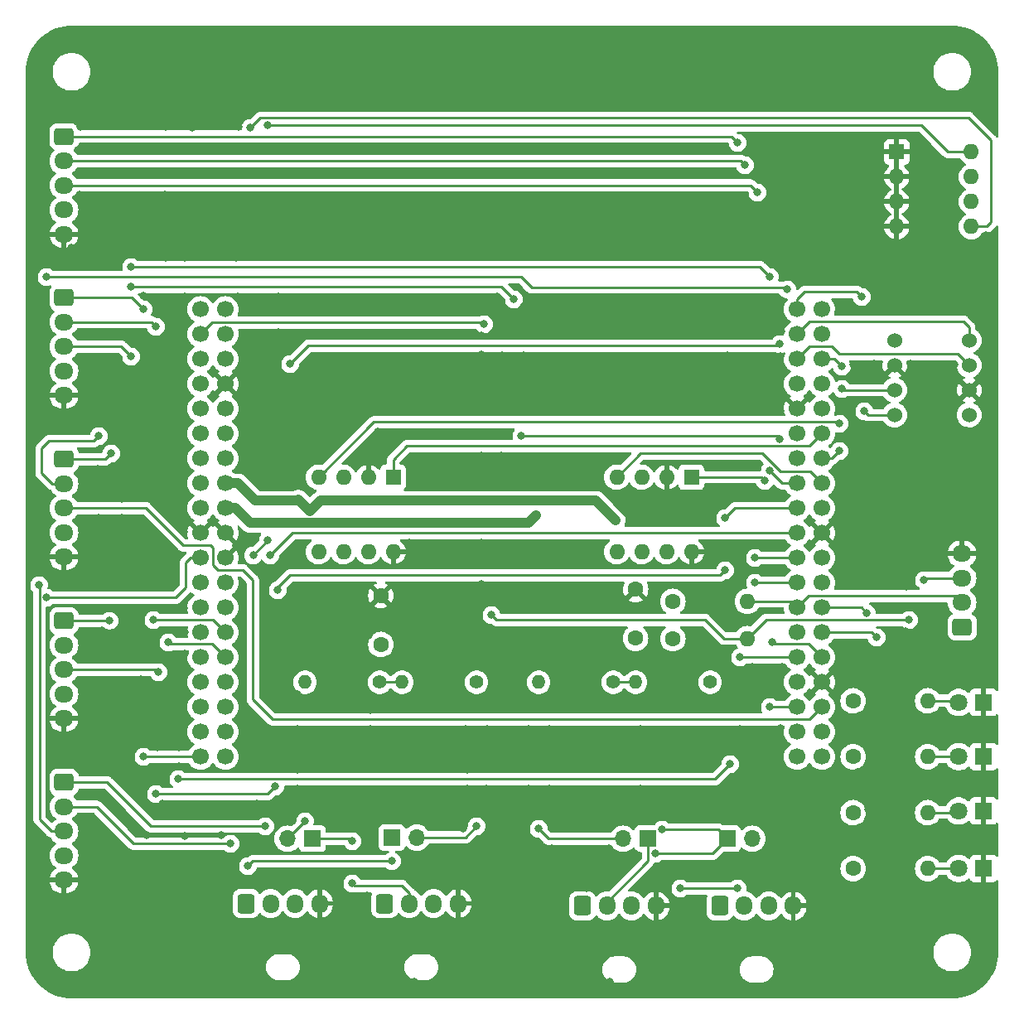
<source format=gbr>
%TF.GenerationSoftware,KiCad,Pcbnew,7.0.10*%
%TF.CreationDate,2024-04-10T11:57:20+09:00*%
%TF.ProjectId,Nucleo-F446RE_header,4e75636c-656f-42d4-9634-343652455f68,rev?*%
%TF.SameCoordinates,Original*%
%TF.FileFunction,Copper,L2,Bot*%
%TF.FilePolarity,Positive*%
%FSLAX46Y46*%
G04 Gerber Fmt 4.6, Leading zero omitted, Abs format (unit mm)*
G04 Created by KiCad (PCBNEW 7.0.10) date 2024-04-10 11:57:20*
%MOMM*%
%LPD*%
G01*
G04 APERTURE LIST*
G04 Aperture macros list*
%AMRoundRect*
0 Rectangle with rounded corners*
0 $1 Rounding radius*
0 $2 $3 $4 $5 $6 $7 $8 $9 X,Y pos of 4 corners*
0 Add a 4 corners polygon primitive as box body*
4,1,4,$2,$3,$4,$5,$6,$7,$8,$9,$2,$3,0*
0 Add four circle primitives for the rounded corners*
1,1,$1+$1,$2,$3*
1,1,$1+$1,$4,$5*
1,1,$1+$1,$6,$7*
1,1,$1+$1,$8,$9*
0 Add four rect primitives between the rounded corners*
20,1,$1+$1,$2,$3,$4,$5,0*
20,1,$1+$1,$4,$5,$6,$7,0*
20,1,$1+$1,$6,$7,$8,$9,0*
20,1,$1+$1,$8,$9,$2,$3,0*%
G04 Aperture macros list end*
%TA.AperFunction,ComponentPad*%
%ADD10C,1.600000*%
%TD*%
%TA.AperFunction,ComponentPad*%
%ADD11O,1.600000X1.600000*%
%TD*%
%TA.AperFunction,ComponentPad*%
%ADD12R,1.700000X1.700000*%
%TD*%
%TA.AperFunction,ComponentPad*%
%ADD13O,1.700000X1.700000*%
%TD*%
%TA.AperFunction,ComponentPad*%
%ADD14R,1.600000X1.600000*%
%TD*%
%TA.AperFunction,ComponentPad*%
%ADD15RoundRect,0.250000X-0.725000X0.600000X-0.725000X-0.600000X0.725000X-0.600000X0.725000X0.600000X0*%
%TD*%
%TA.AperFunction,ComponentPad*%
%ADD16O,1.950000X1.700000*%
%TD*%
%TA.AperFunction,ComponentPad*%
%ADD17RoundRect,0.250000X-0.600000X-0.725000X0.600000X-0.725000X0.600000X0.725000X-0.600000X0.725000X0*%
%TD*%
%TA.AperFunction,ComponentPad*%
%ADD18O,1.700000X1.950000*%
%TD*%
%TA.AperFunction,ComponentPad*%
%ADD19R,1.800000X1.800000*%
%TD*%
%TA.AperFunction,ComponentPad*%
%ADD20C,1.800000*%
%TD*%
%TA.AperFunction,ComponentPad*%
%ADD21C,1.400000*%
%TD*%
%TA.AperFunction,ComponentPad*%
%ADD22O,1.400000X1.400000*%
%TD*%
%TA.AperFunction,ComponentPad*%
%ADD23RoundRect,0.250000X0.725000X-0.600000X0.725000X0.600000X-0.725000X0.600000X-0.725000X-0.600000X0*%
%TD*%
%TA.AperFunction,ComponentPad*%
%ADD24C,1.700000*%
%TD*%
%TA.AperFunction,ComponentPad*%
%ADD25C,1.524000*%
%TD*%
%TA.AperFunction,ViaPad*%
%ADD26C,0.800000*%
%TD*%
%TA.AperFunction,Conductor*%
%ADD27C,0.250000*%
%TD*%
%TA.AperFunction,Conductor*%
%ADD28C,1.000000*%
%TD*%
G04 APERTURE END LIST*
D10*
%TO.P,R5,1*%
%TO.N,LED3*%
X189865000Y-132715000D03*
D11*
%TO.P,R5,2*%
%TO.N,Net-(D3-A)*%
X197485000Y-132715000D03*
%TD*%
D12*
%TO.P,SW5,1*%
%TO.N,Net-(J3-Pin_1)*%
X177033000Y-135382000D03*
D13*
%TO.P,SW5,2*%
%TO.N,Net-(R10-Pad1)*%
X179573000Y-135382000D03*
%TD*%
D14*
%TO.P,SW1,1*%
%TO.N,GND*%
X194320000Y-65200000D03*
D11*
%TO.P,SW1,2*%
X194320000Y-67740000D03*
%TO.P,SW1,3*%
X194320000Y-70280000D03*
%TO.P,SW1,4*%
X194320000Y-72820000D03*
%TO.P,SW1,5*%
%TO.N,DIPSW4*%
X201940000Y-72820000D03*
%TO.P,SW1,6*%
%TO.N,DIPSW3*%
X201940000Y-70280000D03*
%TO.P,SW1,7*%
%TO.N,DIPSW2*%
X201940000Y-67740000D03*
%TO.P,SW1,8*%
%TO.N,DIPSW1*%
X201940000Y-65200000D03*
%TD*%
D15*
%TO.P,J9,1,Pin_1*%
%TO.N,TIM8_CH1*%
X109220000Y-129620000D03*
D16*
%TO.P,J9,2,Pin_2*%
%TO.N,TIM8_CH2*%
X109220000Y-132120000D03*
%TO.P,J9,3,Pin_3*%
%TO.N,TIM8_X*%
X109220000Y-134620000D03*
%TO.P,J9,4,Pin_4*%
%TO.N,+5V*%
X109220000Y-137120000D03*
%TO.P,J9,5,Pin_5*%
%TO.N,GND*%
X109220000Y-139620000D03*
%TD*%
D10*
%TO.P,R1,1*%
%TO.N,+5V*%
X171450000Y-111125000D03*
D11*
%TO.P,R1,2*%
%TO.N,I2C2_SCL*%
X179070000Y-111125000D03*
%TD*%
D15*
%TO.P,J7,1,Pin_1*%
%TO.N,TIM3_CH1*%
X109220000Y-96600000D03*
D16*
%TO.P,J7,2,Pin_2*%
%TO.N,TIM3_CH2*%
X109220000Y-99100000D03*
%TO.P,J7,3,Pin_3*%
%TO.N,TIM3_X*%
X109220000Y-101600000D03*
%TO.P,J7,4,Pin_4*%
%TO.N,+5V*%
X109220000Y-104100000D03*
%TO.P,J7,5,Pin_5*%
%TO.N,GND*%
X109220000Y-106600000D03*
%TD*%
D17*
%TO.P,J4,1,Pin_1*%
%TO.N,Net-(J3-Pin_1)*%
X176250000Y-142240000D03*
D18*
%TO.P,J4,2,Pin_2*%
%TO.N,Net-(J3-Pin_2)*%
X178750000Y-142240000D03*
%TO.P,J4,3,Pin_3*%
%TO.N,+5V*%
X181250000Y-142240000D03*
%TO.P,J4,4,Pin_4*%
%TO.N,GND*%
X183750000Y-142240000D03*
%TD*%
D14*
%TO.P,U2,1,TXD*%
%TO.N,CAN1_TX*%
X142865000Y-98435000D03*
D11*
%TO.P,U2,2,VSS*%
%TO.N,GND*%
X140325000Y-98435000D03*
%TO.P,U2,3,VDD*%
%TO.N,+5V*%
X137785000Y-98435000D03*
%TO.P,U2,4,RXD*%
%TO.N,CAN1_RX*%
X135245000Y-98435000D03*
%TO.P,U2,5,Vio*%
%TO.N,+3V3*%
X135245000Y-106055000D03*
%TO.P,U2,6,CANL*%
%TO.N,Net-(J1-Pin_2)*%
X137785000Y-106055000D03*
%TO.P,U2,7,CANH*%
%TO.N,Net-(J1-Pin_1)*%
X140325000Y-106055000D03*
%TO.P,U2,8,STBY*%
%TO.N,GND*%
X142865000Y-106055000D03*
%TD*%
D19*
%TO.P,D3,1,K*%
%TO.N,GND*%
X203200000Y-132550000D03*
D20*
%TO.P,D3,2,A*%
%TO.N,Net-(D3-A)*%
X200660000Y-132550000D03*
%TD*%
D12*
%TO.P,SW4,1*%
%TO.N,Net-(J3-Pin_2)*%
X168910000Y-135382000D03*
D13*
%TO.P,SW4,2*%
%TO.N,Net-(R9-Pad2)*%
X166370000Y-135382000D03*
%TD*%
D17*
%TO.P,J2,1,Pin_1*%
%TO.N,Net-(J1-Pin_1)*%
X142000000Y-142000000D03*
D18*
%TO.P,J2,2,Pin_2*%
%TO.N,Net-(J1-Pin_2)*%
X144500000Y-142000000D03*
%TO.P,J2,3,Pin_3*%
%TO.N,+5V*%
X147000000Y-142000000D03*
%TO.P,J2,4,Pin_4*%
%TO.N,GND*%
X149500000Y-142000000D03*
%TD*%
D21*
%TO.P,R7,1*%
%TO.N,Net-(R7-Pad1)*%
X151384000Y-119380000D03*
D22*
%TO.P,R7,2*%
%TO.N,Net-(C1-Pad1)*%
X143764000Y-119380000D03*
%TD*%
D10*
%TO.P,R6,1*%
%TO.N,LED4*%
X189865000Y-138430000D03*
D11*
%TO.P,R6,2*%
%TO.N,Net-(D4-A)*%
X197485000Y-138430000D03*
%TD*%
D15*
%TO.P,J8,1,Pin_1*%
%TO.N,TIM4_CH1*%
X109220000Y-113110000D03*
D16*
%TO.P,J8,2,Pin_2*%
%TO.N,TIM4_CH2*%
X109220000Y-115610000D03*
%TO.P,J8,3,Pin_3*%
%TO.N,TIM4_X*%
X109220000Y-118110000D03*
%TO.P,J8,4,Pin_4*%
%TO.N,+5V*%
X109220000Y-120610000D03*
%TO.P,J8,5,Pin_5*%
%TO.N,GND*%
X109220000Y-123110000D03*
%TD*%
D10*
%TO.P,R3,1*%
%TO.N,LED1*%
X189865000Y-121285000D03*
D11*
%TO.P,R3,2*%
%TO.N,Net-(D1-A)*%
X197485000Y-121285000D03*
%TD*%
D23*
%TO.P,J10,1,Pin_1*%
%TO.N,+5V*%
X201000000Y-113750000D03*
D16*
%TO.P,J10,2,Pin_2*%
%TO.N,I2C2_SCL*%
X201000000Y-111250000D03*
%TO.P,J10,3,Pin_3*%
%TO.N,I2C2_SDA*%
X201000000Y-108750000D03*
%TO.P,J10,4,Pin_4*%
%TO.N,GND*%
X201000000Y-106250000D03*
%TD*%
D19*
%TO.P,D2,1,K*%
%TO.N,GND*%
X203200000Y-127000000D03*
D20*
%TO.P,D2,2,A*%
%TO.N,Net-(D2-A)*%
X200660000Y-127000000D03*
%TD*%
D10*
%TO.P,R4,1*%
%TO.N,LED2*%
X189865000Y-127000000D03*
D11*
%TO.P,R4,2*%
%TO.N,Net-(D2-A)*%
X197485000Y-127000000D03*
%TD*%
D10*
%TO.P,R2,1*%
%TO.N,+5V*%
X171450000Y-114935000D03*
D11*
%TO.P,R2,2*%
%TO.N,I2C2_SDA*%
X179070000Y-114935000D03*
%TD*%
D21*
%TO.P,R8,1*%
%TO.N,Net-(C1-Pad1)*%
X141478000Y-119380000D03*
D22*
%TO.P,R8,2*%
%TO.N,Net-(R8-Pad2)*%
X133858000Y-119380000D03*
%TD*%
D21*
%TO.P,R9,1*%
%TO.N,Net-(C2-Pad1)*%
X165354000Y-119380000D03*
D22*
%TO.P,R9,2*%
%TO.N,Net-(R9-Pad2)*%
X157734000Y-119380000D03*
%TD*%
D17*
%TO.P,J1,1,Pin_1*%
%TO.N,Net-(J1-Pin_1)*%
X127840000Y-142000000D03*
D18*
%TO.P,J1,2,Pin_2*%
%TO.N,Net-(J1-Pin_2)*%
X130340000Y-142000000D03*
%TO.P,J1,3,Pin_3*%
%TO.N,+5V*%
X132840000Y-142000000D03*
%TO.P,J1,4,Pin_4*%
%TO.N,GND*%
X135340000Y-142000000D03*
%TD*%
D10*
%TO.P,C1,1*%
%TO.N,Net-(C1-Pad1)*%
X141605000Y-115530000D03*
%TO.P,C1,2*%
%TO.N,GND*%
X141605000Y-110530000D03*
%TD*%
D12*
%TO.P,SW3,1*%
%TO.N,Net-(J1-Pin_1)*%
X142743000Y-135255000D03*
D13*
%TO.P,SW3,2*%
%TO.N,Net-(R7-Pad1)*%
X145283000Y-135255000D03*
%TD*%
D15*
%TO.P,J6,1,Pin_1*%
%TO.N,TIM2_CH1*%
X109220000Y-80090000D03*
D16*
%TO.P,J6,2,Pin_2*%
%TO.N,TIM2_CH2*%
X109220000Y-82590000D03*
%TO.P,J6,3,Pin_3*%
%TO.N,TIM2_X*%
X109220000Y-85090000D03*
%TO.P,J6,4,Pin_4*%
%TO.N,+5V*%
X109220000Y-87590000D03*
%TO.P,J6,5,Pin_5*%
%TO.N,GND*%
X109220000Y-90090000D03*
%TD*%
D24*
%TO.P,U1,3V3,3V3*%
%TO.N,+3V3*%
X125730000Y-99060000D03*
%TO.P,U1,5V,5V*%
%TO.N,+5V*%
X125730000Y-101600000D03*
%TO.P,U1,AGND,AGND*%
%TO.N,GND*%
X186690000Y-119380000D03*
%TO.P,U1,AVDD,AVDD*%
%TO.N,unconnected-(U1-PadAVDD)*%
X184150000Y-88900000D03*
%TO.P,U1,BOOT0,BOOT0*%
%TO.N,unconnected-(U1-PadBOOT0)*%
X123190000Y-88900000D03*
%TO.P,U1,E5V,E5V*%
%TO.N,unconnected-(U1-PadE5V)*%
X125730000Y-86360000D03*
%TO.P,U1,GND1,GND1*%
%TO.N,GND*%
X123190000Y-104140000D03*
%TO.P,U1,GND2,GND2*%
X125730000Y-88900000D03*
%TO.P,U1,GND3,GND3*%
X125730000Y-104140000D03*
%TO.P,U1,GND4,GND4*%
X125730000Y-106680000D03*
%TO.P,U1,GND5,GND5*%
X184150000Y-91440000D03*
%TO.P,U1,GND6,GND6*%
X186690000Y-104140000D03*
%TO.P,U1,IOREF,IOREF*%
%TO.N,unconnected-(U1-PadIOREF)*%
X125730000Y-93980000D03*
%TO.P,U1,NC1,NC1*%
%TO.N,unconnected-(U1-PadNC1)*%
X123190000Y-91440000D03*
%TO.P,U1,NC2,NC2*%
%TO.N,unconnected-(U1-PadNC2)*%
X123190000Y-93980000D03*
%TO.P,U1,NC3,NC3*%
%TO.N,unconnected-(U1-PadNC3)*%
X125730000Y-91440000D03*
%TO.P,U1,NC4,NC4*%
%TO.N,unconnected-(U1-PadNC4)*%
X125730000Y-111760000D03*
%TO.P,U1,NC5,NC5*%
%TO.N,unconnected-(U1-PadNC5)*%
X186690000Y-91440000D03*
%TO.P,U1,NC6,NC6*%
%TO.N,unconnected-(U1-PadNC6)*%
X186690000Y-101600000D03*
%TO.P,U1,NC7,NC7*%
%TO.N,unconnected-(U1-PadNC7)*%
X186690000Y-124460000D03*
%TO.P,U1,NC8,NC8*%
%TO.N,unconnected-(U1-PadNC8)*%
X186690000Y-127000000D03*
%TO.P,U1,PA0,PA0*%
%TO.N,TIM2_CH1*%
X125730000Y-114300000D03*
%TO.P,U1,PA1,PA1*%
%TO.N,TIM2_CH2*%
X125730000Y-116840000D03*
%TO.P,U1,PA2,PA2*%
%TO.N,unconnected-(U1-PadPA2)*%
X184150000Y-124460000D03*
%TO.P,U1,PA3,PA3*%
%TO.N,unconnected-(U1-PadPA3)*%
X184150000Y-127000000D03*
%TO.P,U1,PA4,PA4*%
%TO.N,DIPSW4*%
X125730000Y-119380000D03*
%TO.P,U1,PA5,PA5*%
%TO.N,unconnected-(U1-PadPA5)*%
X184150000Y-93980000D03*
%TO.P,U1,PA6,PA6*%
%TO.N,TIM3_CH1*%
X184150000Y-96520000D03*
%TO.P,U1,PA7,PA7*%
%TO.N,TIM3_CH2*%
X184150000Y-99060000D03*
%TO.P,U1,PA8,PA8*%
%TO.N,TIM1_CH1*%
X184150000Y-109220000D03*
%TO.P,U1,PA9,PA9*%
%TO.N,TIM1_CH2*%
X184150000Y-106680000D03*
%TO.P,U1,PA10,PA10*%
%TO.N,TIM1_X*%
X184150000Y-121920000D03*
%TO.P,U1,PA11,PA11*%
%TO.N,CAN1_RX*%
X186690000Y-96520000D03*
%TO.P,U1,PA12,PA12*%
%TO.N,CAN1_TX*%
X186690000Y-93980000D03*
%TO.P,U1,PA13,PA13*%
%TO.N,unconnected-(U1-PadPA13)*%
X123190000Y-96520000D03*
%TO.P,U1,PA14,PA14*%
%TO.N,unconnected-(U1-PadPA14)*%
X123190000Y-99060000D03*
%TO.P,U1,PA15,PA15*%
%TO.N,unconnected-(U1-PadPA15)*%
X123190000Y-101600000D03*
%TO.P,U1,PB0,PB0*%
%TO.N,unconnected-(U1-PadPB0)*%
X125730000Y-121920000D03*
%TO.P,U1,PB1,PB1*%
%TO.N,LED2*%
X186690000Y-109220000D03*
%TO.P,U1,PB2,PB2*%
%TO.N,LED1*%
X186690000Y-106680000D03*
%TO.P,U1,PB3,PB3*%
%TO.N,unconnected-(U1-PadPB3)*%
X184150000Y-119380000D03*
%TO.P,U1,PB4,PB4*%
%TO.N,unconnected-(U1-PadPB4)*%
X184150000Y-114300000D03*
%TO.P,U1,PB5,PB5*%
%TO.N,TIM4_X*%
X184150000Y-116840000D03*
%TO.P,U1,PB6,PB6*%
%TO.N,TIM4_CH1*%
X184150000Y-101600000D03*
%TO.P,U1,PB7,PB7*%
%TO.N,TIM4_CH2*%
X123190000Y-106680000D03*
%TO.P,U1,PB8,PB8*%
%TO.N,I2C1_SCL*%
X184150000Y-83820000D03*
%TO.P,U1,PB9,PB9*%
%TO.N,I2C1_SDA*%
X184150000Y-86360000D03*
%TO.P,U1,PB10,PB10*%
%TO.N,I2C2_SCL*%
X184150000Y-111760000D03*
%TO.P,U1,PB12,PB12*%
%TO.N,CAN2_RX*%
X186690000Y-99060000D03*
%TO.P,U1,PB13,PB13*%
%TO.N,CAN2_TX*%
X186690000Y-116840000D03*
%TO.P,U1,PB14,PB14*%
%TO.N,LED4*%
X186690000Y-114300000D03*
%TO.P,U1,PB15,PB15*%
%TO.N,LED3*%
X186690000Y-111760000D03*
%TO.P,U1,PC0,PC0*%
%TO.N,DIPSW1*%
X125730000Y-127000000D03*
%TO.P,U1,PC1,PC1*%
%TO.N,DIPSW2*%
X125730000Y-124460000D03*
%TO.P,U1,PC2,PC2*%
%TO.N,DIPSW3*%
X123190000Y-124460000D03*
%TO.P,U1,PC3,PC3*%
%TO.N,TIM2_X*%
X123190000Y-127000000D03*
%TO.P,U1,PC4,PC4*%
%TO.N,TIM3_X*%
X186690000Y-121920000D03*
%TO.P,U1,PC5,PC5*%
%TO.N,BNO055_INT*%
X186690000Y-86360000D03*
%TO.P,U1,PC6,PC6*%
%TO.N,TIM8_CH1*%
X186690000Y-83820000D03*
%TO.P,U1,PC7,PC7*%
%TO.N,TIM8_CH2*%
X184150000Y-104140000D03*
%TO.P,U1,PC8,PC8*%
%TO.N,TIM8_X*%
X186690000Y-81280000D03*
%TO.P,U1,PC9,PC9*%
%TO.N,BNO055_RESET*%
X184150000Y-81280000D03*
%TO.P,U1,PC10,PC10*%
%TO.N,unconnected-(U1-PadPC10)*%
X123190000Y-81280000D03*
%TO.P,U1,PC11,PC11*%
%TO.N,unconnected-(U1-PadPC11)*%
X125730000Y-81280000D03*
%TO.P,U1,PC12,PC12*%
%TO.N,I2C2_SDA*%
X123190000Y-83820000D03*
%TO.P,U1,PC13,PC13*%
%TO.N,unconnected-(U1-PadPC13)*%
X123190000Y-109220000D03*
%TO.P,U1,PC14,PC14*%
%TO.N,unconnected-(U1-PadPC14)*%
X123190000Y-111760000D03*
%TO.P,U1,PC15,PC15*%
%TO.N,unconnected-(U1-PadPC15)*%
X123190000Y-114300000D03*
%TO.P,U1,PD2,PD2*%
%TO.N,unconnected-(U1-PadPD2)*%
X125730000Y-83820000D03*
%TO.P,U1,PH0,PH0*%
%TO.N,unconnected-(U1-PadPH0)*%
X123190000Y-116840000D03*
%TO.P,U1,PH1,PH1*%
%TO.N,unconnected-(U1-PadPH1)*%
X123190000Y-119380000D03*
%TO.P,U1,RESET,RESET*%
%TO.N,unconnected-(U1-PadRESET)*%
X125730000Y-96520000D03*
%TO.P,U1,U5V,U5V*%
%TO.N,unconnected-(U1-PadU5V)*%
X186690000Y-88900000D03*
%TO.P,U1,VBAT,VBAT*%
%TO.N,unconnected-(U1-PadVBAT)*%
X123190000Y-121920000D03*
%TO.P,U1,VDD,VDD*%
%TO.N,unconnected-(U1-PadVDD)*%
X123190000Y-86360000D03*
%TO.P,U1,VIN,VIN*%
%TO.N,unconnected-(U1-PadVIN)*%
X125730000Y-109220000D03*
%TD*%
D25*
%TO.P,U4,1,VIN*%
%TO.N,+5V*%
X201740000Y-92080000D03*
%TO.P,U4,2,GND*%
%TO.N,GND*%
X201740000Y-89540000D03*
%TO.P,U4,3,SDA/T*%
%TO.N,I2C1_SDA*%
X201740000Y-87000000D03*
%TO.P,U4,4,SCL/R*%
%TO.N,I2C1_SCL*%
X201740000Y-84460000D03*
%TO.P,U4,5,~{RESET}*%
%TO.N,BNO055_RESET*%
X194120000Y-92080000D03*
%TO.P,U4,6,INT*%
%TO.N,BNO055_INT*%
X194120000Y-89540000D03*
%TO.P,U4,7,GND*%
%TO.N,GND*%
X194120000Y-87000000D03*
%TO.P,U4,8,VOUT*%
%TO.N,unconnected-(U4-VOUT-Pad8)*%
X194120000Y-84460000D03*
%TD*%
D21*
%TO.P,R10,1*%
%TO.N,Net-(R10-Pad1)*%
X175260000Y-119380000D03*
D22*
%TO.P,R10,2*%
%TO.N,Net-(C2-Pad1)*%
X167640000Y-119380000D03*
%TD*%
D10*
%TO.P,C2,1*%
%TO.N,Net-(C2-Pad1)*%
X167640000Y-114895000D03*
%TO.P,C2,2*%
%TO.N,GND*%
X167640000Y-109895000D03*
%TD*%
D17*
%TO.P,J3,1,Pin_1*%
%TO.N,Net-(J3-Pin_1)*%
X162220000Y-142240000D03*
D18*
%TO.P,J3,2,Pin_2*%
%TO.N,Net-(J3-Pin_2)*%
X164720000Y-142240000D03*
%TO.P,J3,3,Pin_3*%
%TO.N,+5V*%
X167220000Y-142240000D03*
%TO.P,J3,4,Pin_4*%
%TO.N,GND*%
X169720000Y-142240000D03*
%TD*%
D14*
%TO.P,U3,1,TXD*%
%TO.N,CAN2_TX*%
X173345000Y-98435000D03*
D11*
%TO.P,U3,2,VSS*%
%TO.N,GND*%
X170805000Y-98435000D03*
%TO.P,U3,3,VDD*%
%TO.N,+5V*%
X168265000Y-98435000D03*
%TO.P,U3,4,RXD*%
%TO.N,CAN2_RX*%
X165725000Y-98435000D03*
%TO.P,U3,5,Vio*%
%TO.N,+3V3*%
X165725000Y-106055000D03*
%TO.P,U3,6,CANL*%
%TO.N,Net-(J3-Pin_2)*%
X168265000Y-106055000D03*
%TO.P,U3,7,CANH*%
%TO.N,Net-(J3-Pin_1)*%
X170805000Y-106055000D03*
%TO.P,U3,8,STBY*%
%TO.N,GND*%
X173345000Y-106055000D03*
%TD*%
D19*
%TO.P,D1,1,K*%
%TO.N,GND*%
X203200000Y-121450000D03*
D20*
%TO.P,D1,2,A*%
%TO.N,Net-(D1-A)*%
X200660000Y-121450000D03*
%TD*%
D15*
%TO.P,J5,1,Pin_1*%
%TO.N,TIM1_CH1*%
X109220000Y-63620000D03*
D16*
%TO.P,J5,2,Pin_2*%
%TO.N,TIM1_CH2*%
X109220000Y-66120000D03*
%TO.P,J5,3,Pin_3*%
%TO.N,TIM1_X*%
X109220000Y-68620000D03*
%TO.P,J5,4,Pin_4*%
%TO.N,+5V*%
X109220000Y-71120000D03*
%TO.P,J5,5,Pin_5*%
%TO.N,GND*%
X109220000Y-73620000D03*
%TD*%
D19*
%TO.P,D4,1,K*%
%TO.N,GND*%
X203200000Y-138430000D03*
D20*
%TO.P,D4,2,A*%
%TO.N,Net-(D4-A)*%
X200660000Y-138430000D03*
%TD*%
D12*
%TO.P,SW2,1*%
%TO.N,Net-(J1-Pin_2)*%
X134625000Y-135382000D03*
D13*
%TO.P,SW2,2*%
%TO.N,Net-(R8-Pad2)*%
X132085000Y-135382000D03*
%TD*%
D26*
%TO.N,GND*%
X132600000Y-133600000D03*
X133100000Y-132000000D03*
X133100000Y-130300000D03*
X133100000Y-128300000D03*
X133100000Y-124200000D03*
X133100000Y-122100000D03*
X133100000Y-120600000D03*
%TO.N,Net-(J1-Pin_1)*%
X128016000Y-138176000D03*
X142743000Y-137668000D03*
%TO.N,Net-(J1-Pin_2)*%
X138684000Y-135636000D03*
X138684000Y-139954000D03*
%TO.N,Net-(J3-Pin_1)*%
X169672000Y-136906000D03*
X170352163Y-134440077D03*
%TO.N,Net-(J3-Pin_2)*%
X172212000Y-140462000D03*
X178054000Y-140462000D03*
%TO.N,TIM1_CH1*%
X179832000Y-109220000D03*
X178054000Y-64262000D03*
%TO.N,TIM1_CH2*%
X179832000Y-106680000D03*
X178816000Y-66548000D03*
%TO.N,TIM1_X*%
X181356000Y-121920000D03*
X180086000Y-69342000D03*
%TO.N,TIM2_CH1*%
X118364000Y-113030000D03*
X117348000Y-81280000D03*
%TO.N,TIM2_CH2*%
X118618000Y-83058000D03*
X119888000Y-115316000D03*
%TO.N,TIM2_X*%
X116078000Y-86106000D03*
X117348000Y-127000000D03*
%TO.N,TIM3_CH1*%
X155956000Y-94234000D03*
X116078000Y-78994000D03*
X114046000Y-96012000D03*
X155194000Y-80264000D03*
X182372000Y-94525000D03*
%TO.N,TIM3_CH2*%
X181351347Y-97794653D03*
X112776000Y-94234000D03*
X116078000Y-76962000D03*
X181356000Y-77978000D03*
%TO.N,TIM4_CH1*%
X113872000Y-113110000D03*
X176784000Y-107950000D03*
X118618000Y-130810000D03*
X176784000Y-102616000D03*
X131064000Y-109982000D03*
X130810000Y-130048000D03*
%TO.N,TIM4_CH2*%
X107442000Y-110744000D03*
%TO.N,TIM4_X*%
X177292000Y-127762000D03*
X118872000Y-118364000D03*
X120904000Y-129286000D03*
X178308000Y-116840000D03*
%TO.N,TIM8_CH1*%
X182372000Y-84836000D03*
X132334000Y-86868000D03*
X129794000Y-134112000D03*
%TO.N,TIM8_CH2*%
X126238000Y-135890000D03*
X130302000Y-106426000D03*
%TO.N,TIM8_X*%
X107442000Y-77978000D03*
X106680000Y-109474000D03*
X183134000Y-79248000D03*
%TO.N,I2C2_SDA*%
X195580000Y-113030000D03*
X152908000Y-112522000D03*
X197104000Y-108966000D03*
X152146000Y-82804000D03*
%TO.N,+5V*%
X156718000Y-103124000D03*
X155956000Y-103124000D03*
X155194000Y-103124000D03*
X157226000Y-102616000D03*
X135636000Y-103124000D03*
X136652000Y-103124000D03*
X137582003Y-103124000D03*
%TO.N,GND*%
X192700000Y-140800000D03*
X153900000Y-109500000D03*
X195500000Y-141400000D03*
X182500000Y-100300000D03*
X190500000Y-143000000D03*
X113200000Y-119200000D03*
X156200000Y-86000000D03*
X113000000Y-111900000D03*
X191200000Y-135600000D03*
X168000000Y-133600000D03*
X177000000Y-65000000D03*
X117000000Y-125200000D03*
X140500000Y-122200000D03*
X121600000Y-67400000D03*
X121500000Y-120600000D03*
X176300000Y-127000000D03*
X153900000Y-96200000D03*
X202900000Y-113800000D03*
X131100000Y-83600000D03*
X182600000Y-80400000D03*
X120000000Y-55000000D03*
X179200000Y-131400000D03*
X150000000Y-55000000D03*
X180600000Y-134000000D03*
X178600000Y-136900000D03*
X126900000Y-87700000D03*
X125000000Y-150000000D03*
X185400000Y-143000000D03*
X198200000Y-115100000D03*
X175000000Y-150000000D03*
X110700000Y-67300000D03*
X113000000Y-140000000D03*
X156700000Y-124200000D03*
X121600000Y-80000000D03*
X110800000Y-69600000D03*
X121600000Y-90200000D03*
X125300000Y-135000000D03*
X115100000Y-100600000D03*
X168200000Y-112000000D03*
X177000000Y-97200000D03*
X115000000Y-83700000D03*
X190300000Y-128600000D03*
X192000000Y-86800000D03*
X178300000Y-124200000D03*
X129000000Y-126500000D03*
X182500000Y-83500000D03*
X166100000Y-114100000D03*
X131100000Y-75900000D03*
X110600000Y-65000000D03*
X158800000Y-124200000D03*
X154000000Y-107400000D03*
X164900000Y-136400000D03*
X131200000Y-87800000D03*
X112700000Y-97600000D03*
X189900000Y-88400000D03*
X176300000Y-120600000D03*
X166800000Y-102100000D03*
X119300000Y-131800000D03*
X177000000Y-80100000D03*
X121600000Y-69700000D03*
X202800000Y-83200000D03*
X121600000Y-116500000D03*
X110900000Y-62600000D03*
X165000000Y-75000000D03*
X152400000Y-122100000D03*
X126700000Y-67400000D03*
X115100000Y-90600000D03*
X140500000Y-91900000D03*
X151900000Y-105100000D03*
X144500000Y-107400000D03*
X121500000Y-104000000D03*
X154000000Y-105200000D03*
X131400000Y-138700000D03*
X177000000Y-99500000D03*
X140200000Y-141200000D03*
X128900000Y-131800000D03*
X112900000Y-76900000D03*
X166500000Y-118000000D03*
X156700000Y-130300000D03*
X191400000Y-132400000D03*
X140500000Y-130400000D03*
X121500000Y-111800000D03*
X168100000Y-124200000D03*
X156700000Y-128200000D03*
X164100000Y-105200000D03*
X188100000Y-105700000D03*
X195700000Y-86800000D03*
X179300000Y-63800000D03*
X136800000Y-140500000D03*
X131100000Y-81600000D03*
X166000000Y-109500000D03*
X182400000Y-86100000D03*
X158800000Y-130300000D03*
X150400000Y-128300000D03*
X117100000Y-122100000D03*
X177000000Y-86000000D03*
X115100000Y-97500000D03*
X113100000Y-114100000D03*
X119500000Y-67400000D03*
X189300000Y-94400000D03*
X202900000Y-90800000D03*
X145000000Y-70000000D03*
X115100000Y-132900000D03*
X177000000Y-91700000D03*
X131200000Y-99300000D03*
X156200000Y-83900000D03*
X162600000Y-140400000D03*
X119600000Y-62600000D03*
X113200000Y-123700000D03*
X155000000Y-150000000D03*
X156700000Y-122100000D03*
X201500000Y-93700000D03*
X165000000Y-150000000D03*
X140200000Y-143000000D03*
X177200000Y-139400000D03*
X199500000Y-107700000D03*
X182400000Y-91700000D03*
X195000000Y-150000000D03*
X159100000Y-134300000D03*
X116000000Y-143000000D03*
X176300000Y-130200000D03*
X141300000Y-93800000D03*
X151900000Y-107400000D03*
X118800000Y-126000000D03*
X112900000Y-130900000D03*
X135000000Y-150000000D03*
X121000000Y-126000000D03*
X140000000Y-55000000D03*
X121600000Y-100400000D03*
X121600000Y-97900000D03*
X110000000Y-75000000D03*
X191500000Y-145900000D03*
X164100000Y-107400000D03*
X122300000Y-62700000D03*
X127000000Y-80000000D03*
X119600000Y-76000000D03*
X180000000Y-55000000D03*
X152500000Y-124200000D03*
X137000000Y-136500000D03*
X168200000Y-122100000D03*
X150400000Y-130300000D03*
X179700000Y-122100000D03*
X160000000Y-55000000D03*
X145000000Y-75000000D03*
X201900000Y-60700000D03*
X117100000Y-113200000D03*
X121600000Y-114300000D03*
X127100000Y-62600000D03*
X131100000Y-67400000D03*
X168100000Y-130300000D03*
X192100000Y-81500000D03*
X121600000Y-92800000D03*
X141700000Y-83800000D03*
X140500000Y-133900000D03*
X129100000Y-139500000D03*
X126700000Y-64900000D03*
X117300000Y-79900000D03*
X165000000Y-70000000D03*
X153500000Y-80000000D03*
X201400000Y-81500000D03*
X177000000Y-75900000D03*
X135500000Y-96700000D03*
X190000000Y-55000000D03*
X115100000Y-102600000D03*
X154000000Y-86000000D03*
X113200000Y-117100000D03*
X182400000Y-124100000D03*
X126800000Y-76000000D03*
X158800000Y-122100000D03*
X115100000Y-87000000D03*
X113200000Y-128100000D03*
X130000000Y-55000000D03*
X202900000Y-88200000D03*
X121600000Y-85100000D03*
X190200000Y-131000000D03*
X131100000Y-80000000D03*
X152400000Y-130300000D03*
X167500000Y-136900000D03*
X131200000Y-107800000D03*
X173800000Y-102300000D03*
X140500000Y-128200000D03*
X204300000Y-62800000D03*
X152400000Y-128200000D03*
X117100000Y-117100000D03*
X121600000Y-87700000D03*
X140500000Y-136400000D03*
X151900000Y-85900000D03*
X200200000Y-86900000D03*
X189900000Y-86900000D03*
X150000000Y-134300000D03*
X145000000Y-150000000D03*
X167000000Y-107400000D03*
X151900000Y-91700000D03*
X117100000Y-119100000D03*
X121000000Y-128000000D03*
X168100000Y-128200000D03*
X151900000Y-96200000D03*
X199200000Y-111900000D03*
X193200000Y-116300000D03*
X144500000Y-105100000D03*
X150300000Y-122100000D03*
X131100000Y-69700000D03*
X131200000Y-64900000D03*
X201500000Y-104400000D03*
X121600000Y-95300000D03*
X190900000Y-109500000D03*
X151900000Y-84000000D03*
X129000000Y-128200000D03*
X131400000Y-140400000D03*
X150300000Y-124200000D03*
X180000000Y-140700000D03*
X121600000Y-76000000D03*
X177000000Y-69700000D03*
X153900000Y-91700000D03*
X192700000Y-137000000D03*
X154000000Y-83900000D03*
X112700000Y-100500000D03*
X115100000Y-94300000D03*
X116200000Y-130300000D03*
X190800000Y-107300000D03*
X125000000Y-143000000D03*
X151900000Y-109400000D03*
X177000000Y-67300000D03*
X156300000Y-91700000D03*
X170000000Y-55000000D03*
X159100000Y-136400000D03*
X150300000Y-120800000D03*
X195500000Y-118000000D03*
X179600000Y-117800000D03*
X121600000Y-64900000D03*
X140400000Y-109500000D03*
X177000000Y-83900000D03*
X158800000Y-128200000D03*
X156200000Y-81000000D03*
X185000000Y-150000000D03*
X125000000Y-137000000D03*
X151900000Y-99400000D03*
X118500000Y-133100000D03*
X164800000Y-134300000D03*
X126900000Y-90100000D03*
X119700000Y-82300000D03*
X115000000Y-150000000D03*
X117700000Y-135000000D03*
X116000000Y-137000000D03*
X151900000Y-94000000D03*
X115000000Y-109600000D03*
X121600000Y-82600000D03*
X192500000Y-111800000D03*
X140400000Y-114600000D03*
X118900000Y-119900000D03*
X119500000Y-69600000D03*
X124400000Y-80100000D03*
X140500000Y-124200000D03*
X115000000Y-111900000D03*
X121600000Y-135100000D03*
X188700000Y-91200000D03*
X182600000Y-117800000D03*
X121600000Y-118100000D03*
X141600000Y-107400000D03*
X195200000Y-114200000D03*
X112900000Y-109600000D03*
X192000000Y-88500000D03*
X195300000Y-109600000D03*
X121600000Y-123200000D03*
X187900000Y-120600000D03*
X126700000Y-69700000D03*
X119500000Y-64900000D03*
X181100000Y-76200000D03*
X182700000Y-120600000D03*
X153900000Y-94000000D03*
X188400000Y-81500000D03*
X153900000Y-99400000D03*
X136900000Y-143100000D03*
X113000000Y-135000000D03*
X187900000Y-118100000D03*
X142600000Y-118100000D03*
X203400000Y-73700000D03*
X112800000Y-102600000D03*
X127500000Y-133100000D03*
X140500000Y-120700000D03*
%TO.N,+3V3*%
X165100000Y-102362000D03*
X165608000Y-102870000D03*
X164592000Y-101854000D03*
X134366000Y-101924000D03*
X133161905Y-100729270D03*
%TO.N,DIPSW4*%
X128270000Y-62738000D03*
%TO.N,CAN1_RX*%
X188468000Y-92964000D03*
X188468000Y-95758000D03*
%TO.N,LED3*%
X191262000Y-112305000D03*
%TO.N,LED4*%
X192278000Y-114808000D03*
%TO.N,CAN2_TX*%
X180848000Y-98806000D03*
X181610000Y-115316000D03*
%TO.N,DIPSW1*%
X130048000Y-62484000D03*
%TO.N,DIPSW2*%
X128561000Y-106426000D03*
X130048000Y-104902000D03*
%TO.N,BNO055_INT*%
X188722000Y-87122000D03*
X188722000Y-89408000D03*
%TO.N,BNO055_RESET*%
X190754000Y-80010000D03*
X191008000Y-91694000D03*
%TO.N,Net-(R7-Pad1)*%
X151384000Y-134112000D03*
%TO.N,Net-(R8-Pad2)*%
X133858000Y-133604000D03*
%TO.N,Net-(R9-Pad2)*%
X157734000Y-134366000D03*
%TD*%
D27*
%TO.N,Net-(J1-Pin_1)*%
X128524000Y-137668000D02*
X128016000Y-138176000D01*
X142743000Y-137668000D02*
X128524000Y-137668000D01*
%TO.N,Net-(J1-Pin_2)*%
X138938000Y-140208000D02*
X143764000Y-140208000D01*
X138430000Y-135382000D02*
X138684000Y-135636000D01*
X144500000Y-140944000D02*
X144500000Y-142000000D01*
X134625000Y-135382000D02*
X138430000Y-135382000D01*
X138684000Y-139954000D02*
X138938000Y-140208000D01*
X143764000Y-140208000D02*
X144500000Y-140944000D01*
%TO.N,Net-(J3-Pin_1)*%
X176091077Y-134440077D02*
X177033000Y-135382000D01*
X177033000Y-135387000D02*
X177033000Y-135382000D01*
X170352163Y-134440077D02*
X176091077Y-134440077D01*
X169672000Y-136906000D02*
X175514000Y-136906000D01*
X175514000Y-136906000D02*
X177033000Y-135387000D01*
%TO.N,Net-(J3-Pin_2)*%
X164720000Y-141858000D02*
X164720000Y-142240000D01*
X168910000Y-137668000D02*
X164720000Y-141858000D01*
X168910000Y-135382000D02*
X168910000Y-137668000D01*
X172212000Y-140462000D02*
X178054000Y-140462000D01*
%TO.N,TIM1_CH1*%
X177412000Y-63620000D02*
X178054000Y-64262000D01*
X109220000Y-63620000D02*
X177412000Y-63620000D01*
X179832000Y-109220000D02*
X184150000Y-109220000D01*
%TO.N,TIM1_CH2*%
X109220000Y-66120000D02*
X109554000Y-65786000D01*
X109220000Y-66120000D02*
X178388000Y-66120000D01*
X178388000Y-66120000D02*
X178816000Y-66548000D01*
X179832000Y-106680000D02*
X184150000Y-106680000D01*
X109554000Y-65786000D02*
X109728000Y-65786000D01*
%TO.N,TIM1_X*%
X179364000Y-68620000D02*
X180086000Y-69342000D01*
X181356000Y-121920000D02*
X184150000Y-121920000D01*
X109220000Y-68620000D02*
X179364000Y-68620000D01*
%TO.N,TIM2_CH1*%
X118364000Y-113030000D02*
X124460000Y-113030000D01*
X124460000Y-113030000D02*
X125730000Y-114300000D01*
X116158000Y-80090000D02*
X117348000Y-81280000D01*
X109220000Y-80090000D02*
X116158000Y-80090000D01*
%TO.N,TIM2_CH2*%
X118150000Y-82590000D02*
X118618000Y-83058000D01*
X120047000Y-115475000D02*
X124365000Y-115475000D01*
X109220000Y-82590000D02*
X118150000Y-82590000D01*
X119888000Y-115316000D02*
X120047000Y-115475000D01*
X124365000Y-115475000D02*
X125730000Y-116840000D01*
%TO.N,TIM2_X*%
X115062000Y-85090000D02*
X116078000Y-86106000D01*
X117348000Y-127000000D02*
X123190000Y-127000000D01*
X109220000Y-85090000D02*
X115062000Y-85090000D01*
%TO.N,TIM3_CH1*%
X182372000Y-94525000D02*
X182081000Y-94234000D01*
X109220000Y-96600000D02*
X113458000Y-96600000D01*
X116078000Y-78994000D02*
X153924000Y-78994000D01*
X153924000Y-78994000D02*
X155194000Y-80264000D01*
X113458000Y-96600000D02*
X114046000Y-96012000D01*
X182081000Y-94234000D02*
X155956000Y-94234000D01*
%TO.N,TIM3_CH2*%
X181351347Y-97794653D02*
X182616694Y-99060000D01*
X106934000Y-95504000D02*
X107696000Y-94742000D01*
X182616694Y-99060000D02*
X184150000Y-99060000D01*
X107990000Y-99100000D02*
X106934000Y-98044000D01*
X180340000Y-76962000D02*
X181356000Y-77978000D01*
X106934000Y-98044000D02*
X106934000Y-95504000D01*
X116078000Y-76962000D02*
X180340000Y-76962000D01*
X107696000Y-94742000D02*
X112268000Y-94742000D01*
X112268000Y-94742000D02*
X112776000Y-94234000D01*
X109220000Y-99100000D02*
X107990000Y-99100000D01*
%TO.N,TIM3_X*%
X124460000Y-107442000D02*
X124968000Y-107950000D01*
X121412000Y-105410000D02*
X124206000Y-105410000D01*
X127508000Y-107950000D02*
X128524000Y-108966000D01*
X124460000Y-105664000D02*
X124460000Y-107442000D01*
X130556000Y-123190000D02*
X185420000Y-123190000D01*
X124206000Y-105410000D02*
X124460000Y-105664000D01*
X185420000Y-123190000D02*
X186690000Y-121920000D01*
X124968000Y-107950000D02*
X127508000Y-107950000D01*
X109220000Y-101600000D02*
X117602000Y-101600000D01*
X117602000Y-101600000D02*
X121412000Y-105410000D01*
X128524000Y-121158000D02*
X130556000Y-123190000D01*
X128524000Y-108966000D02*
X128524000Y-121158000D01*
%TO.N,TIM4_CH1*%
X131064000Y-109728000D02*
X132334000Y-108458000D01*
X130810000Y-130048000D02*
X130048000Y-130810000D01*
X176784000Y-102616000D02*
X177800000Y-101600000D01*
X130048000Y-130810000D02*
X118618000Y-130810000D01*
X176276000Y-108458000D02*
X176784000Y-107950000D01*
X132334000Y-108458000D02*
X176276000Y-108458000D01*
X177800000Y-101600000D02*
X184150000Y-101600000D01*
X131064000Y-109982000D02*
X131064000Y-109728000D01*
X109220000Y-113110000D02*
X113872000Y-113110000D01*
%TO.N,TIM4_CH2*%
X121666000Y-109728000D02*
X121666000Y-107188000D01*
X107442000Y-110744000D02*
X120650000Y-110744000D01*
X120650000Y-110744000D02*
X121666000Y-109728000D01*
X122174000Y-106680000D02*
X123190000Y-106680000D01*
X121666000Y-107188000D02*
X122174000Y-106680000D01*
%TO.N,TIM4_X*%
X118618000Y-118110000D02*
X118872000Y-118364000D01*
X109220000Y-118110000D02*
X118618000Y-118110000D01*
X120904000Y-129286000D02*
X175768000Y-129286000D01*
X178308000Y-116840000D02*
X184150000Y-116840000D01*
X175768000Y-129286000D02*
X177292000Y-127762000D01*
%TO.N,TIM8_CH1*%
X134207000Y-84995000D02*
X182213000Y-84995000D01*
X129794000Y-134112000D02*
X118110000Y-134112000D01*
X182213000Y-84995000D02*
X182372000Y-84836000D01*
X132334000Y-86868000D02*
X134207000Y-84995000D01*
X118110000Y-134112000D02*
X113618000Y-129620000D01*
X113618000Y-129620000D02*
X109220000Y-129620000D01*
%TO.N,TIM8_CH2*%
X132588000Y-104140000D02*
X184150000Y-104140000D01*
X112562000Y-132120000D02*
X115316000Y-134874000D01*
X109220000Y-132120000D02*
X112562000Y-132120000D01*
X130302000Y-106426000D02*
X132588000Y-104140000D01*
X116332000Y-135890000D02*
X126238000Y-135890000D01*
X115316000Y-134874000D02*
X116332000Y-135890000D01*
%TO.N,TIM8_X*%
X157030000Y-79052000D02*
X182938000Y-79052000D01*
X106680000Y-109474000D02*
X106717000Y-109511000D01*
X107442000Y-77978000D02*
X155956000Y-77978000D01*
X106717000Y-109511000D02*
X106717000Y-133387000D01*
X182938000Y-79052000D02*
X183134000Y-79248000D01*
X155956000Y-77978000D02*
X157030000Y-79052000D01*
X106717000Y-133387000D02*
X107950000Y-134620000D01*
X107950000Y-134620000D02*
X109220000Y-134620000D01*
%TO.N,I2C2_SCL*%
X200335000Y-110585000D02*
X201000000Y-111250000D01*
X183515000Y-111125000D02*
X184150000Y-111760000D01*
X179070000Y-111125000D02*
X183515000Y-111125000D01*
X185325000Y-110585000D02*
X200335000Y-110585000D01*
X184150000Y-111760000D02*
X185325000Y-110585000D01*
%TO.N,I2C2_SDA*%
X197104000Y-108966000D02*
X197320000Y-108750000D01*
X176657000Y-114935000D02*
X174752000Y-113030000D01*
X153416000Y-113030000D02*
X152908000Y-112522000D01*
X179070000Y-114935000D02*
X180975000Y-113030000D01*
X151987000Y-82645000D02*
X124365000Y-82645000D01*
X174752000Y-113030000D02*
X153416000Y-113030000D01*
X180975000Y-113030000D02*
X195580000Y-113030000D01*
X179070000Y-114935000D02*
X176657000Y-114935000D01*
X152146000Y-82804000D02*
X151987000Y-82645000D01*
X197320000Y-108750000D02*
X201000000Y-108750000D01*
X124365000Y-82645000D02*
X123190000Y-83820000D01*
D28*
%TO.N,+5V*%
X137582003Y-103124000D02*
X135636000Y-103124000D01*
X126746000Y-101600000D02*
X125730000Y-101600000D01*
X137582003Y-103124000D02*
X156464000Y-103124000D01*
X156718000Y-103124000D02*
X157480000Y-102362000D01*
X135636000Y-103124000D02*
X128270000Y-103124000D01*
X156464000Y-103124000D02*
X156718000Y-103124000D01*
X128270000Y-103124000D02*
X126746000Y-101600000D01*
%TO.N,+3V3*%
X133171270Y-100729270D02*
X134366000Y-101924000D01*
X133161905Y-100729270D02*
X133053175Y-100838000D01*
X163576000Y-100838000D02*
X135452000Y-100838000D01*
X133053175Y-100838000D02*
X128778000Y-100838000D01*
X127000000Y-99060000D02*
X125730000Y-99060000D01*
X135452000Y-100838000D02*
X134366000Y-101924000D01*
X164592000Y-101854000D02*
X163576000Y-100838000D01*
X128778000Y-100838000D02*
X127000000Y-99060000D01*
X164592000Y-101854000D02*
X165608000Y-102870000D01*
X133161905Y-100729270D02*
X133171270Y-100729270D01*
D27*
%TO.N,DIPSW4*%
X203962000Y-64008000D02*
X203962000Y-72390000D01*
X128270000Y-62738000D02*
X129286000Y-61722000D01*
X203532000Y-72820000D02*
X201940000Y-72820000D01*
X201676000Y-61722000D02*
X203962000Y-64008000D01*
X129286000Y-61722000D02*
X201676000Y-61722000D01*
X203962000Y-72390000D02*
X203532000Y-72820000D01*
%TO.N,CAN1_RX*%
X140875000Y-92805000D02*
X188055000Y-92805000D01*
X187706000Y-96520000D02*
X186690000Y-96520000D01*
X135245000Y-98435000D02*
X140875000Y-92805000D01*
X188055000Y-92805000D02*
X188468000Y-93218000D01*
X188468000Y-93218000D02*
X188468000Y-92964000D01*
X188468000Y-95758000D02*
X187706000Y-96520000D01*
%TO.N,CAN1_TX*%
X142865000Y-98435000D02*
X142865000Y-96657000D01*
X142865000Y-96657000D02*
X144272000Y-95250000D01*
X144272000Y-95250000D02*
X185420000Y-95250000D01*
X185420000Y-95250000D02*
X186690000Y-93980000D01*
%TO.N,LED3*%
X191262000Y-112305000D02*
X190717000Y-111760000D01*
X190717000Y-111760000D02*
X186690000Y-111760000D01*
%TO.N,LED4*%
X186690000Y-114300000D02*
X191770000Y-114300000D01*
X191770000Y-114300000D02*
X192278000Y-114808000D01*
%TO.N,I2C1_SCL*%
X201168000Y-82550000D02*
X185420000Y-82550000D01*
X201740000Y-83122000D02*
X201168000Y-82550000D01*
X201740000Y-84460000D02*
X201740000Y-83122000D01*
X185420000Y-82550000D02*
X184150000Y-83820000D01*
%TO.N,I2C1_SDA*%
X188468000Y-85852000D02*
X187706000Y-85090000D01*
X185420000Y-85090000D02*
X184150000Y-86360000D01*
X200592000Y-85852000D02*
X188468000Y-85852000D01*
X201740000Y-87000000D02*
X200592000Y-85852000D01*
X187706000Y-85090000D02*
X185420000Y-85090000D01*
%TO.N,CAN2_RX*%
X185515000Y-97885000D02*
X186690000Y-99060000D01*
X180594000Y-96012000D02*
X182467000Y-97885000D01*
X168148000Y-96012000D02*
X180594000Y-96012000D01*
X165725000Y-98435000D02*
X168148000Y-96012000D01*
X182467000Y-97885000D02*
X185515000Y-97885000D01*
%TO.N,CAN2_TX*%
X180477000Y-98435000D02*
X180848000Y-98806000D01*
X181769000Y-115475000D02*
X185325000Y-115475000D01*
X173345000Y-98435000D02*
X180477000Y-98435000D01*
X185325000Y-115475000D02*
X186690000Y-116840000D01*
X181610000Y-115316000D02*
X181769000Y-115475000D01*
%TO.N,DIPSW1*%
X199566000Y-65200000D02*
X201940000Y-65200000D01*
X130048000Y-62484000D02*
X196850000Y-62484000D01*
X196850000Y-62484000D02*
X199566000Y-65200000D01*
%TO.N,DIPSW2*%
X128561000Y-106389000D02*
X130048000Y-104902000D01*
X128561000Y-106426000D02*
X128561000Y-106389000D01*
%TO.N,BNO055_INT*%
X188854000Y-89540000D02*
X188722000Y-89408000D01*
X187960000Y-86360000D02*
X186690000Y-86360000D01*
X188722000Y-87122000D02*
X187960000Y-86360000D01*
X194120000Y-89540000D02*
X188854000Y-89540000D01*
%TO.N,BNO055_RESET*%
X190754000Y-80010000D02*
X190246000Y-79502000D01*
X184150000Y-80264000D02*
X184150000Y-81280000D01*
X194120000Y-92080000D02*
X191394000Y-92080000D01*
X184912000Y-79502000D02*
X184150000Y-80264000D01*
X191394000Y-92080000D02*
X191008000Y-91694000D01*
X190246000Y-79502000D02*
X184912000Y-79502000D01*
%TO.N,Net-(C1-Pad1)*%
X143764000Y-119380000D02*
X141478000Y-119380000D01*
%TO.N,Net-(C2-Pad1)*%
X165354000Y-119380000D02*
X167640000Y-119380000D01*
%TO.N,Net-(D1-A)*%
X197485000Y-121285000D02*
X200495000Y-121285000D01*
X200495000Y-121285000D02*
X200660000Y-121450000D01*
%TO.N,Net-(D2-A)*%
X197485000Y-127000000D02*
X200660000Y-127000000D01*
%TO.N,Net-(D3-A)*%
X200495000Y-132715000D02*
X200660000Y-132550000D01*
X197485000Y-132715000D02*
X200495000Y-132715000D01*
%TO.N,Net-(D4-A)*%
X197485000Y-138430000D02*
X200660000Y-138430000D01*
%TO.N,Net-(R7-Pad1)*%
X150241000Y-135255000D02*
X151384000Y-134112000D01*
X145283000Y-135255000D02*
X150241000Y-135255000D01*
%TO.N,Net-(R8-Pad2)*%
X132085000Y-135382000D02*
X133858000Y-133609000D01*
X133858000Y-133609000D02*
X133858000Y-133604000D01*
%TO.N,Net-(R9-Pad2)*%
X166370000Y-135382000D02*
X158750000Y-135382000D01*
X158750000Y-135382000D02*
X157734000Y-134366000D01*
%TD*%
%TA.AperFunction,Conductor*%
%TO.N,GND*%
G36*
X127147567Y-103416488D02*
G01*
X127552450Y-103821371D01*
X127554643Y-103823620D01*
X127614939Y-103887051D01*
X127614945Y-103887056D01*
X127663361Y-103920755D01*
X127670874Y-103926419D01*
X127716592Y-103963697D01*
X127716595Y-103963698D01*
X127716597Y-103963700D01*
X127743556Y-103977782D01*
X127756981Y-103985915D01*
X127781951Y-104003295D01*
X127836165Y-104026560D01*
X127844654Y-104030591D01*
X127896951Y-104057909D01*
X127918998Y-104064216D01*
X127926184Y-104066273D01*
X127940976Y-104071539D01*
X127968939Y-104083539D01*
X127968942Y-104083540D01*
X128026727Y-104095414D01*
X128035869Y-104097657D01*
X128092582Y-104113886D01*
X128122918Y-104116196D01*
X128138457Y-104118376D01*
X128168255Y-104124500D01*
X128168259Y-104124500D01*
X128227244Y-104124500D01*
X128236659Y-104124857D01*
X128295476Y-104129337D01*
X128325651Y-104125493D01*
X128341318Y-104124500D01*
X129257813Y-104124500D01*
X129324852Y-104144185D01*
X129370607Y-104196989D01*
X129380551Y-104266147D01*
X129351526Y-104329703D01*
X129349963Y-104331472D01*
X129315466Y-104369784D01*
X129220821Y-104533715D01*
X129220818Y-104533722D01*
X129165097Y-104705216D01*
X129162326Y-104713744D01*
X129146219Y-104866999D01*
X129144679Y-104881649D01*
X129118094Y-104946263D01*
X129109039Y-104956368D01*
X128576228Y-105489181D01*
X128514905Y-105522666D01*
X128488547Y-105525500D01*
X128466354Y-105525500D01*
X128436404Y-105531866D01*
X128281197Y-105564855D01*
X128281192Y-105564857D01*
X128108270Y-105641848D01*
X128108265Y-105641851D01*
X127955129Y-105753111D01*
X127828466Y-105893785D01*
X127733821Y-106057715D01*
X127733818Y-106057722D01*
X127682279Y-106216344D01*
X127675326Y-106237744D01*
X127655540Y-106426000D01*
X127675326Y-106614256D01*
X127675327Y-106614259D01*
X127733818Y-106794277D01*
X127733821Y-106794284D01*
X127828467Y-106958216D01*
X127915831Y-107055243D01*
X127955129Y-107098888D01*
X128108265Y-107210148D01*
X128108270Y-107210151D01*
X128281192Y-107287142D01*
X128281197Y-107287144D01*
X128466354Y-107326500D01*
X128466355Y-107326500D01*
X128655644Y-107326500D01*
X128655646Y-107326500D01*
X128840803Y-107287144D01*
X129013730Y-107210151D01*
X129166871Y-107098888D01*
X129293533Y-106958216D01*
X129324113Y-106905248D01*
X129374679Y-106857034D01*
X129443286Y-106843810D01*
X129508151Y-106869778D01*
X129538885Y-106905246D01*
X129569466Y-106958214D01*
X129569467Y-106958216D01*
X129696129Y-107098888D01*
X129849265Y-107210148D01*
X129849270Y-107210151D01*
X130022192Y-107287142D01*
X130022197Y-107287144D01*
X130207354Y-107326500D01*
X130207355Y-107326500D01*
X130396644Y-107326500D01*
X130396646Y-107326500D01*
X130581803Y-107287144D01*
X130754730Y-107210151D01*
X130907871Y-107098888D01*
X131034533Y-106958216D01*
X131129179Y-106794284D01*
X131187674Y-106614256D01*
X131205321Y-106446344D01*
X131231904Y-106381734D01*
X131240951Y-106371638D01*
X132810772Y-104801819D01*
X132872095Y-104768334D01*
X132898453Y-104765500D01*
X134425966Y-104765500D01*
X134493005Y-104785185D01*
X134538760Y-104837989D01*
X134548704Y-104907147D01*
X134519679Y-104970703D01*
X134497089Y-104991075D01*
X134405858Y-105054954D01*
X134244954Y-105215858D01*
X134114432Y-105402265D01*
X134114431Y-105402267D01*
X134018261Y-105608502D01*
X134018258Y-105608511D01*
X133959366Y-105828302D01*
X133959364Y-105828313D01*
X133939532Y-106054998D01*
X133939532Y-106055001D01*
X133959364Y-106281686D01*
X133959366Y-106281697D01*
X134018258Y-106501488D01*
X134018261Y-106501497D01*
X134114431Y-106707732D01*
X134114432Y-106707734D01*
X134244954Y-106894141D01*
X134405858Y-107055045D01*
X134417913Y-107063486D01*
X134592266Y-107185568D01*
X134798504Y-107281739D01*
X134798509Y-107281740D01*
X134798511Y-107281741D01*
X134822292Y-107288113D01*
X135018308Y-107340635D01*
X135158372Y-107352889D01*
X135244998Y-107360468D01*
X135245000Y-107360468D01*
X135245002Y-107360468D01*
X135301673Y-107355509D01*
X135471692Y-107340635D01*
X135691496Y-107281739D01*
X135897734Y-107185568D01*
X136084139Y-107055047D01*
X136245047Y-106894139D01*
X136375568Y-106707734D01*
X136402618Y-106649724D01*
X136448790Y-106597285D01*
X136515983Y-106578133D01*
X136582865Y-106598348D01*
X136627382Y-106649725D01*
X136654429Y-106707728D01*
X136654432Y-106707734D01*
X136784954Y-106894141D01*
X136945858Y-107055045D01*
X136957913Y-107063486D01*
X137132266Y-107185568D01*
X137338504Y-107281739D01*
X137338509Y-107281740D01*
X137338511Y-107281741D01*
X137362292Y-107288113D01*
X137558308Y-107340635D01*
X137698372Y-107352889D01*
X137784998Y-107360468D01*
X137785000Y-107360468D01*
X137785002Y-107360468D01*
X137841673Y-107355509D01*
X138011692Y-107340635D01*
X138231496Y-107281739D01*
X138437734Y-107185568D01*
X138624139Y-107055047D01*
X138785047Y-106894139D01*
X138915568Y-106707734D01*
X138942618Y-106649724D01*
X138988790Y-106597285D01*
X139055983Y-106578133D01*
X139122865Y-106598348D01*
X139167382Y-106649725D01*
X139194429Y-106707728D01*
X139194432Y-106707734D01*
X139324954Y-106894141D01*
X139485858Y-107055045D01*
X139497913Y-107063486D01*
X139672266Y-107185568D01*
X139878504Y-107281739D01*
X139878509Y-107281740D01*
X139878511Y-107281741D01*
X139902292Y-107288113D01*
X140098308Y-107340635D01*
X140238372Y-107352889D01*
X140324998Y-107360468D01*
X140325000Y-107360468D01*
X140325002Y-107360468D01*
X140381673Y-107355509D01*
X140551692Y-107340635D01*
X140771496Y-107281739D01*
X140977734Y-107185568D01*
X141164139Y-107055047D01*
X141325047Y-106894139D01*
X141455568Y-106707734D01*
X141482895Y-106649129D01*
X141529064Y-106596695D01*
X141596257Y-106577542D01*
X141663139Y-106597757D01*
X141707657Y-106649133D01*
X141734865Y-106707482D01*
X141865342Y-106893820D01*
X142026179Y-107054657D01*
X142212517Y-107185134D01*
X142418673Y-107281265D01*
X142418682Y-107281269D01*
X142614999Y-107333872D01*
X142615000Y-107333871D01*
X142615000Y-106370686D01*
X142626955Y-106382641D01*
X142739852Y-106440165D01*
X142833519Y-106455000D01*
X142896481Y-106455000D01*
X142990148Y-106440165D01*
X143103045Y-106382641D01*
X143115000Y-106370686D01*
X143115000Y-107333872D01*
X143311317Y-107281269D01*
X143311326Y-107281265D01*
X143517482Y-107185134D01*
X143703820Y-107054657D01*
X143864657Y-106893820D01*
X143995134Y-106707482D01*
X144091265Y-106501326D01*
X144091269Y-106501317D01*
X144143872Y-106305000D01*
X143180686Y-106305000D01*
X143192641Y-106293045D01*
X143250165Y-106180148D01*
X143269986Y-106055000D01*
X143250165Y-105929852D01*
X143192641Y-105816955D01*
X143180686Y-105805000D01*
X144143872Y-105805000D01*
X144143872Y-105804999D01*
X144091269Y-105608682D01*
X144091265Y-105608673D01*
X143995134Y-105402517D01*
X143864657Y-105216179D01*
X143703820Y-105055342D01*
X143612038Y-104991075D01*
X143568413Y-104936497D01*
X143561221Y-104866999D01*
X143592743Y-104804644D01*
X143652973Y-104769231D01*
X143683162Y-104765500D01*
X164905966Y-104765500D01*
X164973005Y-104785185D01*
X165018760Y-104837989D01*
X165028704Y-104907147D01*
X164999679Y-104970703D01*
X164977089Y-104991075D01*
X164885858Y-105054954D01*
X164724954Y-105215858D01*
X164594432Y-105402265D01*
X164594431Y-105402267D01*
X164498261Y-105608502D01*
X164498258Y-105608511D01*
X164439366Y-105828302D01*
X164439364Y-105828313D01*
X164419532Y-106054998D01*
X164419532Y-106055001D01*
X164439364Y-106281686D01*
X164439366Y-106281697D01*
X164498258Y-106501488D01*
X164498261Y-106501497D01*
X164594431Y-106707732D01*
X164594432Y-106707734D01*
X164724954Y-106894141D01*
X164885858Y-107055045D01*
X164897913Y-107063486D01*
X165072266Y-107185568D01*
X165278504Y-107281739D01*
X165278509Y-107281740D01*
X165278511Y-107281741D01*
X165302292Y-107288113D01*
X165498308Y-107340635D01*
X165638372Y-107352889D01*
X165724998Y-107360468D01*
X165725000Y-107360468D01*
X165725002Y-107360468D01*
X165781673Y-107355509D01*
X165951692Y-107340635D01*
X166171496Y-107281739D01*
X166377734Y-107185568D01*
X166564139Y-107055047D01*
X166725047Y-106894139D01*
X166855568Y-106707734D01*
X166882618Y-106649724D01*
X166928790Y-106597285D01*
X166995983Y-106578133D01*
X167062865Y-106598348D01*
X167107382Y-106649725D01*
X167134429Y-106707728D01*
X167134432Y-106707734D01*
X167264954Y-106894141D01*
X167425858Y-107055045D01*
X167437913Y-107063486D01*
X167612266Y-107185568D01*
X167818504Y-107281739D01*
X167818509Y-107281740D01*
X167818511Y-107281741D01*
X167842292Y-107288113D01*
X168038308Y-107340635D01*
X168178372Y-107352889D01*
X168264998Y-107360468D01*
X168265000Y-107360468D01*
X168265002Y-107360468D01*
X168321673Y-107355509D01*
X168491692Y-107340635D01*
X168711496Y-107281739D01*
X168917734Y-107185568D01*
X169104139Y-107055047D01*
X169265047Y-106894139D01*
X169395568Y-106707734D01*
X169422618Y-106649724D01*
X169468790Y-106597285D01*
X169535983Y-106578133D01*
X169602865Y-106598348D01*
X169647382Y-106649725D01*
X169674429Y-106707728D01*
X169674432Y-106707734D01*
X169804954Y-106894141D01*
X169965858Y-107055045D01*
X169977913Y-107063486D01*
X170152266Y-107185568D01*
X170358504Y-107281739D01*
X170358509Y-107281740D01*
X170358511Y-107281741D01*
X170382292Y-107288113D01*
X170578308Y-107340635D01*
X170718372Y-107352889D01*
X170804998Y-107360468D01*
X170805000Y-107360468D01*
X170805002Y-107360468D01*
X170861673Y-107355509D01*
X171031692Y-107340635D01*
X171251496Y-107281739D01*
X171457734Y-107185568D01*
X171644139Y-107055047D01*
X171805047Y-106894139D01*
X171935568Y-106707734D01*
X171962895Y-106649129D01*
X172009064Y-106596695D01*
X172076257Y-106577542D01*
X172143139Y-106597757D01*
X172187657Y-106649133D01*
X172214865Y-106707482D01*
X172345342Y-106893820D01*
X172506179Y-107054657D01*
X172692517Y-107185134D01*
X172898673Y-107281265D01*
X172898682Y-107281269D01*
X173094999Y-107333872D01*
X173095000Y-107333871D01*
X173095000Y-106370686D01*
X173106955Y-106382641D01*
X173219852Y-106440165D01*
X173313519Y-106455000D01*
X173376481Y-106455000D01*
X173470148Y-106440165D01*
X173583045Y-106382641D01*
X173595000Y-106370686D01*
X173595000Y-107333872D01*
X173791317Y-107281269D01*
X173791326Y-107281265D01*
X173997482Y-107185134D01*
X174183820Y-107054657D01*
X174344657Y-106893820D01*
X174475134Y-106707482D01*
X174571265Y-106501326D01*
X174571269Y-106501317D01*
X174623872Y-106305000D01*
X173660686Y-106305000D01*
X173672641Y-106293045D01*
X173730165Y-106180148D01*
X173749986Y-106055000D01*
X173730165Y-105929852D01*
X173672641Y-105816955D01*
X173660686Y-105805000D01*
X174623872Y-105805000D01*
X174623872Y-105804999D01*
X174571269Y-105608682D01*
X174571265Y-105608673D01*
X174475134Y-105402517D01*
X174344657Y-105216179D01*
X174183820Y-105055342D01*
X174092038Y-104991075D01*
X174048413Y-104936497D01*
X174041221Y-104866999D01*
X174072743Y-104804644D01*
X174132973Y-104769231D01*
X174163162Y-104765500D01*
X182874773Y-104765500D01*
X182941812Y-104785185D01*
X182976348Y-104818377D01*
X183111501Y-105011396D01*
X183111506Y-105011402D01*
X183278597Y-105178493D01*
X183278603Y-105178498D01*
X183464158Y-105308425D01*
X183507783Y-105363002D01*
X183514977Y-105432500D01*
X183483454Y-105494855D01*
X183464158Y-105511575D01*
X183278597Y-105641505D01*
X183111505Y-105808597D01*
X182976348Y-106001623D01*
X182921771Y-106045248D01*
X182874773Y-106054500D01*
X180535748Y-106054500D01*
X180468709Y-106034815D01*
X180443600Y-106013474D01*
X180437872Y-106007113D01*
X180437869Y-106007110D01*
X180284734Y-105895851D01*
X180284729Y-105895848D01*
X180111807Y-105818857D01*
X180111802Y-105818855D01*
X179959640Y-105786513D01*
X179926646Y-105779500D01*
X179737354Y-105779500D01*
X179704897Y-105786398D01*
X179552197Y-105818855D01*
X179552192Y-105818857D01*
X179379270Y-105895848D01*
X179379265Y-105895851D01*
X179226129Y-106007111D01*
X179099466Y-106147785D01*
X179004821Y-106311715D01*
X179004818Y-106311722D01*
X178953340Y-106470156D01*
X178946326Y-106491744D01*
X178926540Y-106680000D01*
X178946326Y-106868256D01*
X178946327Y-106868259D01*
X179004818Y-107048277D01*
X179004821Y-107048284D01*
X179099467Y-107212216D01*
X179200073Y-107323950D01*
X179226129Y-107352888D01*
X179379265Y-107464148D01*
X179379270Y-107464151D01*
X179552192Y-107541142D01*
X179552197Y-107541144D01*
X179737354Y-107580500D01*
X179737355Y-107580500D01*
X179926644Y-107580500D01*
X179926646Y-107580500D01*
X180111803Y-107541144D01*
X180284730Y-107464151D01*
X180437871Y-107352888D01*
X180440788Y-107349647D01*
X180443600Y-107346526D01*
X180503087Y-107309879D01*
X180535748Y-107305500D01*
X182874773Y-107305500D01*
X182941812Y-107325185D01*
X182976348Y-107358377D01*
X183111501Y-107551396D01*
X183111506Y-107551402D01*
X183278597Y-107718493D01*
X183278603Y-107718498D01*
X183464158Y-107848425D01*
X183507783Y-107903002D01*
X183514977Y-107972500D01*
X183483454Y-108034855D01*
X183464158Y-108051575D01*
X183278597Y-108181505D01*
X183111505Y-108348597D01*
X182976348Y-108541623D01*
X182921771Y-108585248D01*
X182874773Y-108594500D01*
X180535748Y-108594500D01*
X180468709Y-108574815D01*
X180443600Y-108553474D01*
X180437873Y-108547114D01*
X180437869Y-108547110D01*
X180284734Y-108435851D01*
X180284729Y-108435848D01*
X180111807Y-108358857D01*
X180111802Y-108358855D01*
X179966001Y-108327865D01*
X179926646Y-108319500D01*
X179737354Y-108319500D01*
X179704897Y-108326398D01*
X179552197Y-108358855D01*
X179552192Y-108358857D01*
X179379270Y-108435848D01*
X179379265Y-108435851D01*
X179226129Y-108547111D01*
X179099466Y-108687785D01*
X179004821Y-108851715D01*
X179004818Y-108851722D01*
X178948409Y-109025333D01*
X178946326Y-109031744D01*
X178926540Y-109220000D01*
X178946326Y-109408256D01*
X178946327Y-109408259D01*
X179004818Y-109588277D01*
X179004821Y-109588284D01*
X179037726Y-109645277D01*
X179054199Y-109713178D01*
X179031346Y-109779204D01*
X178976425Y-109822395D01*
X178941147Y-109830805D01*
X178843312Y-109839364D01*
X178843302Y-109839366D01*
X178623511Y-109898258D01*
X178623502Y-109898261D01*
X178417267Y-109994431D01*
X178417265Y-109994432D01*
X178230858Y-110124954D01*
X178069954Y-110285858D01*
X177939432Y-110472265D01*
X177939431Y-110472267D01*
X177843261Y-110678502D01*
X177843258Y-110678511D01*
X177784366Y-110898302D01*
X177784364Y-110898313D01*
X177764532Y-111124998D01*
X177764532Y-111125001D01*
X177784364Y-111351686D01*
X177784366Y-111351697D01*
X177843258Y-111571488D01*
X177843261Y-111571497D01*
X177939431Y-111777732D01*
X177939432Y-111777734D01*
X178069954Y-111964141D01*
X178230858Y-112125045D01*
X178277693Y-112157839D01*
X178417266Y-112255568D01*
X178623504Y-112351739D01*
X178623509Y-112351740D01*
X178623511Y-112351741D01*
X178657899Y-112360955D01*
X178843308Y-112410635D01*
X179002471Y-112424560D01*
X179069998Y-112430468D01*
X179070000Y-112430468D01*
X179070002Y-112430468D01*
X179126673Y-112425509D01*
X179296692Y-112410635D01*
X179516496Y-112351739D01*
X179722734Y-112255568D01*
X179909139Y-112125047D01*
X180070047Y-111964139D01*
X180167343Y-111825185D01*
X180182613Y-111803377D01*
X180237189Y-111759752D01*
X180284188Y-111750500D01*
X182679885Y-111750500D01*
X182746924Y-111770185D01*
X182792679Y-111822989D01*
X182803413Y-111863692D01*
X182814936Y-111995403D01*
X182814938Y-111995413D01*
X182876094Y-112223655D01*
X182876099Y-112223669D01*
X182878163Y-112228094D01*
X182888656Y-112297171D01*
X182860137Y-112360955D01*
X182801661Y-112399196D01*
X182765782Y-112404500D01*
X181057743Y-112404500D01*
X181042122Y-112402775D01*
X181042096Y-112403061D01*
X181034334Y-112402327D01*
X181034333Y-112402327D01*
X180982688Y-112403950D01*
X180967127Y-112404439D01*
X180963232Y-112404500D01*
X180935647Y-112404500D01*
X180931661Y-112405003D01*
X180920033Y-112405918D01*
X180876373Y-112407290D01*
X180857129Y-112412881D01*
X180838079Y-112416825D01*
X180818211Y-112419334D01*
X180818210Y-112419334D01*
X180777599Y-112435413D01*
X180766554Y-112439194D01*
X180724614Y-112451379D01*
X180724610Y-112451381D01*
X180707366Y-112461579D01*
X180689905Y-112470133D01*
X180671274Y-112477510D01*
X180671262Y-112477517D01*
X180635933Y-112503185D01*
X180626173Y-112509596D01*
X180588580Y-112531829D01*
X180574414Y-112545995D01*
X180559624Y-112558627D01*
X180543414Y-112570404D01*
X180543411Y-112570407D01*
X180515573Y-112604058D01*
X180507711Y-112612697D01*
X179484821Y-113635586D01*
X179423498Y-113669071D01*
X179365048Y-113667680D01*
X179296697Y-113649366D01*
X179296693Y-113649365D01*
X179296692Y-113649365D01*
X179183346Y-113639448D01*
X179070001Y-113629532D01*
X179069998Y-113629532D01*
X178843313Y-113649364D01*
X178843302Y-113649366D01*
X178623511Y-113708258D01*
X178623502Y-113708261D01*
X178417267Y-113804431D01*
X178417265Y-113804432D01*
X178230858Y-113934954D01*
X178069954Y-114095858D01*
X177957387Y-114256623D01*
X177902811Y-114300248D01*
X177855812Y-114309500D01*
X176967452Y-114309500D01*
X176900413Y-114289815D01*
X176879771Y-114273181D01*
X175252803Y-112646212D01*
X175242980Y-112633950D01*
X175242759Y-112634134D01*
X175237786Y-112628122D01*
X175188776Y-112582099D01*
X175185977Y-112579386D01*
X175166477Y-112559885D01*
X175166471Y-112559880D01*
X175163286Y-112557409D01*
X175154434Y-112549848D01*
X175122582Y-112519938D01*
X175122580Y-112519936D01*
X175122577Y-112519935D01*
X175105029Y-112510288D01*
X175088763Y-112499604D01*
X175072932Y-112487324D01*
X175032849Y-112469978D01*
X175022363Y-112464841D01*
X174984094Y-112443803D01*
X174984092Y-112443802D01*
X174964693Y-112438822D01*
X174946281Y-112432518D01*
X174927898Y-112424562D01*
X174927892Y-112424560D01*
X174884760Y-112417729D01*
X174873322Y-112415361D01*
X174831020Y-112404500D01*
X174831019Y-112404500D01*
X174810984Y-112404500D01*
X174791586Y-112402973D01*
X174777670Y-112400769D01*
X174771805Y-112399840D01*
X174771804Y-112399840D01*
X174728325Y-112403950D01*
X174716656Y-112404500D01*
X172283316Y-112404500D01*
X172216277Y-112384815D01*
X172170522Y-112332011D01*
X172160578Y-112262853D01*
X172189603Y-112199297D01*
X172212193Y-112178925D01*
X172282779Y-112129500D01*
X172289139Y-112125047D01*
X172450047Y-111964139D01*
X172580568Y-111777734D01*
X172676739Y-111571496D01*
X172735635Y-111351692D01*
X172755468Y-111125000D01*
X172735635Y-110898308D01*
X172676739Y-110678504D01*
X172580568Y-110472266D01*
X172450047Y-110285861D01*
X172450045Y-110285858D01*
X172289141Y-110124954D01*
X172102734Y-109994432D01*
X172102732Y-109994431D01*
X171896497Y-109898261D01*
X171896488Y-109898258D01*
X171676697Y-109839366D01*
X171676693Y-109839365D01*
X171676692Y-109839365D01*
X171676691Y-109839364D01*
X171676686Y-109839364D01*
X171450002Y-109819532D01*
X171449998Y-109819532D01*
X171223313Y-109839364D01*
X171223302Y-109839366D01*
X171003511Y-109898258D01*
X171003502Y-109898261D01*
X170797267Y-109994431D01*
X170797265Y-109994432D01*
X170610858Y-110124954D01*
X170449954Y-110285858D01*
X170319432Y-110472265D01*
X170319431Y-110472267D01*
X170223261Y-110678502D01*
X170223258Y-110678511D01*
X170164366Y-110898302D01*
X170164364Y-110898313D01*
X170144532Y-111124998D01*
X170144532Y-111125001D01*
X170164364Y-111351686D01*
X170164366Y-111351697D01*
X170223258Y-111571488D01*
X170223261Y-111571497D01*
X170319431Y-111777732D01*
X170319432Y-111777734D01*
X170449954Y-111964141D01*
X170610858Y-112125045D01*
X170687807Y-112178925D01*
X170731432Y-112233501D01*
X170738626Y-112303000D01*
X170707103Y-112365355D01*
X170646874Y-112400769D01*
X170616684Y-112404500D01*
X153906755Y-112404500D01*
X153839716Y-112384815D01*
X153793961Y-112332011D01*
X153788824Y-112318818D01*
X153783684Y-112303000D01*
X153757904Y-112223655D01*
X153735181Y-112153721D01*
X153735178Y-112153715D01*
X153640533Y-111989784D01*
X153513871Y-111849112D01*
X153480940Y-111825186D01*
X153360734Y-111737851D01*
X153360729Y-111737848D01*
X153187807Y-111660857D01*
X153187802Y-111660855D01*
X153042001Y-111629865D01*
X153002646Y-111621500D01*
X152813354Y-111621500D01*
X152780897Y-111628398D01*
X152628197Y-111660855D01*
X152628192Y-111660857D01*
X152455270Y-111737848D01*
X152455265Y-111737851D01*
X152302129Y-111849111D01*
X152175466Y-111989785D01*
X152080821Y-112153715D01*
X152080818Y-112153722D01*
X152023567Y-112329924D01*
X152022326Y-112333744D01*
X152002540Y-112522000D01*
X152022326Y-112710256D01*
X152022327Y-112710259D01*
X152080818Y-112890277D01*
X152080821Y-112890284D01*
X152175467Y-113054216D01*
X152245122Y-113131575D01*
X152302129Y-113194888D01*
X152455265Y-113306148D01*
X152455270Y-113306151D01*
X152628192Y-113383142D01*
X152628197Y-113383144D01*
X152813354Y-113422500D01*
X152871133Y-113422500D01*
X152938172Y-113442185D01*
X152956017Y-113456108D01*
X152979222Y-113477899D01*
X152982021Y-113480612D01*
X153001522Y-113500114D01*
X153001526Y-113500117D01*
X153001529Y-113500120D01*
X153004702Y-113502581D01*
X153013574Y-113510159D01*
X153045418Y-113540062D01*
X153062976Y-113549714D01*
X153079235Y-113560395D01*
X153095064Y-113572673D01*
X153135155Y-113590021D01*
X153145626Y-113595151D01*
X153168180Y-113607550D01*
X153183902Y-113616194D01*
X153183904Y-113616195D01*
X153183908Y-113616197D01*
X153203316Y-113621180D01*
X153221719Y-113627481D01*
X153240101Y-113635436D01*
X153240102Y-113635436D01*
X153240104Y-113635437D01*
X153283250Y-113642270D01*
X153294672Y-113644636D01*
X153336981Y-113655500D01*
X153357016Y-113655500D01*
X153376415Y-113657027D01*
X153396196Y-113660160D01*
X153436939Y-113656308D01*
X153439672Y-113656050D01*
X153451342Y-113655500D01*
X166749558Y-113655500D01*
X166816597Y-113675185D01*
X166862352Y-113727989D01*
X166872296Y-113797147D01*
X166843271Y-113860703D01*
X166820680Y-113881076D01*
X166800857Y-113894955D01*
X166639954Y-114055858D01*
X166509432Y-114242265D01*
X166509431Y-114242267D01*
X166413261Y-114448502D01*
X166413258Y-114448511D01*
X166354366Y-114668302D01*
X166354364Y-114668313D01*
X166334532Y-114894998D01*
X166334532Y-114895001D01*
X166354364Y-115121686D01*
X166354366Y-115121697D01*
X166413258Y-115341488D01*
X166413261Y-115341497D01*
X166509431Y-115547732D01*
X166509432Y-115547734D01*
X166639954Y-115734141D01*
X166800858Y-115895045D01*
X166800861Y-115895047D01*
X166987266Y-116025568D01*
X167193504Y-116121739D01*
X167413308Y-116180635D01*
X167575230Y-116194801D01*
X167639998Y-116200468D01*
X167640000Y-116200468D01*
X167640002Y-116200468D01*
X167704614Y-116194815D01*
X167866692Y-116180635D01*
X168086496Y-116121739D01*
X168292734Y-116025568D01*
X168479139Y-115895047D01*
X168640047Y-115734139D01*
X168770568Y-115547734D01*
X168866739Y-115341496D01*
X168925635Y-115121692D01*
X168945468Y-114895000D01*
X168943916Y-114877266D01*
X168934710Y-114772032D01*
X168925635Y-114668308D01*
X168869922Y-114460383D01*
X168866741Y-114448511D01*
X168866738Y-114448502D01*
X168844129Y-114400018D01*
X168770568Y-114242266D01*
X168646163Y-114064596D01*
X168640045Y-114055858D01*
X168479142Y-113894955D01*
X168459320Y-113881076D01*
X168415694Y-113826500D01*
X168408500Y-113757001D01*
X168440022Y-113694646D01*
X168500251Y-113659232D01*
X168530442Y-113655500D01*
X170616684Y-113655500D01*
X170683723Y-113675185D01*
X170729478Y-113727989D01*
X170739422Y-113797147D01*
X170710397Y-113860703D01*
X170687807Y-113881075D01*
X170610858Y-113934954D01*
X170449954Y-114095858D01*
X170319432Y-114282265D01*
X170319431Y-114282267D01*
X170223261Y-114488502D01*
X170223258Y-114488511D01*
X170164366Y-114708302D01*
X170164364Y-114708313D01*
X170144532Y-114934998D01*
X170144532Y-114935001D01*
X170164364Y-115161686D01*
X170164366Y-115161697D01*
X170223258Y-115381488D01*
X170223261Y-115381497D01*
X170319431Y-115587732D01*
X170319432Y-115587734D01*
X170449954Y-115774141D01*
X170610858Y-115935045D01*
X170649777Y-115962296D01*
X170797266Y-116065568D01*
X171003504Y-116161739D01*
X171003509Y-116161740D01*
X171003511Y-116161741D01*
X171023556Y-116167112D01*
X171223308Y-116220635D01*
X171385230Y-116234801D01*
X171449998Y-116240468D01*
X171450000Y-116240468D01*
X171450002Y-116240468D01*
X171506673Y-116235509D01*
X171676692Y-116220635D01*
X171896496Y-116161739D01*
X172102734Y-116065568D01*
X172289139Y-115935047D01*
X172450047Y-115774139D01*
X172580568Y-115587734D01*
X172676739Y-115381496D01*
X172735635Y-115161692D01*
X172754355Y-114947722D01*
X172755468Y-114935001D01*
X172755468Y-114934998D01*
X172744357Y-114808000D01*
X172735635Y-114708308D01*
X172676739Y-114488504D01*
X172580568Y-114282266D01*
X172450047Y-114095861D01*
X172450045Y-114095858D01*
X172289141Y-113934954D01*
X172212193Y-113881075D01*
X172168568Y-113826499D01*
X172161374Y-113757000D01*
X172192897Y-113694645D01*
X172253126Y-113659231D01*
X172283316Y-113655500D01*
X174441548Y-113655500D01*
X174508587Y-113675185D01*
X174529228Y-113691818D01*
X175356497Y-114519088D01*
X176156197Y-115318788D01*
X176166022Y-115331051D01*
X176166243Y-115330869D01*
X176171211Y-115336874D01*
X176220222Y-115382899D01*
X176223021Y-115385612D01*
X176242522Y-115405114D01*
X176242526Y-115405117D01*
X176242529Y-115405120D01*
X176245702Y-115407581D01*
X176254574Y-115415159D01*
X176286418Y-115445062D01*
X176303976Y-115454714D01*
X176320233Y-115465393D01*
X176336064Y-115477673D01*
X176365803Y-115490542D01*
X176376152Y-115495021D01*
X176386641Y-115500160D01*
X176410457Y-115513252D01*
X176424908Y-115521197D01*
X176437523Y-115524435D01*
X176444305Y-115526177D01*
X176462719Y-115532481D01*
X176481104Y-115540438D01*
X176524261Y-115547273D01*
X176535656Y-115549632D01*
X176577981Y-115560500D01*
X176598016Y-115560500D01*
X176617413Y-115562026D01*
X176637196Y-115565160D01*
X176680675Y-115561050D01*
X176692344Y-115560500D01*
X177855812Y-115560500D01*
X177922851Y-115580185D01*
X177957387Y-115613377D01*
X178069954Y-115774141D01*
X178071161Y-115775348D01*
X178071523Y-115776012D01*
X178073434Y-115778289D01*
X178072976Y-115778672D01*
X178104646Y-115836671D01*
X178099662Y-115906363D01*
X178057790Y-115962296D01*
X178033917Y-115976308D01*
X177855267Y-116055850D01*
X177855265Y-116055851D01*
X177702129Y-116167111D01*
X177575466Y-116307785D01*
X177480821Y-116471715D01*
X177480818Y-116471722D01*
X177422327Y-116651740D01*
X177422326Y-116651744D01*
X177402540Y-116840000D01*
X177422326Y-117028256D01*
X177422327Y-117028259D01*
X177480818Y-117208277D01*
X177480821Y-117208284D01*
X177575467Y-117372216D01*
X177673192Y-117480750D01*
X177702129Y-117512888D01*
X177855265Y-117624148D01*
X177855270Y-117624151D01*
X178028192Y-117701142D01*
X178028197Y-117701144D01*
X178213354Y-117740500D01*
X178213355Y-117740500D01*
X178402644Y-117740500D01*
X178402646Y-117740500D01*
X178587803Y-117701144D01*
X178760730Y-117624151D01*
X178913871Y-117512888D01*
X178916788Y-117509647D01*
X178919600Y-117506526D01*
X178979087Y-117469879D01*
X179011748Y-117465500D01*
X182874773Y-117465500D01*
X182941812Y-117485185D01*
X182976348Y-117518377D01*
X183111501Y-117711396D01*
X183111506Y-117711402D01*
X183278597Y-117878493D01*
X183278603Y-117878498D01*
X183464158Y-118008425D01*
X183507783Y-118063002D01*
X183514977Y-118132500D01*
X183483454Y-118194855D01*
X183464158Y-118211575D01*
X183278597Y-118341505D01*
X183111505Y-118508597D01*
X182975965Y-118702169D01*
X182975964Y-118702171D01*
X182876098Y-118916335D01*
X182876094Y-118916344D01*
X182814938Y-119144586D01*
X182814936Y-119144596D01*
X182794341Y-119379999D01*
X182794341Y-119380000D01*
X182814936Y-119615403D01*
X182814938Y-119615413D01*
X182876094Y-119843655D01*
X182876096Y-119843659D01*
X182876097Y-119843663D01*
X182975299Y-120056401D01*
X182975965Y-120057830D01*
X182975967Y-120057834D01*
X183083201Y-120210979D01*
X183111501Y-120251396D01*
X183111506Y-120251402D01*
X183278597Y-120418493D01*
X183278603Y-120418498D01*
X183464158Y-120548425D01*
X183507783Y-120603002D01*
X183514977Y-120672500D01*
X183483454Y-120734855D01*
X183464158Y-120751575D01*
X183278597Y-120881505D01*
X183111505Y-121048597D01*
X182976348Y-121241623D01*
X182921771Y-121285248D01*
X182874773Y-121294500D01*
X182059748Y-121294500D01*
X181992709Y-121274815D01*
X181967600Y-121253474D01*
X181961873Y-121247114D01*
X181961869Y-121247110D01*
X181808734Y-121135851D01*
X181808729Y-121135848D01*
X181635807Y-121058857D01*
X181635802Y-121058855D01*
X181490001Y-121027865D01*
X181450646Y-121019500D01*
X181261354Y-121019500D01*
X181228897Y-121026398D01*
X181076197Y-121058855D01*
X181076192Y-121058857D01*
X180903270Y-121135848D01*
X180903265Y-121135851D01*
X180750129Y-121247111D01*
X180623466Y-121387785D01*
X180528821Y-121551715D01*
X180528818Y-121551722D01*
X180470406Y-121731497D01*
X180470326Y-121731744D01*
X180450540Y-121920000D01*
X180470326Y-122108256D01*
X180470327Y-122108259D01*
X180528818Y-122288277D01*
X180528821Y-122288284D01*
X180580907Y-122378500D01*
X180597380Y-122446401D01*
X180574527Y-122512427D01*
X180519606Y-122555618D01*
X180473520Y-122564500D01*
X130866452Y-122564500D01*
X130799413Y-122544815D01*
X130778771Y-122528181D01*
X129185819Y-120935228D01*
X129152334Y-120873905D01*
X129149500Y-120847547D01*
X129149500Y-119380000D01*
X132652357Y-119380000D01*
X132672884Y-119601535D01*
X132672885Y-119601537D01*
X132733769Y-119815523D01*
X132733775Y-119815538D01*
X132832938Y-120014683D01*
X132832943Y-120014691D01*
X132967020Y-120192238D01*
X133131437Y-120342123D01*
X133131439Y-120342125D01*
X133320595Y-120459245D01*
X133320596Y-120459245D01*
X133320599Y-120459247D01*
X133528060Y-120539618D01*
X133746757Y-120580500D01*
X133746759Y-120580500D01*
X133969241Y-120580500D01*
X133969243Y-120580500D01*
X134187940Y-120539618D01*
X134395401Y-120459247D01*
X134584562Y-120342124D01*
X134748349Y-120192812D01*
X134748979Y-120192238D01*
X134771011Y-120163064D01*
X134883058Y-120014689D01*
X134890689Y-119999365D01*
X134982224Y-119815538D01*
X134982223Y-119815538D01*
X134982229Y-119815528D01*
X135043115Y-119601536D01*
X135063643Y-119380000D01*
X140272357Y-119380000D01*
X140292884Y-119601535D01*
X140292885Y-119601537D01*
X140353769Y-119815523D01*
X140353775Y-119815538D01*
X140452938Y-120014683D01*
X140452943Y-120014691D01*
X140587020Y-120192238D01*
X140751437Y-120342123D01*
X140751439Y-120342125D01*
X140940595Y-120459245D01*
X140940596Y-120459245D01*
X140940599Y-120459247D01*
X141148060Y-120539618D01*
X141366757Y-120580500D01*
X141366759Y-120580500D01*
X141589241Y-120580500D01*
X141589243Y-120580500D01*
X141807940Y-120539618D01*
X142015401Y-120459247D01*
X142204562Y-120342124D01*
X142368349Y-120192812D01*
X142368979Y-120192238D01*
X142391011Y-120163064D01*
X142472788Y-120054772D01*
X142528897Y-120013137D01*
X142571742Y-120005500D01*
X142670258Y-120005500D01*
X142737297Y-120025185D01*
X142769212Y-120054773D01*
X142873020Y-120192238D01*
X143037437Y-120342123D01*
X143037439Y-120342125D01*
X143226595Y-120459245D01*
X143226596Y-120459245D01*
X143226599Y-120459247D01*
X143434060Y-120539618D01*
X143652757Y-120580500D01*
X143652759Y-120580500D01*
X143875241Y-120580500D01*
X143875243Y-120580500D01*
X144093940Y-120539618D01*
X144301401Y-120459247D01*
X144490562Y-120342124D01*
X144654349Y-120192812D01*
X144654979Y-120192238D01*
X144677011Y-120163064D01*
X144789058Y-120014689D01*
X144796689Y-119999365D01*
X144888224Y-119815538D01*
X144888223Y-119815538D01*
X144888229Y-119815528D01*
X144949115Y-119601536D01*
X144969643Y-119380000D01*
X150178357Y-119380000D01*
X150198884Y-119601535D01*
X150198885Y-119601537D01*
X150259769Y-119815523D01*
X150259775Y-119815538D01*
X150358938Y-120014683D01*
X150358943Y-120014691D01*
X150493020Y-120192238D01*
X150657437Y-120342123D01*
X150657439Y-120342125D01*
X150846595Y-120459245D01*
X150846596Y-120459245D01*
X150846599Y-120459247D01*
X151054060Y-120539618D01*
X151272757Y-120580500D01*
X151272759Y-120580500D01*
X151495241Y-120580500D01*
X151495243Y-120580500D01*
X151713940Y-120539618D01*
X151921401Y-120459247D01*
X152110562Y-120342124D01*
X152274349Y-120192812D01*
X152274979Y-120192238D01*
X152297011Y-120163064D01*
X152409058Y-120014689D01*
X152416689Y-119999365D01*
X152508224Y-119815538D01*
X152508223Y-119815538D01*
X152508229Y-119815528D01*
X152569115Y-119601536D01*
X152589643Y-119380000D01*
X156528357Y-119380000D01*
X156548884Y-119601535D01*
X156548885Y-119601537D01*
X156609769Y-119815523D01*
X156609775Y-119815538D01*
X156708938Y-120014683D01*
X156708943Y-120014691D01*
X156843020Y-120192238D01*
X157007437Y-120342123D01*
X157007439Y-120342125D01*
X157196595Y-120459245D01*
X157196596Y-120459245D01*
X157196599Y-120459247D01*
X157404060Y-120539618D01*
X157622757Y-120580500D01*
X157622759Y-120580500D01*
X157845241Y-120580500D01*
X157845243Y-120580500D01*
X158063940Y-120539618D01*
X158271401Y-120459247D01*
X158460562Y-120342124D01*
X158624349Y-120192812D01*
X158624979Y-120192238D01*
X158647011Y-120163064D01*
X158759058Y-120014689D01*
X158766689Y-119999365D01*
X158858224Y-119815538D01*
X158858223Y-119815538D01*
X158858229Y-119815528D01*
X158919115Y-119601536D01*
X158939643Y-119380000D01*
X164148357Y-119380000D01*
X164168884Y-119601535D01*
X164168885Y-119601537D01*
X164229769Y-119815523D01*
X164229775Y-119815538D01*
X164328938Y-120014683D01*
X164328943Y-120014691D01*
X164463020Y-120192238D01*
X164627437Y-120342123D01*
X164627439Y-120342125D01*
X164816595Y-120459245D01*
X164816596Y-120459245D01*
X164816599Y-120459247D01*
X165024060Y-120539618D01*
X165242757Y-120580500D01*
X165242759Y-120580500D01*
X165465241Y-120580500D01*
X165465243Y-120580500D01*
X165683940Y-120539618D01*
X165891401Y-120459247D01*
X166080562Y-120342124D01*
X166244349Y-120192812D01*
X166244979Y-120192238D01*
X166267011Y-120163064D01*
X166348788Y-120054772D01*
X166404897Y-120013137D01*
X166447742Y-120005500D01*
X166546258Y-120005500D01*
X166613297Y-120025185D01*
X166645212Y-120054773D01*
X166749020Y-120192238D01*
X166913437Y-120342123D01*
X166913439Y-120342125D01*
X167102595Y-120459245D01*
X167102596Y-120459245D01*
X167102599Y-120459247D01*
X167310060Y-120539618D01*
X167528757Y-120580500D01*
X167528759Y-120580500D01*
X167751241Y-120580500D01*
X167751243Y-120580500D01*
X167969940Y-120539618D01*
X168177401Y-120459247D01*
X168366562Y-120342124D01*
X168530349Y-120192812D01*
X168530979Y-120192238D01*
X168553011Y-120163064D01*
X168665058Y-120014689D01*
X168672689Y-119999365D01*
X168764224Y-119815538D01*
X168764223Y-119815538D01*
X168764229Y-119815528D01*
X168825115Y-119601536D01*
X168845643Y-119380000D01*
X174054357Y-119380000D01*
X174074884Y-119601535D01*
X174074885Y-119601537D01*
X174135769Y-119815523D01*
X174135775Y-119815538D01*
X174234938Y-120014683D01*
X174234943Y-120014691D01*
X174369020Y-120192238D01*
X174533437Y-120342123D01*
X174533439Y-120342125D01*
X174722595Y-120459245D01*
X174722596Y-120459245D01*
X174722599Y-120459247D01*
X174930060Y-120539618D01*
X175148757Y-120580500D01*
X175148759Y-120580500D01*
X175371241Y-120580500D01*
X175371243Y-120580500D01*
X175589940Y-120539618D01*
X175797401Y-120459247D01*
X175986562Y-120342124D01*
X176150349Y-120192812D01*
X176150979Y-120192238D01*
X176173011Y-120163064D01*
X176285058Y-120014689D01*
X176292689Y-119999365D01*
X176384224Y-119815538D01*
X176384223Y-119815538D01*
X176384229Y-119815528D01*
X176445115Y-119601536D01*
X176465643Y-119380000D01*
X176445115Y-119158464D01*
X176384229Y-118944472D01*
X176384224Y-118944461D01*
X176285061Y-118745316D01*
X176285056Y-118745308D01*
X176150979Y-118567761D01*
X175986562Y-118417876D01*
X175986560Y-118417874D01*
X175797404Y-118300754D01*
X175797398Y-118300752D01*
X175589940Y-118220382D01*
X175371243Y-118179500D01*
X175148757Y-118179500D01*
X174930060Y-118220382D01*
X174798864Y-118271207D01*
X174722601Y-118300752D01*
X174722595Y-118300754D01*
X174533439Y-118417874D01*
X174533437Y-118417876D01*
X174369020Y-118567761D01*
X174234943Y-118745308D01*
X174234938Y-118745316D01*
X174135775Y-118944461D01*
X174135769Y-118944476D01*
X174074885Y-119158462D01*
X174074884Y-119158464D01*
X174054357Y-119379999D01*
X174054357Y-119380000D01*
X168845643Y-119380000D01*
X168825115Y-119158464D01*
X168764229Y-118944472D01*
X168764224Y-118944461D01*
X168665061Y-118745316D01*
X168665056Y-118745308D01*
X168530979Y-118567761D01*
X168366562Y-118417876D01*
X168366560Y-118417874D01*
X168177404Y-118300754D01*
X168177398Y-118300752D01*
X167969940Y-118220382D01*
X167751243Y-118179500D01*
X167528757Y-118179500D01*
X167310060Y-118220382D01*
X167178864Y-118271207D01*
X167102601Y-118300752D01*
X167102595Y-118300754D01*
X166913439Y-118417874D01*
X166913437Y-118417876D01*
X166749020Y-118567761D01*
X166645212Y-118705227D01*
X166589103Y-118746863D01*
X166546258Y-118754500D01*
X166447742Y-118754500D01*
X166380703Y-118734815D01*
X166348788Y-118705227D01*
X166244979Y-118567761D01*
X166080562Y-118417876D01*
X166080560Y-118417874D01*
X165891404Y-118300754D01*
X165891398Y-118300752D01*
X165683940Y-118220382D01*
X165465243Y-118179500D01*
X165242757Y-118179500D01*
X165024060Y-118220382D01*
X164892864Y-118271207D01*
X164816601Y-118300752D01*
X164816595Y-118300754D01*
X164627439Y-118417874D01*
X164627437Y-118417876D01*
X164463020Y-118567761D01*
X164328943Y-118745308D01*
X164328938Y-118745316D01*
X164229775Y-118944461D01*
X164229769Y-118944476D01*
X164168885Y-119158462D01*
X164168884Y-119158464D01*
X164148357Y-119379999D01*
X164148357Y-119380000D01*
X158939643Y-119380000D01*
X158919115Y-119158464D01*
X158858229Y-118944472D01*
X158858224Y-118944461D01*
X158759061Y-118745316D01*
X158759056Y-118745308D01*
X158624979Y-118567761D01*
X158460562Y-118417876D01*
X158460560Y-118417874D01*
X158271404Y-118300754D01*
X158271398Y-118300752D01*
X158063940Y-118220382D01*
X157845243Y-118179500D01*
X157622757Y-118179500D01*
X157404060Y-118220382D01*
X157272864Y-118271207D01*
X157196601Y-118300752D01*
X157196595Y-118300754D01*
X157007439Y-118417874D01*
X157007437Y-118417876D01*
X156843020Y-118567761D01*
X156708943Y-118745308D01*
X156708938Y-118745316D01*
X156609775Y-118944461D01*
X156609769Y-118944476D01*
X156548885Y-119158462D01*
X156548884Y-119158464D01*
X156528357Y-119379999D01*
X156528357Y-119380000D01*
X152589643Y-119380000D01*
X152569115Y-119158464D01*
X152508229Y-118944472D01*
X152508224Y-118944461D01*
X152409061Y-118745316D01*
X152409056Y-118745308D01*
X152274979Y-118567761D01*
X152110562Y-118417876D01*
X152110560Y-118417874D01*
X151921404Y-118300754D01*
X151921398Y-118300752D01*
X151713940Y-118220382D01*
X151495243Y-118179500D01*
X151272757Y-118179500D01*
X151054060Y-118220382D01*
X150922864Y-118271207D01*
X150846601Y-118300752D01*
X150846595Y-118300754D01*
X150657439Y-118417874D01*
X150657437Y-118417876D01*
X150493020Y-118567761D01*
X150358943Y-118745308D01*
X150358938Y-118745316D01*
X150259775Y-118944461D01*
X150259769Y-118944476D01*
X150198885Y-119158462D01*
X150198884Y-119158464D01*
X150178357Y-119379999D01*
X150178357Y-119380000D01*
X144969643Y-119380000D01*
X144949115Y-119158464D01*
X144888229Y-118944472D01*
X144888224Y-118944461D01*
X144789061Y-118745316D01*
X144789056Y-118745308D01*
X144654979Y-118567761D01*
X144490562Y-118417876D01*
X144490560Y-118417874D01*
X144301404Y-118300754D01*
X144301398Y-118300752D01*
X144093940Y-118220382D01*
X143875243Y-118179500D01*
X143652757Y-118179500D01*
X143434060Y-118220382D01*
X143302864Y-118271207D01*
X143226601Y-118300752D01*
X143226595Y-118300754D01*
X143037439Y-118417874D01*
X143037437Y-118417876D01*
X142873020Y-118567761D01*
X142769212Y-118705227D01*
X142713103Y-118746863D01*
X142670258Y-118754500D01*
X142571742Y-118754500D01*
X142504703Y-118734815D01*
X142472788Y-118705227D01*
X142368979Y-118567761D01*
X142204562Y-118417876D01*
X142204560Y-118417874D01*
X142015404Y-118300754D01*
X142015398Y-118300752D01*
X141807940Y-118220382D01*
X141589243Y-118179500D01*
X141366757Y-118179500D01*
X141148060Y-118220382D01*
X141016864Y-118271207D01*
X140940601Y-118300752D01*
X140940595Y-118300754D01*
X140751439Y-118417874D01*
X140751437Y-118417876D01*
X140587020Y-118567761D01*
X140452943Y-118745308D01*
X140452938Y-118745316D01*
X140353775Y-118944461D01*
X140353769Y-118944476D01*
X140292885Y-119158462D01*
X140292884Y-119158464D01*
X140272357Y-119379999D01*
X140272357Y-119380000D01*
X135063643Y-119380000D01*
X135043115Y-119158464D01*
X134982229Y-118944472D01*
X134982224Y-118944461D01*
X134883061Y-118745316D01*
X134883056Y-118745308D01*
X134748979Y-118567761D01*
X134584562Y-118417876D01*
X134584560Y-118417874D01*
X134395404Y-118300754D01*
X134395398Y-118300752D01*
X134187940Y-118220382D01*
X133969243Y-118179500D01*
X133746757Y-118179500D01*
X133528060Y-118220382D01*
X133396864Y-118271207D01*
X133320601Y-118300752D01*
X133320595Y-118300754D01*
X133131439Y-118417874D01*
X133131437Y-118417876D01*
X132967020Y-118567761D01*
X132832943Y-118745308D01*
X132832938Y-118745316D01*
X132733775Y-118944461D01*
X132733769Y-118944476D01*
X132672885Y-119158462D01*
X132672884Y-119158464D01*
X132652357Y-119379999D01*
X132652357Y-119380000D01*
X129149500Y-119380000D01*
X129149500Y-115530001D01*
X140299532Y-115530001D01*
X140319364Y-115756686D01*
X140319366Y-115756697D01*
X140378258Y-115976488D01*
X140378261Y-115976497D01*
X140474431Y-116182732D01*
X140474432Y-116182734D01*
X140604954Y-116369141D01*
X140765858Y-116530045D01*
X140765861Y-116530047D01*
X140952266Y-116660568D01*
X141158504Y-116756739D01*
X141378308Y-116815635D01*
X141540230Y-116829801D01*
X141604998Y-116835468D01*
X141605000Y-116835468D01*
X141605002Y-116835468D01*
X141661673Y-116830509D01*
X141831692Y-116815635D01*
X142051496Y-116756739D01*
X142257734Y-116660568D01*
X142444139Y-116530047D01*
X142605047Y-116369139D01*
X142735568Y-116182734D01*
X142831739Y-115976496D01*
X142890635Y-115756692D01*
X142908877Y-115548185D01*
X142910468Y-115530001D01*
X142910468Y-115529998D01*
X142899542Y-115405114D01*
X142890635Y-115303308D01*
X142831739Y-115083504D01*
X142735568Y-114877266D01*
X142605047Y-114690861D01*
X142605045Y-114690858D01*
X142444141Y-114529954D01*
X142257734Y-114399432D01*
X142257732Y-114399431D01*
X142051497Y-114303261D01*
X142051488Y-114303258D01*
X141831697Y-114244366D01*
X141831693Y-114244365D01*
X141831692Y-114244365D01*
X141831691Y-114244364D01*
X141831686Y-114244364D01*
X141605002Y-114224532D01*
X141604998Y-114224532D01*
X141378313Y-114244364D01*
X141378302Y-114244366D01*
X141158511Y-114303258D01*
X141158502Y-114303261D01*
X140952267Y-114399431D01*
X140952265Y-114399432D01*
X140765858Y-114529954D01*
X140604954Y-114690858D01*
X140474432Y-114877265D01*
X140474431Y-114877267D01*
X140378261Y-115083502D01*
X140378258Y-115083511D01*
X140319366Y-115303302D01*
X140319364Y-115303313D01*
X140299532Y-115529998D01*
X140299532Y-115530001D01*
X129149500Y-115530001D01*
X129149500Y-109982000D01*
X130158540Y-109982000D01*
X130178326Y-110170256D01*
X130178327Y-110170259D01*
X130236818Y-110350277D01*
X130236821Y-110350284D01*
X130331467Y-110514216D01*
X130401122Y-110591575D01*
X130458129Y-110654888D01*
X130611265Y-110766148D01*
X130611270Y-110766151D01*
X130784192Y-110843142D01*
X130784197Y-110843144D01*
X130969354Y-110882500D01*
X130969355Y-110882500D01*
X131158644Y-110882500D01*
X131158646Y-110882500D01*
X131343803Y-110843144D01*
X131516730Y-110766151D01*
X131669871Y-110654888D01*
X131796533Y-110514216D01*
X131891179Y-110350284D01*
X131949674Y-110170256D01*
X131969460Y-109982000D01*
X131949674Y-109793744D01*
X131949671Y-109793737D01*
X131949499Y-109792093D01*
X131962068Y-109723363D01*
X131985136Y-109691453D01*
X132556772Y-109119819D01*
X132618095Y-109086334D01*
X132644453Y-109083500D01*
X141071639Y-109083500D01*
X141138678Y-109103185D01*
X141184433Y-109155989D01*
X141194377Y-109225147D01*
X141165352Y-109288703D01*
X141124044Y-109319882D01*
X140952516Y-109399866D01*
X140952512Y-109399868D01*
X140879526Y-109450973D01*
X140879526Y-109450974D01*
X141560599Y-110132046D01*
X141479852Y-110144835D01*
X141366955Y-110202359D01*
X141277359Y-110291955D01*
X141219835Y-110404852D01*
X141207046Y-110485598D01*
X140525974Y-109804526D01*
X140525973Y-109804526D01*
X140474868Y-109877512D01*
X140474866Y-109877516D01*
X140378734Y-110083673D01*
X140378730Y-110083682D01*
X140319860Y-110303389D01*
X140319858Y-110303400D01*
X140300034Y-110529997D01*
X140300034Y-110530002D01*
X140319858Y-110756599D01*
X140319860Y-110756610D01*
X140378730Y-110976317D01*
X140378735Y-110976331D01*
X140474863Y-111182478D01*
X140525974Y-111255472D01*
X141207046Y-110574400D01*
X141219835Y-110655148D01*
X141277359Y-110768045D01*
X141366955Y-110857641D01*
X141479852Y-110915165D01*
X141560599Y-110927953D01*
X140879526Y-111609025D01*
X140952513Y-111660132D01*
X140952521Y-111660136D01*
X141158668Y-111756264D01*
X141158682Y-111756269D01*
X141378389Y-111815139D01*
X141378400Y-111815141D01*
X141604998Y-111834966D01*
X141605002Y-111834966D01*
X141831599Y-111815141D01*
X141831610Y-111815139D01*
X142051317Y-111756269D01*
X142051331Y-111756264D01*
X142257478Y-111660136D01*
X142330471Y-111609024D01*
X141649400Y-110927953D01*
X141730148Y-110915165D01*
X141843045Y-110857641D01*
X141932641Y-110768045D01*
X141990165Y-110655148D01*
X142002953Y-110574400D01*
X142684024Y-111255471D01*
X142735136Y-111182478D01*
X142831264Y-110976331D01*
X142831269Y-110976317D01*
X142890139Y-110756610D01*
X142890141Y-110756599D01*
X142909966Y-110530002D01*
X142909966Y-110529997D01*
X142890141Y-110303400D01*
X142890139Y-110303389D01*
X142831269Y-110083682D01*
X142831264Y-110083668D01*
X142735136Y-109877521D01*
X142735132Y-109877513D01*
X142684025Y-109804526D01*
X142002953Y-110485598D01*
X141990165Y-110404852D01*
X141932641Y-110291955D01*
X141843045Y-110202359D01*
X141730148Y-110144835D01*
X141649401Y-110132046D01*
X142330472Y-109450974D01*
X142257478Y-109399863D01*
X142085957Y-109319882D01*
X142033517Y-109273710D01*
X142014365Y-109206517D01*
X142034581Y-109139635D01*
X142087746Y-109094301D01*
X142138361Y-109083500D01*
X166389376Y-109083500D01*
X166456415Y-109103185D01*
X166502170Y-109155989D01*
X166512114Y-109225147D01*
X166501758Y-109259905D01*
X166413734Y-109448673D01*
X166413730Y-109448682D01*
X166354860Y-109668389D01*
X166354858Y-109668400D01*
X166335034Y-109894997D01*
X166335034Y-109895002D01*
X166354858Y-110121599D01*
X166354860Y-110121610D01*
X166413730Y-110341317D01*
X166413735Y-110341331D01*
X166509863Y-110547478D01*
X166560974Y-110620472D01*
X167242046Y-109939400D01*
X167254835Y-110020148D01*
X167312359Y-110133045D01*
X167401955Y-110222641D01*
X167514852Y-110280165D01*
X167595599Y-110292953D01*
X166914526Y-110974025D01*
X166987513Y-111025132D01*
X166987521Y-111025136D01*
X167193668Y-111121264D01*
X167193682Y-111121269D01*
X167413389Y-111180139D01*
X167413400Y-111180141D01*
X167639998Y-111199966D01*
X167640002Y-111199966D01*
X167866599Y-111180141D01*
X167866610Y-111180139D01*
X168086317Y-111121269D01*
X168086331Y-111121264D01*
X168292478Y-111025136D01*
X168365471Y-110974024D01*
X167684400Y-110292953D01*
X167765148Y-110280165D01*
X167878045Y-110222641D01*
X167967641Y-110133045D01*
X168025165Y-110020148D01*
X168037953Y-109939400D01*
X168719024Y-110620471D01*
X168770136Y-110547478D01*
X168866264Y-110341331D01*
X168866269Y-110341317D01*
X168925139Y-110121610D01*
X168925141Y-110121599D01*
X168944966Y-109895002D01*
X168944966Y-109894997D01*
X168925141Y-109668400D01*
X168925139Y-109668389D01*
X168866269Y-109448682D01*
X168866265Y-109448673D01*
X168778242Y-109259905D01*
X168767750Y-109190827D01*
X168796270Y-109127043D01*
X168854746Y-109088804D01*
X168890624Y-109083500D01*
X176193257Y-109083500D01*
X176208877Y-109085224D01*
X176208904Y-109084939D01*
X176216660Y-109085671D01*
X176216667Y-109085673D01*
X176283873Y-109083561D01*
X176287768Y-109083500D01*
X176315346Y-109083500D01*
X176315350Y-109083500D01*
X176319324Y-109082997D01*
X176330963Y-109082080D01*
X176374627Y-109080709D01*
X176393869Y-109075117D01*
X176412912Y-109071174D01*
X176432792Y-109068664D01*
X176473401Y-109052585D01*
X176484444Y-109048803D01*
X176526390Y-109036618D01*
X176543629Y-109026422D01*
X176561103Y-109017862D01*
X176579727Y-109010488D01*
X176579727Y-109010487D01*
X176579732Y-109010486D01*
X176615083Y-108984800D01*
X176624814Y-108978408D01*
X176662420Y-108956170D01*
X176676589Y-108941999D01*
X176691379Y-108929368D01*
X176707587Y-108917594D01*
X176725895Y-108895463D01*
X176783793Y-108856353D01*
X176821441Y-108850500D01*
X176878644Y-108850500D01*
X176878646Y-108850500D01*
X177063803Y-108811144D01*
X177236730Y-108734151D01*
X177389871Y-108622888D01*
X177516533Y-108482216D01*
X177611179Y-108318284D01*
X177669674Y-108138256D01*
X177689460Y-107950000D01*
X177669674Y-107761744D01*
X177611179Y-107581716D01*
X177516533Y-107417784D01*
X177389871Y-107277112D01*
X177389870Y-107277111D01*
X177236734Y-107165851D01*
X177236729Y-107165848D01*
X177063807Y-107088857D01*
X177063802Y-107088855D01*
X176905665Y-107055243D01*
X176878646Y-107049500D01*
X176689354Y-107049500D01*
X176665092Y-107054657D01*
X176504197Y-107088855D01*
X176504192Y-107088857D01*
X176331270Y-107165848D01*
X176331265Y-107165851D01*
X176178129Y-107277111D01*
X176051466Y-107417785D01*
X175956821Y-107581715D01*
X175956818Y-107581721D01*
X175903176Y-107746818D01*
X175863739Y-107804493D01*
X175799380Y-107831692D01*
X175785245Y-107832500D01*
X132416737Y-107832500D01*
X132401120Y-107830776D01*
X132401093Y-107831062D01*
X132393331Y-107830327D01*
X132326144Y-107832439D01*
X132322250Y-107832500D01*
X132294650Y-107832500D01*
X132290962Y-107832965D01*
X132290649Y-107833005D01*
X132279031Y-107833918D01*
X132235373Y-107835290D01*
X132235372Y-107835290D01*
X132216129Y-107840881D01*
X132197079Y-107844825D01*
X132177211Y-107847334D01*
X132177210Y-107847335D01*
X132136600Y-107863413D01*
X132125553Y-107867195D01*
X132083610Y-107879381D01*
X132083609Y-107879382D01*
X132066367Y-107889579D01*
X132048899Y-107898137D01*
X132030269Y-107905513D01*
X132030266Y-107905515D01*
X131994939Y-107931181D01*
X131985180Y-107937592D01*
X131947579Y-107959830D01*
X131933408Y-107974000D01*
X131918623Y-107986628D01*
X131902412Y-107998407D01*
X131874571Y-108032059D01*
X131866711Y-108040696D01*
X130804693Y-109102714D01*
X130767449Y-109128312D01*
X130611267Y-109197850D01*
X130611265Y-109197851D01*
X130458129Y-109309111D01*
X130331466Y-109449785D01*
X130236821Y-109613715D01*
X130236818Y-109613722D01*
X130179376Y-109790512D01*
X130178326Y-109793744D01*
X130158540Y-109982000D01*
X129149500Y-109982000D01*
X129149500Y-109048742D01*
X129151224Y-109033122D01*
X129150939Y-109033095D01*
X129151673Y-109025333D01*
X129149561Y-108958111D01*
X129149500Y-108954217D01*
X129149500Y-108926654D01*
X129149500Y-108926650D01*
X129148996Y-108922665D01*
X129148080Y-108911021D01*
X129147591Y-108895463D01*
X129146709Y-108867373D01*
X129141122Y-108848144D01*
X129137174Y-108829084D01*
X129134664Y-108809208D01*
X129134663Y-108809206D01*
X129134663Y-108809204D01*
X129118588Y-108768604D01*
X129114804Y-108757552D01*
X129102618Y-108715609D01*
X129102616Y-108715606D01*
X129092423Y-108698371D01*
X129083861Y-108680894D01*
X129076487Y-108662269D01*
X129050816Y-108626937D01*
X129044405Y-108617177D01*
X129022170Y-108579580D01*
X129022168Y-108579578D01*
X129022165Y-108579574D01*
X129008006Y-108565415D01*
X128995368Y-108550619D01*
X128983594Y-108534413D01*
X128959634Y-108514592D01*
X128949940Y-108506572D01*
X128941299Y-108498709D01*
X128008803Y-107566212D01*
X127998980Y-107553950D01*
X127998759Y-107554134D01*
X127993786Y-107548122D01*
X127944776Y-107502099D01*
X127941977Y-107499386D01*
X127922477Y-107479885D01*
X127922471Y-107479880D01*
X127919286Y-107477409D01*
X127910434Y-107469848D01*
X127878582Y-107439938D01*
X127878580Y-107439936D01*
X127878577Y-107439935D01*
X127861029Y-107430288D01*
X127844763Y-107419604D01*
X127838746Y-107414937D01*
X127828936Y-107407327D01*
X127828935Y-107407326D01*
X127828932Y-107407324D01*
X127788849Y-107389978D01*
X127778363Y-107384841D01*
X127740094Y-107363803D01*
X127740092Y-107363802D01*
X127720693Y-107358822D01*
X127702281Y-107352518D01*
X127683898Y-107344562D01*
X127683892Y-107344560D01*
X127640760Y-107337729D01*
X127629322Y-107335361D01*
X127587020Y-107324500D01*
X127587019Y-107324500D01*
X127566984Y-107324500D01*
X127547586Y-107322973D01*
X127540162Y-107321797D01*
X127527805Y-107319840D01*
X127527804Y-107319840D01*
X127484325Y-107323950D01*
X127472656Y-107324500D01*
X127113666Y-107324500D01*
X127046627Y-107304815D01*
X127000872Y-107252011D01*
X126990928Y-107182853D01*
X127001284Y-107148096D01*
X127003428Y-107143497D01*
X127003433Y-107143483D01*
X127064567Y-106915326D01*
X127064569Y-106915315D01*
X127085157Y-106680001D01*
X127085157Y-106679998D01*
X127064569Y-106444684D01*
X127064567Y-106444673D01*
X127003433Y-106216516D01*
X127003429Y-106216507D01*
X126903600Y-106002423D01*
X126903599Y-106002421D01*
X126844925Y-105918626D01*
X126844925Y-105918625D01*
X126213076Y-106550474D01*
X126189493Y-106470156D01*
X126111761Y-106349202D01*
X126003100Y-106255048D01*
X125872315Y-106195320D01*
X125862533Y-106193913D01*
X126491373Y-105565073D01*
X126414969Y-105511576D01*
X126371344Y-105456999D01*
X126364150Y-105387501D01*
X126395672Y-105325146D01*
X126414968Y-105308425D01*
X126491373Y-105254925D01*
X125862533Y-104626086D01*
X125872315Y-104624680D01*
X126003100Y-104564952D01*
X126111761Y-104470798D01*
X126189493Y-104349844D01*
X126213076Y-104269524D01*
X126844925Y-104901373D01*
X126844926Y-104901373D01*
X126903598Y-104817582D01*
X126903600Y-104817578D01*
X127003429Y-104603492D01*
X127003433Y-104603483D01*
X127064567Y-104375326D01*
X127064569Y-104375315D01*
X127085157Y-104140001D01*
X127085157Y-104139998D01*
X127064569Y-103904684D01*
X127064567Y-103904673D01*
X127003433Y-103676516D01*
X127003429Y-103676507D01*
X126947504Y-103556574D01*
X126937012Y-103487496D01*
X126965532Y-103423712D01*
X127024008Y-103385473D01*
X127093876Y-103384918D01*
X127147567Y-103416488D01*
G37*
%TD.AperFunction*%
%TA.AperFunction,Conductor*%
G36*
X186230507Y-119589844D02*
G01*
X186308239Y-119710798D01*
X186416900Y-119804952D01*
X186547685Y-119864680D01*
X186557466Y-119866086D01*
X185928625Y-120494925D01*
X186004594Y-120548119D01*
X186048219Y-120602696D01*
X186055413Y-120672194D01*
X186023890Y-120734549D01*
X186004595Y-120751269D01*
X185818594Y-120881508D01*
X185651505Y-121048597D01*
X185521575Y-121234158D01*
X185466998Y-121277783D01*
X185397500Y-121284977D01*
X185335145Y-121253454D01*
X185318425Y-121234158D01*
X185188494Y-121048597D01*
X185021402Y-120881506D01*
X185021396Y-120881501D01*
X184835842Y-120751575D01*
X184792217Y-120696998D01*
X184785023Y-120627500D01*
X184816546Y-120565145D01*
X184835842Y-120548425D01*
X184982318Y-120445861D01*
X185021401Y-120418495D01*
X185188495Y-120251401D01*
X185318732Y-120065403D01*
X185373307Y-120021780D01*
X185442805Y-120014586D01*
X185505160Y-120046109D01*
X185521880Y-120065405D01*
X185575073Y-120141373D01*
X186206923Y-119509523D01*
X186230507Y-119589844D01*
G37*
%TD.AperFunction*%
%TA.AperFunction,Conductor*%
G36*
X185504855Y-117506546D02*
G01*
X185521575Y-117525842D01*
X185651500Y-117711395D01*
X185651505Y-117711401D01*
X185818599Y-117878495D01*
X186004158Y-118008425D01*
X186004594Y-118008730D01*
X186048218Y-118063307D01*
X186055411Y-118132806D01*
X186023889Y-118195160D01*
X186004593Y-118211880D01*
X185928626Y-118265072D01*
X185928625Y-118265072D01*
X186557466Y-118893913D01*
X186547685Y-118895320D01*
X186416900Y-118955048D01*
X186308239Y-119049202D01*
X186230507Y-119170156D01*
X186206923Y-119250476D01*
X185575073Y-118618626D01*
X185521881Y-118694594D01*
X185467304Y-118738219D01*
X185397806Y-118745413D01*
X185335451Y-118713891D01*
X185318730Y-118694594D01*
X185188494Y-118508597D01*
X185021402Y-118341506D01*
X185021396Y-118341501D01*
X184835842Y-118211575D01*
X184792217Y-118156998D01*
X184785023Y-118087500D01*
X184816546Y-118025145D01*
X184835842Y-118008425D01*
X184858026Y-117992891D01*
X185021401Y-117878495D01*
X185188495Y-117711401D01*
X185318425Y-117525842D01*
X185373002Y-117482217D01*
X185442500Y-117475023D01*
X185504855Y-117506546D01*
G37*
%TD.AperFunction*%
%TA.AperFunction,Conductor*%
G36*
X186230507Y-104349844D02*
G01*
X186308239Y-104470798D01*
X186416900Y-104564952D01*
X186547685Y-104624680D01*
X186557466Y-104626086D01*
X185928625Y-105254925D01*
X186004594Y-105308119D01*
X186048219Y-105362696D01*
X186055413Y-105432194D01*
X186023890Y-105494549D01*
X186004595Y-105511269D01*
X185818594Y-105641508D01*
X185651505Y-105808597D01*
X185521575Y-105994158D01*
X185466998Y-106037783D01*
X185397500Y-106044977D01*
X185335145Y-106013454D01*
X185318425Y-105994158D01*
X185188494Y-105808597D01*
X185021402Y-105641506D01*
X185021396Y-105641501D01*
X184835842Y-105511575D01*
X184792217Y-105456998D01*
X184785023Y-105387500D01*
X184816546Y-105325145D01*
X184835842Y-105308425D01*
X184858026Y-105292891D01*
X185021401Y-105178495D01*
X185188495Y-105011401D01*
X185318732Y-104825403D01*
X185373307Y-104781780D01*
X185442805Y-104774586D01*
X185505160Y-104806109D01*
X185521880Y-104825405D01*
X185575073Y-104901373D01*
X186206923Y-104269523D01*
X186230507Y-104349844D01*
G37*
%TD.AperFunction*%
%TA.AperFunction,Conductor*%
G36*
X124544855Y-102266546D02*
G01*
X124561575Y-102285842D01*
X124691500Y-102471395D01*
X124691505Y-102471401D01*
X124858599Y-102638495D01*
X125039474Y-102765145D01*
X125044594Y-102768730D01*
X125088218Y-102823307D01*
X125095411Y-102892806D01*
X125063889Y-102955160D01*
X125044593Y-102971880D01*
X124968626Y-103025072D01*
X124968625Y-103025072D01*
X125597466Y-103653913D01*
X125587685Y-103655320D01*
X125456900Y-103715048D01*
X125348239Y-103809202D01*
X125270507Y-103930156D01*
X125246923Y-104010476D01*
X124615072Y-103378625D01*
X124615072Y-103378626D01*
X124561574Y-103455030D01*
X124506998Y-103498655D01*
X124437499Y-103505849D01*
X124375144Y-103474326D01*
X124358424Y-103455030D01*
X124304925Y-103378626D01*
X124304925Y-103378625D01*
X123673076Y-104010474D01*
X123649493Y-103930156D01*
X123571761Y-103809202D01*
X123463100Y-103715048D01*
X123332315Y-103655320D01*
X123322533Y-103653913D01*
X123951373Y-103025073D01*
X123951373Y-103025072D01*
X123875405Y-102971880D01*
X123831780Y-102917304D01*
X123824586Y-102847805D01*
X123856108Y-102785451D01*
X123875399Y-102768734D01*
X124061401Y-102638495D01*
X124228495Y-102471401D01*
X124358425Y-102285842D01*
X124413002Y-102242217D01*
X124482500Y-102235023D01*
X124544855Y-102266546D01*
G37*
%TD.AperFunction*%
%TA.AperFunction,Conductor*%
G36*
X185504855Y-102266546D02*
G01*
X185521575Y-102285842D01*
X185651500Y-102471395D01*
X185651505Y-102471401D01*
X185818599Y-102638495D01*
X185999474Y-102765145D01*
X186004594Y-102768730D01*
X186048218Y-102823307D01*
X186055411Y-102892806D01*
X186023889Y-102955160D01*
X186004593Y-102971880D01*
X185928626Y-103025072D01*
X185928625Y-103025072D01*
X186557466Y-103653913D01*
X186547685Y-103655320D01*
X186416900Y-103715048D01*
X186308239Y-103809202D01*
X186230507Y-103930156D01*
X186206923Y-104010476D01*
X185575073Y-103378626D01*
X185521881Y-103454594D01*
X185467304Y-103498219D01*
X185397806Y-103505413D01*
X185335451Y-103473891D01*
X185318730Y-103454594D01*
X185188494Y-103268597D01*
X185021402Y-103101506D01*
X185021396Y-103101501D01*
X184835842Y-102971575D01*
X184792217Y-102916998D01*
X184785023Y-102847500D01*
X184816546Y-102785145D01*
X184835842Y-102768425D01*
X184885050Y-102733969D01*
X185021401Y-102638495D01*
X185188495Y-102471401D01*
X185318425Y-102285842D01*
X185373002Y-102242217D01*
X185442500Y-102235023D01*
X185504855Y-102266546D01*
G37*
%TD.AperFunction*%
%TA.AperFunction,Conductor*%
G36*
X167167586Y-95895185D02*
G01*
X167213341Y-95947989D01*
X167223285Y-96017147D01*
X167194260Y-96080703D01*
X167188228Y-96087181D01*
X166139821Y-97135586D01*
X166078498Y-97169071D01*
X166020048Y-97167680D01*
X165951697Y-97149366D01*
X165951693Y-97149365D01*
X165951692Y-97149365D01*
X165838346Y-97139448D01*
X165725001Y-97129532D01*
X165724998Y-97129532D01*
X165498313Y-97149364D01*
X165498302Y-97149366D01*
X165278511Y-97208258D01*
X165278502Y-97208261D01*
X165072267Y-97304431D01*
X165072265Y-97304432D01*
X164885858Y-97434954D01*
X164724954Y-97595858D01*
X164594432Y-97782265D01*
X164594431Y-97782267D01*
X164498261Y-97988502D01*
X164498258Y-97988511D01*
X164439366Y-98208302D01*
X164439364Y-98208313D01*
X164419532Y-98434998D01*
X164419532Y-98435001D01*
X164439364Y-98661686D01*
X164439366Y-98661697D01*
X164498258Y-98881488D01*
X164498261Y-98881497D01*
X164594431Y-99087732D01*
X164594432Y-99087734D01*
X164724954Y-99274141D01*
X164885858Y-99435045D01*
X164912171Y-99453469D01*
X165072266Y-99565568D01*
X165278504Y-99661739D01*
X165278509Y-99661740D01*
X165278511Y-99661741D01*
X165292305Y-99665437D01*
X165498308Y-99720635D01*
X165653871Y-99734245D01*
X165724998Y-99740468D01*
X165725000Y-99740468D01*
X165725002Y-99740468D01*
X165781807Y-99735498D01*
X165951692Y-99720635D01*
X166171496Y-99661739D01*
X166377734Y-99565568D01*
X166564139Y-99435047D01*
X166725047Y-99274139D01*
X166855568Y-99087734D01*
X166882618Y-99029724D01*
X166928790Y-98977285D01*
X166995983Y-98958133D01*
X167062865Y-98978348D01*
X167107382Y-99029725D01*
X167134429Y-99087728D01*
X167134432Y-99087734D01*
X167264954Y-99274141D01*
X167425858Y-99435045D01*
X167452171Y-99453469D01*
X167612266Y-99565568D01*
X167818504Y-99661739D01*
X167818509Y-99661740D01*
X167818511Y-99661741D01*
X167832305Y-99665437D01*
X168038308Y-99720635D01*
X168193871Y-99734245D01*
X168264998Y-99740468D01*
X168265000Y-99740468D01*
X168265002Y-99740468D01*
X168321807Y-99735498D01*
X168491692Y-99720635D01*
X168711496Y-99661739D01*
X168917734Y-99565568D01*
X169104139Y-99435047D01*
X169265047Y-99274139D01*
X169395568Y-99087734D01*
X169422895Y-99029129D01*
X169469064Y-98976695D01*
X169536257Y-98957542D01*
X169603139Y-98977757D01*
X169647657Y-99029133D01*
X169674865Y-99087482D01*
X169805342Y-99273820D01*
X169966179Y-99434657D01*
X170152517Y-99565134D01*
X170358673Y-99661265D01*
X170358682Y-99661269D01*
X170554999Y-99713872D01*
X170555000Y-99713871D01*
X170555000Y-98750686D01*
X170566955Y-98762641D01*
X170679852Y-98820165D01*
X170773519Y-98835000D01*
X170836481Y-98835000D01*
X170930148Y-98820165D01*
X171043045Y-98762641D01*
X171055000Y-98750686D01*
X171055000Y-99713872D01*
X171251317Y-99661269D01*
X171251326Y-99661265D01*
X171457482Y-99565134D01*
X171643820Y-99434657D01*
X171804658Y-99273819D01*
X171822190Y-99248781D01*
X171876766Y-99205155D01*
X171946264Y-99197961D01*
X172008619Y-99229482D01*
X172044034Y-99289712D01*
X172047055Y-99306647D01*
X172050907Y-99342480D01*
X172101202Y-99477328D01*
X172101206Y-99477335D01*
X172187452Y-99592544D01*
X172187455Y-99592547D01*
X172302664Y-99678793D01*
X172302671Y-99678797D01*
X172437517Y-99729091D01*
X172437516Y-99729091D01*
X172444444Y-99729835D01*
X172497127Y-99735500D01*
X174192872Y-99735499D01*
X174252483Y-99729091D01*
X174387331Y-99678796D01*
X174502546Y-99592546D01*
X174588796Y-99477331D01*
X174639091Y-99342483D01*
X174645500Y-99282873D01*
X174645500Y-99184500D01*
X174665185Y-99117461D01*
X174717989Y-99071706D01*
X174769500Y-99060500D01*
X179893759Y-99060500D01*
X179960798Y-99080185D01*
X180006553Y-99132989D01*
X180011690Y-99146183D01*
X180020817Y-99174275D01*
X180020821Y-99174284D01*
X180115467Y-99338216D01*
X180226812Y-99461877D01*
X180242129Y-99478888D01*
X180395265Y-99590148D01*
X180395270Y-99590151D01*
X180568192Y-99667142D01*
X180568197Y-99667144D01*
X180753354Y-99706500D01*
X180753355Y-99706500D01*
X180942644Y-99706500D01*
X180942646Y-99706500D01*
X181127803Y-99667144D01*
X181300730Y-99590151D01*
X181453871Y-99478888D01*
X181580533Y-99338216D01*
X181608537Y-99289712D01*
X181657046Y-99205692D01*
X181707613Y-99157476D01*
X181776220Y-99144253D01*
X181841085Y-99170221D01*
X181852114Y-99180011D01*
X182115891Y-99443788D01*
X182125716Y-99456051D01*
X182125937Y-99455869D01*
X182130905Y-99461874D01*
X182130907Y-99461876D01*
X182130908Y-99461877D01*
X182167102Y-99495866D01*
X182179916Y-99507899D01*
X182182715Y-99510612D01*
X182202216Y-99530114D01*
X182202220Y-99530117D01*
X182202223Y-99530120D01*
X182205396Y-99532581D01*
X182214268Y-99540159D01*
X182246112Y-99570062D01*
X182263670Y-99579714D01*
X182279927Y-99590393D01*
X182295758Y-99602673D01*
X182322472Y-99614233D01*
X182335846Y-99620021D01*
X182346335Y-99625160D01*
X182355860Y-99630396D01*
X182384602Y-99646197D01*
X182397217Y-99649435D01*
X182403999Y-99651177D01*
X182422413Y-99657481D01*
X182440798Y-99665438D01*
X182483955Y-99672273D01*
X182495350Y-99674632D01*
X182537675Y-99685500D01*
X182557710Y-99685500D01*
X182577107Y-99687026D01*
X182596890Y-99690160D01*
X182640369Y-99686050D01*
X182652038Y-99685500D01*
X182874773Y-99685500D01*
X182941812Y-99705185D01*
X182976348Y-99738377D01*
X183111501Y-99931396D01*
X183111506Y-99931402D01*
X183278597Y-100098493D01*
X183278603Y-100098498D01*
X183464158Y-100228425D01*
X183507783Y-100283002D01*
X183514977Y-100352500D01*
X183483454Y-100414855D01*
X183464158Y-100431575D01*
X183278597Y-100561505D01*
X183111505Y-100728597D01*
X182976348Y-100921623D01*
X182921771Y-100965248D01*
X182874773Y-100974500D01*
X177882743Y-100974500D01*
X177867122Y-100972775D01*
X177867096Y-100973061D01*
X177859334Y-100972327D01*
X177859333Y-100972327D01*
X177807688Y-100973950D01*
X177792127Y-100974439D01*
X177788232Y-100974500D01*
X177760647Y-100974500D01*
X177756661Y-100975003D01*
X177745033Y-100975918D01*
X177701373Y-100977290D01*
X177682129Y-100982881D01*
X177663079Y-100986825D01*
X177643211Y-100989334D01*
X177643210Y-100989334D01*
X177602599Y-101005413D01*
X177591554Y-101009194D01*
X177549614Y-101021379D01*
X177549610Y-101021381D01*
X177532366Y-101031579D01*
X177514905Y-101040133D01*
X177496274Y-101047510D01*
X177496262Y-101047517D01*
X177460933Y-101073185D01*
X177451173Y-101079596D01*
X177413580Y-101101829D01*
X177399414Y-101115995D01*
X177384624Y-101128627D01*
X177368414Y-101140404D01*
X177368411Y-101140407D01*
X177340573Y-101174058D01*
X177332711Y-101182697D01*
X176836228Y-101679181D01*
X176774905Y-101712666D01*
X176748547Y-101715500D01*
X176689354Y-101715500D01*
X176656897Y-101722398D01*
X176504197Y-101754855D01*
X176504192Y-101754857D01*
X176331270Y-101831848D01*
X176331265Y-101831851D01*
X176178129Y-101943111D01*
X176051466Y-102083785D01*
X175956821Y-102247715D01*
X175956818Y-102247722D01*
X175927965Y-102336524D01*
X175898326Y-102427744D01*
X175878540Y-102616000D01*
X175898326Y-102804256D01*
X175898327Y-102804259D01*
X175956818Y-102984277D01*
X175956821Y-102984284D01*
X176051467Y-103148216D01*
X176123849Y-103228604D01*
X176178128Y-103288887D01*
X176179909Y-103290181D01*
X176180690Y-103291194D01*
X176182958Y-103293236D01*
X176182584Y-103293650D01*
X176222576Y-103345510D01*
X176228556Y-103415124D01*
X176195950Y-103476919D01*
X176135112Y-103511277D01*
X176107025Y-103514500D01*
X166606364Y-103514500D01*
X166539325Y-103494815D01*
X166493570Y-103442011D01*
X166483626Y-103372853D01*
X166493689Y-103338729D01*
X166559602Y-103195274D01*
X166559605Y-103195268D01*
X166605603Y-102997054D01*
X166610757Y-102793637D01*
X166582950Y-102638493D01*
X166574859Y-102593351D01*
X166574857Y-102593345D01*
X166499377Y-102404383D01*
X166499372Y-102404376D01*
X166499370Y-102404371D01*
X166387403Y-102234482D01*
X166387400Y-102234478D01*
X165378472Y-101225552D01*
X165378470Y-101225549D01*
X164293566Y-100140646D01*
X164291373Y-100138397D01*
X164231061Y-100074949D01*
X164231060Y-100074948D01*
X164231059Y-100074947D01*
X164182640Y-100041246D01*
X164175120Y-100035575D01*
X164129413Y-99998305D01*
X164129406Y-99998301D01*
X164102441Y-99984216D01*
X164089026Y-99976089D01*
X164064049Y-99958705D01*
X164064046Y-99958703D01*
X164064045Y-99958703D01*
X164064041Y-99958701D01*
X164009845Y-99935443D01*
X164001336Y-99931402D01*
X163949057Y-99904094D01*
X163949046Y-99904090D01*
X163919806Y-99895723D01*
X163905021Y-99890459D01*
X163877058Y-99878459D01*
X163819273Y-99866583D01*
X163810127Y-99864338D01*
X163753423Y-99848113D01*
X163729699Y-99846306D01*
X163723072Y-99845801D01*
X163707533Y-99843622D01*
X163677742Y-99837500D01*
X163677741Y-99837500D01*
X163618759Y-99837500D01*
X163609344Y-99837142D01*
X163606643Y-99836936D01*
X163550524Y-99832662D01*
X163520349Y-99836506D01*
X163504682Y-99837500D01*
X144067886Y-99837500D01*
X144000847Y-99817815D01*
X143955092Y-99765011D01*
X143945148Y-99695853D01*
X143974173Y-99632297D01*
X143993571Y-99614236D01*
X144022546Y-99592546D01*
X144108796Y-99477331D01*
X144159091Y-99342483D01*
X144165500Y-99282873D01*
X144165499Y-97587128D01*
X144159091Y-97527517D01*
X144124567Y-97434954D01*
X144108797Y-97392671D01*
X144108793Y-97392664D01*
X144022547Y-97277455D01*
X144022544Y-97277452D01*
X143907335Y-97191206D01*
X143907328Y-97191202D01*
X143772482Y-97140908D01*
X143772483Y-97140908D01*
X143712883Y-97134501D01*
X143712881Y-97134500D01*
X143712873Y-97134500D01*
X143712865Y-97134500D01*
X143614500Y-97134500D01*
X143547461Y-97114815D01*
X143501706Y-97062011D01*
X143490500Y-97010500D01*
X143490500Y-96967452D01*
X143510185Y-96900413D01*
X143526819Y-96879771D01*
X144494772Y-95911819D01*
X144556095Y-95878334D01*
X144582453Y-95875500D01*
X167100547Y-95875500D01*
X167167586Y-95895185D01*
G37*
%TD.AperFunction*%
%TA.AperFunction,Conductor*%
G36*
X155256263Y-93450185D02*
G01*
X155302018Y-93502989D01*
X155311962Y-93572147D01*
X155282937Y-93635703D01*
X155281374Y-93637472D01*
X155223466Y-93701785D01*
X155128821Y-93865715D01*
X155128818Y-93865722D01*
X155070327Y-94045740D01*
X155070326Y-94045744D01*
X155050540Y-94234000D01*
X155070326Y-94422256D01*
X155083299Y-94462182D01*
X155085294Y-94532022D01*
X155049214Y-94591855D01*
X154986513Y-94622684D01*
X154965368Y-94624500D01*
X144354737Y-94624500D01*
X144339120Y-94622776D01*
X144339093Y-94623062D01*
X144331331Y-94622327D01*
X144264144Y-94624439D01*
X144260250Y-94624500D01*
X144232650Y-94624500D01*
X144228962Y-94624965D01*
X144228649Y-94625005D01*
X144217031Y-94625918D01*
X144173372Y-94627290D01*
X144173369Y-94627291D01*
X144154126Y-94632881D01*
X144135083Y-94636825D01*
X144115204Y-94639336D01*
X144115203Y-94639337D01*
X144074593Y-94655415D01*
X144063548Y-94659197D01*
X144021608Y-94671383D01*
X144021604Y-94671385D01*
X144004365Y-94681580D01*
X143986898Y-94690137D01*
X143968269Y-94697512D01*
X143968267Y-94697514D01*
X143932926Y-94723189D01*
X143923168Y-94729599D01*
X143885580Y-94751828D01*
X143871408Y-94766000D01*
X143856623Y-94778628D01*
X143840412Y-94790407D01*
X143812571Y-94824059D01*
X143804711Y-94832696D01*
X142481208Y-96156199D01*
X142468951Y-96166020D01*
X142469134Y-96166241D01*
X142463122Y-96171214D01*
X142417098Y-96220223D01*
X142414391Y-96223016D01*
X142394889Y-96242517D01*
X142394875Y-96242534D01*
X142392407Y-96245715D01*
X142384843Y-96254570D01*
X142354937Y-96286418D01*
X142354936Y-96286420D01*
X142345284Y-96303976D01*
X142334610Y-96320226D01*
X142322329Y-96336061D01*
X142322324Y-96336068D01*
X142304975Y-96376158D01*
X142299838Y-96386644D01*
X142278803Y-96424906D01*
X142273822Y-96444307D01*
X142267521Y-96462710D01*
X142259562Y-96481102D01*
X142259561Y-96481105D01*
X142252728Y-96524243D01*
X142250360Y-96535674D01*
X142239501Y-96577971D01*
X142239500Y-96577982D01*
X142239500Y-96598016D01*
X142237973Y-96617415D01*
X142234840Y-96637194D01*
X142234840Y-96637195D01*
X142238950Y-96680674D01*
X142239500Y-96692343D01*
X142239500Y-97010500D01*
X142219815Y-97077539D01*
X142167011Y-97123294D01*
X142115501Y-97134500D01*
X142017130Y-97134500D01*
X142017123Y-97134501D01*
X141957516Y-97140908D01*
X141822671Y-97191202D01*
X141822664Y-97191206D01*
X141707455Y-97277452D01*
X141707452Y-97277455D01*
X141621206Y-97392664D01*
X141621202Y-97392671D01*
X141570908Y-97527517D01*
X141567056Y-97563352D01*
X141540318Y-97627903D01*
X141482926Y-97667752D01*
X141413101Y-97670245D01*
X141353012Y-97634593D01*
X141342192Y-97621221D01*
X141324657Y-97596179D01*
X141163820Y-97435342D01*
X140977482Y-97304865D01*
X140771328Y-97208734D01*
X140575000Y-97156127D01*
X140575000Y-98119314D01*
X140563045Y-98107359D01*
X140450148Y-98049835D01*
X140356481Y-98035000D01*
X140293519Y-98035000D01*
X140199852Y-98049835D01*
X140086955Y-98107359D01*
X140075000Y-98119314D01*
X140075000Y-97156127D01*
X139878671Y-97208734D01*
X139672517Y-97304865D01*
X139486179Y-97435342D01*
X139325342Y-97596179D01*
X139194867Y-97782515D01*
X139167657Y-97840867D01*
X139121484Y-97893306D01*
X139054290Y-97912457D01*
X138987409Y-97892241D01*
X138942893Y-97840865D01*
X138928267Y-97809500D01*
X138915568Y-97782266D01*
X138785047Y-97595861D01*
X138785045Y-97595858D01*
X138624141Y-97434954D01*
X138437734Y-97304432D01*
X138437732Y-97304431D01*
X138231497Y-97208261D01*
X138231488Y-97208258D01*
X138011697Y-97149366D01*
X138011693Y-97149365D01*
X138011692Y-97149365D01*
X138011691Y-97149364D01*
X138011686Y-97149364D01*
X137785002Y-97129532D01*
X137784996Y-97129532D01*
X137740894Y-97133390D01*
X137672394Y-97119623D01*
X137622212Y-97071007D01*
X137606279Y-97002978D01*
X137629655Y-96937135D01*
X137642400Y-96922188D01*
X141097772Y-93466819D01*
X141159095Y-93433334D01*
X141185453Y-93430500D01*
X155189224Y-93430500D01*
X155256263Y-93450185D01*
G37*
%TD.AperFunction*%
%TA.AperFunction,Conductor*%
G36*
X180350587Y-96657185D02*
G01*
X180371229Y-96673819D01*
X180697187Y-96999778D01*
X180730672Y-97061101D01*
X180725688Y-97130793D01*
X180701656Y-97170431D01*
X180618813Y-97262437D01*
X180524168Y-97426368D01*
X180524165Y-97426375D01*
X180469097Y-97595858D01*
X180465673Y-97606397D01*
X180457359Y-97685500D01*
X180455997Y-97698462D01*
X180429412Y-97763077D01*
X180372115Y-97803061D01*
X180332676Y-97809500D01*
X174769499Y-97809500D01*
X174702460Y-97789815D01*
X174656705Y-97737011D01*
X174645499Y-97685500D01*
X174645499Y-97587129D01*
X174645498Y-97587123D01*
X174639091Y-97527516D01*
X174588797Y-97392671D01*
X174588793Y-97392664D01*
X174502547Y-97277455D01*
X174502544Y-97277452D01*
X174387335Y-97191206D01*
X174387328Y-97191202D01*
X174252482Y-97140908D01*
X174252483Y-97140908D01*
X174192883Y-97134501D01*
X174192881Y-97134500D01*
X174192873Y-97134500D01*
X174192864Y-97134500D01*
X172497129Y-97134500D01*
X172497123Y-97134501D01*
X172437516Y-97140908D01*
X172302671Y-97191202D01*
X172302664Y-97191206D01*
X172187455Y-97277452D01*
X172187452Y-97277455D01*
X172101206Y-97392664D01*
X172101202Y-97392671D01*
X172050908Y-97527517D01*
X172047056Y-97563352D01*
X172020318Y-97627903D01*
X171962926Y-97667752D01*
X171893101Y-97670245D01*
X171833012Y-97634593D01*
X171822192Y-97621221D01*
X171804657Y-97596179D01*
X171643820Y-97435342D01*
X171457482Y-97304865D01*
X171251328Y-97208734D01*
X171055000Y-97156127D01*
X171055000Y-98119314D01*
X171043045Y-98107359D01*
X170930148Y-98049835D01*
X170836481Y-98035000D01*
X170773519Y-98035000D01*
X170679852Y-98049835D01*
X170566955Y-98107359D01*
X170555000Y-98119314D01*
X170555000Y-97156127D01*
X170358671Y-97208734D01*
X170152517Y-97304865D01*
X169966179Y-97435342D01*
X169805342Y-97596179D01*
X169674867Y-97782515D01*
X169647657Y-97840867D01*
X169601484Y-97893306D01*
X169534290Y-97912457D01*
X169467409Y-97892241D01*
X169422893Y-97840865D01*
X169408267Y-97809500D01*
X169395568Y-97782266D01*
X169265047Y-97595861D01*
X169265045Y-97595858D01*
X169104141Y-97434954D01*
X168917734Y-97304432D01*
X168917732Y-97304431D01*
X168711497Y-97208261D01*
X168711488Y-97208258D01*
X168491697Y-97149366D01*
X168491693Y-97149365D01*
X168491692Y-97149365D01*
X168491691Y-97149364D01*
X168491686Y-97149364D01*
X168265002Y-97129532D01*
X168264997Y-97129532D01*
X168220896Y-97133390D01*
X168152397Y-97119623D01*
X168102214Y-97071007D01*
X168086281Y-97002979D01*
X168109657Y-96937135D01*
X168122409Y-96922181D01*
X168128501Y-96916090D01*
X168370772Y-96673819D01*
X168432095Y-96640334D01*
X168458453Y-96637500D01*
X180283548Y-96637500D01*
X180350587Y-96657185D01*
G37*
%TD.AperFunction*%
%TA.AperFunction,Conductor*%
G36*
X185504855Y-89566546D02*
G01*
X185521575Y-89585842D01*
X185651501Y-89771396D01*
X185651506Y-89771402D01*
X185818597Y-89938493D01*
X185818603Y-89938498D01*
X186004158Y-90068425D01*
X186047783Y-90123002D01*
X186054977Y-90192500D01*
X186023454Y-90254855D01*
X186004158Y-90271575D01*
X185818597Y-90401505D01*
X185651505Y-90568597D01*
X185521269Y-90754595D01*
X185466692Y-90798220D01*
X185397194Y-90805414D01*
X185334839Y-90773891D01*
X185318119Y-90754595D01*
X185264925Y-90678626D01*
X185264925Y-90678625D01*
X184633076Y-91310474D01*
X184609493Y-91230156D01*
X184531761Y-91109202D01*
X184423100Y-91015048D01*
X184292315Y-90955320D01*
X184282533Y-90953913D01*
X184911373Y-90325073D01*
X184911373Y-90325072D01*
X184835405Y-90271880D01*
X184791780Y-90217304D01*
X184784586Y-90147805D01*
X184816108Y-90085451D01*
X184835399Y-90068734D01*
X185021401Y-89938495D01*
X185188495Y-89771401D01*
X185318425Y-89585842D01*
X185373002Y-89542217D01*
X185442500Y-89535023D01*
X185504855Y-89566546D01*
G37*
%TD.AperFunction*%
%TA.AperFunction,Conductor*%
G36*
X125270507Y-89109844D02*
G01*
X125348239Y-89230798D01*
X125456900Y-89324952D01*
X125587685Y-89384680D01*
X125597466Y-89386086D01*
X124968625Y-90014925D01*
X125044594Y-90068119D01*
X125088219Y-90122696D01*
X125095413Y-90192194D01*
X125063890Y-90254549D01*
X125044595Y-90271269D01*
X124858594Y-90401508D01*
X124691505Y-90568597D01*
X124561575Y-90754158D01*
X124506998Y-90797783D01*
X124437500Y-90804977D01*
X124375145Y-90773454D01*
X124358425Y-90754158D01*
X124228494Y-90568597D01*
X124061402Y-90401506D01*
X124061396Y-90401501D01*
X123875842Y-90271575D01*
X123832217Y-90216998D01*
X123825023Y-90147500D01*
X123856546Y-90085145D01*
X123875842Y-90068425D01*
X123952248Y-90014925D01*
X124061401Y-89938495D01*
X124228495Y-89771401D01*
X124358732Y-89585403D01*
X124413307Y-89541780D01*
X124482805Y-89534586D01*
X124545160Y-89566109D01*
X124561880Y-89585405D01*
X124615073Y-89661373D01*
X125246923Y-89029523D01*
X125270507Y-89109844D01*
G37*
%TD.AperFunction*%
%TA.AperFunction,Conductor*%
G36*
X192858924Y-86497185D02*
G01*
X192904679Y-86549989D01*
X192914623Y-86619147D01*
X192911660Y-86633594D01*
X192872425Y-86780017D01*
X192872424Y-86780023D01*
X192853179Y-86999999D01*
X192853179Y-87000000D01*
X192872424Y-87219976D01*
X192872426Y-87219986D01*
X192929575Y-87433270D01*
X192929580Y-87433284D01*
X193022898Y-87633405D01*
X193022901Y-87633411D01*
X193068258Y-87698187D01*
X193068258Y-87698188D01*
X193735096Y-87031350D01*
X193735051Y-87031898D01*
X193766266Y-87155162D01*
X193835813Y-87261612D01*
X193936157Y-87339713D01*
X194056422Y-87381000D01*
X194092553Y-87381000D01*
X193421810Y-88051740D01*
X193486589Y-88097098D01*
X193615781Y-88157342D01*
X193668220Y-88203514D01*
X193687372Y-88270708D01*
X193667156Y-88337589D01*
X193615781Y-88382106D01*
X193486340Y-88442465D01*
X193486338Y-88442466D01*
X193305377Y-88569175D01*
X193149175Y-88725377D01*
X193053776Y-88861623D01*
X192999199Y-88905248D01*
X192952201Y-88914500D01*
X189544601Y-88914500D01*
X189477562Y-88894815D01*
X189452451Y-88873472D01*
X189442846Y-88862805D01*
X189327871Y-88735112D01*
X189327870Y-88735111D01*
X189174734Y-88623851D01*
X189174729Y-88623848D01*
X189001807Y-88546857D01*
X189001802Y-88546855D01*
X188856001Y-88515865D01*
X188816646Y-88507500D01*
X188627354Y-88507500D01*
X188594897Y-88514398D01*
X188442197Y-88546855D01*
X188442192Y-88546857D01*
X188269270Y-88623848D01*
X188269266Y-88623850D01*
X188201681Y-88672954D01*
X188135875Y-88696433D01*
X188067821Y-88680607D01*
X188019127Y-88630501D01*
X188009024Y-88604733D01*
X187963903Y-88436337D01*
X187864035Y-88222171D01*
X187858425Y-88214158D01*
X187728494Y-88028597D01*
X187561402Y-87861506D01*
X187561396Y-87861501D01*
X187375842Y-87731575D01*
X187332217Y-87676998D01*
X187325023Y-87607500D01*
X187356546Y-87545145D01*
X187375842Y-87528425D01*
X187430323Y-87490277D01*
X187561401Y-87398495D01*
X187647461Y-87312435D01*
X187708784Y-87278950D01*
X187778476Y-87283934D01*
X187834409Y-87325806D01*
X187853073Y-87361798D01*
X187894818Y-87490277D01*
X187894821Y-87490284D01*
X187989467Y-87654216D01*
X188092369Y-87768500D01*
X188116129Y-87794888D01*
X188269265Y-87906148D01*
X188269270Y-87906151D01*
X188442192Y-87983142D01*
X188442197Y-87983144D01*
X188627354Y-88022500D01*
X188627355Y-88022500D01*
X188816644Y-88022500D01*
X188816646Y-88022500D01*
X189001803Y-87983144D01*
X189174730Y-87906151D01*
X189327871Y-87794888D01*
X189454533Y-87654216D01*
X189549179Y-87490284D01*
X189607674Y-87310256D01*
X189627460Y-87122000D01*
X189607674Y-86933744D01*
X189549179Y-86753716D01*
X189497093Y-86663500D01*
X189480620Y-86595599D01*
X189503473Y-86529573D01*
X189558394Y-86486382D01*
X189604480Y-86477500D01*
X192791885Y-86477500D01*
X192858924Y-86497185D01*
G37*
%TD.AperFunction*%
%TA.AperFunction,Conductor*%
G36*
X124544855Y-87026546D02*
G01*
X124561575Y-87045842D01*
X124691500Y-87231395D01*
X124691505Y-87231401D01*
X124858599Y-87398495D01*
X125044158Y-87528425D01*
X125044594Y-87528730D01*
X125088218Y-87583307D01*
X125095411Y-87652806D01*
X125063889Y-87715160D01*
X125044593Y-87731880D01*
X124968626Y-87785072D01*
X124968625Y-87785072D01*
X125597466Y-88413913D01*
X125587685Y-88415320D01*
X125456900Y-88475048D01*
X125348239Y-88569202D01*
X125270507Y-88690156D01*
X125246923Y-88770476D01*
X124615073Y-88138626D01*
X124561881Y-88214594D01*
X124507304Y-88258219D01*
X124437806Y-88265413D01*
X124375451Y-88233891D01*
X124358730Y-88214594D01*
X124228494Y-88028597D01*
X124061402Y-87861506D01*
X124061396Y-87861501D01*
X123875842Y-87731575D01*
X123832217Y-87676998D01*
X123825023Y-87607500D01*
X123856546Y-87545145D01*
X123875842Y-87528425D01*
X123930323Y-87490277D01*
X124061401Y-87398495D01*
X124228495Y-87231401D01*
X124358425Y-87045842D01*
X124413002Y-87002217D01*
X124482500Y-86995023D01*
X124544855Y-87026546D01*
G37*
%TD.AperFunction*%
%TA.AperFunction,Conductor*%
G36*
X194570000Y-72504314D02*
G01*
X194558045Y-72492359D01*
X194445148Y-72434835D01*
X194351481Y-72420000D01*
X194288519Y-72420000D01*
X194194852Y-72434835D01*
X194081955Y-72492359D01*
X194070000Y-72504314D01*
X194070000Y-70595686D01*
X194081955Y-70607641D01*
X194194852Y-70665165D01*
X194288519Y-70680000D01*
X194351481Y-70680000D01*
X194445148Y-70665165D01*
X194558045Y-70607641D01*
X194570000Y-70595686D01*
X194570000Y-72504314D01*
G37*
%TD.AperFunction*%
%TA.AperFunction,Conductor*%
G36*
X194570000Y-69964314D02*
G01*
X194558045Y-69952359D01*
X194445148Y-69894835D01*
X194351481Y-69880000D01*
X194288519Y-69880000D01*
X194194852Y-69894835D01*
X194081955Y-69952359D01*
X194070000Y-69964314D01*
X194070000Y-68055686D01*
X194081955Y-68067641D01*
X194194852Y-68125165D01*
X194288519Y-68140000D01*
X194351481Y-68140000D01*
X194445148Y-68125165D01*
X194558045Y-68067641D01*
X194570000Y-68055686D01*
X194570000Y-69964314D01*
G37*
%TD.AperFunction*%
%TA.AperFunction,Conductor*%
G36*
X194570000Y-67424314D02*
G01*
X194558045Y-67412359D01*
X194445148Y-67354835D01*
X194351481Y-67340000D01*
X194288519Y-67340000D01*
X194194852Y-67354835D01*
X194081955Y-67412359D01*
X194070000Y-67424314D01*
X194070000Y-65515686D01*
X194081955Y-65527641D01*
X194194852Y-65585165D01*
X194288519Y-65600000D01*
X194351481Y-65600000D01*
X194445148Y-65585165D01*
X194558045Y-65527641D01*
X194570000Y-65515686D01*
X194570000Y-67424314D01*
G37*
%TD.AperFunction*%
%TA.AperFunction,Conductor*%
G36*
X200002702Y-52300617D02*
G01*
X200404202Y-52318147D01*
X200414937Y-52319087D01*
X200810693Y-52371189D01*
X200821331Y-52373064D01*
X201211043Y-52459462D01*
X201221483Y-52462260D01*
X201602168Y-52582289D01*
X201612315Y-52585982D01*
X201981102Y-52738739D01*
X201990893Y-52743305D01*
X202344942Y-52927611D01*
X202354310Y-52933019D01*
X202690959Y-53147488D01*
X202699820Y-53153693D01*
X203016487Y-53396680D01*
X203024774Y-53403634D01*
X203319056Y-53673294D01*
X203326705Y-53680943D01*
X203596365Y-53975225D01*
X203603319Y-53983512D01*
X203846306Y-54300179D01*
X203852511Y-54309040D01*
X204066980Y-54645689D01*
X204072388Y-54655057D01*
X204256691Y-55009099D01*
X204261263Y-55018903D01*
X204414013Y-55387674D01*
X204417713Y-55397840D01*
X204537738Y-55778512D01*
X204540538Y-55788960D01*
X204626933Y-56178660D01*
X204628811Y-56189314D01*
X204680910Y-56585042D01*
X204681853Y-56595818D01*
X204699382Y-56997297D01*
X204699500Y-57002706D01*
X204699500Y-63572996D01*
X204679815Y-63640035D01*
X204627011Y-63685790D01*
X204557853Y-63695734D01*
X204494297Y-63666709D01*
X204468769Y-63636119D01*
X204466204Y-63631783D01*
X204460170Y-63621579D01*
X204460166Y-63621575D01*
X204460163Y-63621571D01*
X204446005Y-63607413D01*
X204433370Y-63592620D01*
X204421593Y-63576412D01*
X204387945Y-63548576D01*
X204379304Y-63540713D01*
X202176803Y-61338212D01*
X202166980Y-61325950D01*
X202166759Y-61326134D01*
X202161786Y-61320122D01*
X202112776Y-61274099D01*
X202109977Y-61271386D01*
X202090477Y-61251885D01*
X202090471Y-61251880D01*
X202087286Y-61249409D01*
X202078434Y-61241848D01*
X202046582Y-61211938D01*
X202046580Y-61211936D01*
X202046577Y-61211935D01*
X202029029Y-61202288D01*
X202012763Y-61191604D01*
X201996932Y-61179324D01*
X201956849Y-61161978D01*
X201946363Y-61156841D01*
X201908094Y-61135803D01*
X201908092Y-61135802D01*
X201888693Y-61130822D01*
X201870281Y-61124518D01*
X201851898Y-61116562D01*
X201851892Y-61116560D01*
X201808760Y-61109729D01*
X201797322Y-61107361D01*
X201755020Y-61096500D01*
X201755019Y-61096500D01*
X201734984Y-61096500D01*
X201715586Y-61094973D01*
X201708162Y-61093797D01*
X201695805Y-61091840D01*
X201695804Y-61091840D01*
X201652325Y-61095950D01*
X201640656Y-61096500D01*
X129368743Y-61096500D01*
X129353122Y-61094775D01*
X129353096Y-61095061D01*
X129345334Y-61094327D01*
X129345333Y-61094327D01*
X129293688Y-61095950D01*
X129278127Y-61096439D01*
X129274232Y-61096500D01*
X129246647Y-61096500D01*
X129242661Y-61097003D01*
X129231033Y-61097918D01*
X129187373Y-61099290D01*
X129168129Y-61104881D01*
X129149079Y-61108825D01*
X129129211Y-61111334D01*
X129129210Y-61111334D01*
X129088599Y-61127413D01*
X129077554Y-61131194D01*
X129035614Y-61143379D01*
X129035610Y-61143381D01*
X129018366Y-61153579D01*
X129000905Y-61162133D01*
X128982274Y-61169510D01*
X128982262Y-61169517D01*
X128946933Y-61195185D01*
X128937173Y-61201596D01*
X128899580Y-61223829D01*
X128885414Y-61237995D01*
X128870624Y-61250627D01*
X128854414Y-61262404D01*
X128854411Y-61262407D01*
X128826573Y-61296058D01*
X128818711Y-61304697D01*
X128322228Y-61801181D01*
X128260905Y-61834666D01*
X128234547Y-61837500D01*
X128175354Y-61837500D01*
X128142897Y-61844398D01*
X127990197Y-61876855D01*
X127990192Y-61876857D01*
X127817270Y-61953848D01*
X127817265Y-61953851D01*
X127664129Y-62065111D01*
X127537466Y-62205785D01*
X127442821Y-62369715D01*
X127442818Y-62369722D01*
X127384327Y-62549740D01*
X127384326Y-62549744D01*
X127364540Y-62738000D01*
X127376551Y-62852284D01*
X127377104Y-62857539D01*
X127364534Y-62926269D01*
X127316802Y-62977292D01*
X127253783Y-62994500D01*
X110809981Y-62994500D01*
X110742942Y-62974815D01*
X110697187Y-62922011D01*
X110686623Y-62883101D01*
X110684999Y-62867203D01*
X110684998Y-62867200D01*
X110635927Y-62719115D01*
X110629814Y-62700666D01*
X110537712Y-62551344D01*
X110413656Y-62427288D01*
X110284811Y-62347816D01*
X110264336Y-62335187D01*
X110264331Y-62335185D01*
X110262862Y-62334698D01*
X110097797Y-62280001D01*
X110097795Y-62280000D01*
X109995010Y-62269500D01*
X108444998Y-62269500D01*
X108444981Y-62269501D01*
X108342203Y-62280000D01*
X108342200Y-62280001D01*
X108175668Y-62335185D01*
X108175663Y-62335187D01*
X108026342Y-62427289D01*
X107902289Y-62551342D01*
X107810187Y-62700663D01*
X107810185Y-62700668D01*
X107797815Y-62738000D01*
X107755001Y-62867203D01*
X107755001Y-62867204D01*
X107755000Y-62867204D01*
X107744500Y-62969983D01*
X107744500Y-64270001D01*
X107744501Y-64270018D01*
X107755000Y-64372796D01*
X107755001Y-64372799D01*
X107780668Y-64450256D01*
X107810186Y-64539334D01*
X107863191Y-64625270D01*
X107902289Y-64688657D01*
X108026344Y-64812712D01*
X108181120Y-64908178D01*
X108227845Y-64960126D01*
X108239068Y-65029088D01*
X108211224Y-65093171D01*
X108203706Y-65101398D01*
X108056501Y-65248603D01*
X108056501Y-65248604D01*
X107920967Y-65442165D01*
X107920965Y-65442169D01*
X107821098Y-65656335D01*
X107821094Y-65656344D01*
X107759938Y-65884586D01*
X107759936Y-65884596D01*
X107739341Y-66119999D01*
X107739341Y-66120000D01*
X107759936Y-66355403D01*
X107759938Y-66355413D01*
X107821094Y-66583655D01*
X107821096Y-66583659D01*
X107821097Y-66583663D01*
X107860327Y-66667792D01*
X107920964Y-66797828D01*
X107920965Y-66797830D01*
X108056505Y-66991402D01*
X108223597Y-67158494D01*
X108380595Y-67268425D01*
X108424220Y-67323002D01*
X108431414Y-67392500D01*
X108399891Y-67454855D01*
X108380595Y-67471575D01*
X108223597Y-67581505D01*
X108056506Y-67748597D01*
X108056501Y-67748604D01*
X107920967Y-67942165D01*
X107920965Y-67942169D01*
X107821098Y-68156335D01*
X107821094Y-68156344D01*
X107759938Y-68384586D01*
X107759936Y-68384596D01*
X107739341Y-68619999D01*
X107739341Y-68620000D01*
X107759936Y-68855403D01*
X107759938Y-68855413D01*
X107821094Y-69083655D01*
X107821096Y-69083659D01*
X107821097Y-69083663D01*
X107851766Y-69149432D01*
X107920964Y-69297828D01*
X107920965Y-69297830D01*
X108056505Y-69491402D01*
X108223597Y-69658494D01*
X108380595Y-69768425D01*
X108424220Y-69823002D01*
X108431414Y-69892500D01*
X108399891Y-69954855D01*
X108380595Y-69971575D01*
X108223597Y-70081505D01*
X108056506Y-70248597D01*
X108056501Y-70248604D01*
X107920967Y-70442165D01*
X107920965Y-70442169D01*
X107821098Y-70656335D01*
X107821094Y-70656344D01*
X107759938Y-70884586D01*
X107759936Y-70884596D01*
X107739341Y-71119999D01*
X107739341Y-71120000D01*
X107759936Y-71355403D01*
X107759938Y-71355413D01*
X107821094Y-71583655D01*
X107821096Y-71583659D01*
X107821097Y-71583663D01*
X107825573Y-71593261D01*
X107920964Y-71797828D01*
X107920965Y-71797830D01*
X108056505Y-71991402D01*
X108223597Y-72158494D01*
X108381031Y-72268730D01*
X108424656Y-72323307D01*
X108431850Y-72392805D01*
X108400327Y-72455160D01*
X108381032Y-72471880D01*
X108223922Y-72581890D01*
X108223920Y-72581891D01*
X108056894Y-72748917D01*
X107921399Y-72942421D01*
X107821570Y-73156507D01*
X107821567Y-73156513D01*
X107764364Y-73369999D01*
X107764364Y-73370000D01*
X108816031Y-73370000D01*
X108783481Y-73420649D01*
X108745000Y-73551705D01*
X108745000Y-73688295D01*
X108783481Y-73819351D01*
X108816031Y-73870000D01*
X107764364Y-73870000D01*
X107821567Y-74083486D01*
X107821570Y-74083492D01*
X107921399Y-74297577D01*
X107921400Y-74297579D01*
X108056886Y-74491073D01*
X108056891Y-74491079D01*
X108223920Y-74658108D01*
X108223926Y-74658113D01*
X108417420Y-74793599D01*
X108417422Y-74793600D01*
X108631507Y-74893429D01*
X108631516Y-74893433D01*
X108859678Y-74954568D01*
X108970000Y-74964219D01*
X108970000Y-74028018D01*
X109084801Y-74080446D01*
X109186025Y-74095000D01*
X109253975Y-74095000D01*
X109355199Y-74080446D01*
X109470000Y-74028018D01*
X109470000Y-74964219D01*
X109580320Y-74954568D01*
X109580323Y-74954568D01*
X109808483Y-74893433D01*
X109808492Y-74893429D01*
X110022577Y-74793600D01*
X110022579Y-74793599D01*
X110216073Y-74658113D01*
X110216079Y-74658108D01*
X110383105Y-74491082D01*
X110518600Y-74297578D01*
X110618429Y-74083492D01*
X110618432Y-74083486D01*
X110675636Y-73870000D01*
X109623969Y-73870000D01*
X109656519Y-73819351D01*
X109695000Y-73688295D01*
X109695000Y-73551705D01*
X109656519Y-73420649D01*
X109623969Y-73370000D01*
X110675636Y-73370000D01*
X110675635Y-73369999D01*
X110618432Y-73156513D01*
X110618429Y-73156507D01*
X110518600Y-72942422D01*
X110518599Y-72942420D01*
X110383113Y-72748926D01*
X110383108Y-72748920D01*
X110216079Y-72581891D01*
X110216073Y-72581886D01*
X110058967Y-72471880D01*
X110015342Y-72417303D01*
X110008148Y-72347805D01*
X110039671Y-72285450D01*
X110058960Y-72268735D01*
X110216401Y-72158495D01*
X110383495Y-71991401D01*
X110519035Y-71797830D01*
X110618903Y-71583663D01*
X110680063Y-71355408D01*
X110700659Y-71120000D01*
X110680063Y-70884592D01*
X110625243Y-70680000D01*
X110618905Y-70656344D01*
X110618904Y-70656343D01*
X110618903Y-70656337D01*
X110519035Y-70442171D01*
X110519034Y-70442169D01*
X110383494Y-70248597D01*
X110216403Y-70081506D01*
X110142842Y-70029999D01*
X110059401Y-69971573D01*
X110015778Y-69916999D01*
X110008584Y-69847500D01*
X110040106Y-69785145D01*
X110059398Y-69768428D01*
X110216401Y-69658495D01*
X110383495Y-69491401D01*
X110518652Y-69298377D01*
X110573229Y-69254752D01*
X110620227Y-69245500D01*
X179053547Y-69245500D01*
X179120586Y-69265185D01*
X179141228Y-69281819D01*
X179147039Y-69287630D01*
X179180524Y-69348953D01*
X179182678Y-69362343D01*
X179200326Y-69530256D01*
X179200327Y-69530259D01*
X179258818Y-69710277D01*
X179258821Y-69710284D01*
X179353467Y-69874216D01*
X179426075Y-69954855D01*
X179480129Y-70014888D01*
X179633265Y-70126148D01*
X179633270Y-70126151D01*
X179806192Y-70203142D01*
X179806197Y-70203144D01*
X179991354Y-70242500D01*
X179991355Y-70242500D01*
X180180644Y-70242500D01*
X180180646Y-70242500D01*
X180365803Y-70203144D01*
X180538730Y-70126151D01*
X180691871Y-70014888D01*
X180818533Y-69874216D01*
X180913179Y-69710284D01*
X180971674Y-69530256D01*
X180991460Y-69342000D01*
X180971674Y-69153744D01*
X180913179Y-68973716D01*
X180818533Y-68809784D01*
X180691871Y-68669112D01*
X180691870Y-68669111D01*
X180538734Y-68557851D01*
X180538729Y-68557848D01*
X180365807Y-68480857D01*
X180365802Y-68480855D01*
X180220001Y-68449865D01*
X180180646Y-68441500D01*
X180180645Y-68441500D01*
X180121453Y-68441500D01*
X180054414Y-68421815D01*
X180033772Y-68405181D01*
X179864803Y-68236212D01*
X179854980Y-68223950D01*
X179854759Y-68224134D01*
X179849786Y-68218122D01*
X179800776Y-68172099D01*
X179797977Y-68169386D01*
X179778477Y-68149885D01*
X179778471Y-68149880D01*
X179775286Y-68147409D01*
X179766434Y-68139848D01*
X179734582Y-68109938D01*
X179734580Y-68109936D01*
X179734577Y-68109935D01*
X179717029Y-68100288D01*
X179700763Y-68089604D01*
X179684932Y-68077324D01*
X179644849Y-68059978D01*
X179634363Y-68054841D01*
X179596094Y-68033803D01*
X179596092Y-68033802D01*
X179576693Y-68028822D01*
X179558281Y-68022518D01*
X179539898Y-68014562D01*
X179539892Y-68014560D01*
X179496760Y-68007729D01*
X179485322Y-68005361D01*
X179443020Y-67994500D01*
X179443019Y-67994500D01*
X179422984Y-67994500D01*
X179403586Y-67992973D01*
X179396162Y-67991797D01*
X179383805Y-67989840D01*
X179383804Y-67989840D01*
X179340325Y-67993950D01*
X179328656Y-67994500D01*
X110620227Y-67994500D01*
X110553188Y-67974815D01*
X110518652Y-67941623D01*
X110383494Y-67748597D01*
X110216403Y-67581506D01*
X110119005Y-67513308D01*
X110059401Y-67471573D01*
X110015778Y-67416999D01*
X110008584Y-67347500D01*
X110040106Y-67285145D01*
X110059398Y-67268428D01*
X110216401Y-67158495D01*
X110383495Y-66991401D01*
X110518652Y-66798377D01*
X110573229Y-66754752D01*
X110620227Y-66745500D01*
X177843239Y-66745500D01*
X177910278Y-66765185D01*
X177956033Y-66817989D01*
X177961170Y-66831183D01*
X177988817Y-66916275D01*
X177988821Y-66916284D01*
X178083467Y-67080216D01*
X178184068Y-67191944D01*
X178210129Y-67220888D01*
X178363265Y-67332148D01*
X178363270Y-67332151D01*
X178536192Y-67409142D01*
X178536197Y-67409144D01*
X178721354Y-67448500D01*
X178721355Y-67448500D01*
X178910644Y-67448500D01*
X178910646Y-67448500D01*
X179095803Y-67409144D01*
X179268730Y-67332151D01*
X179421871Y-67220888D01*
X179548533Y-67080216D01*
X179643179Y-66916284D01*
X179701674Y-66736256D01*
X179721460Y-66548000D01*
X179701674Y-66359744D01*
X179643179Y-66179716D01*
X179567043Y-66047844D01*
X193020000Y-66047844D01*
X193026401Y-66107372D01*
X193026403Y-66107379D01*
X193076645Y-66242086D01*
X193076649Y-66242093D01*
X193162809Y-66357187D01*
X193162812Y-66357190D01*
X193277906Y-66443350D01*
X193277913Y-66443354D01*
X193412620Y-66493596D01*
X193448975Y-66497505D01*
X193513526Y-66524243D01*
X193553375Y-66581635D01*
X193555869Y-66651460D01*
X193520218Y-66711549D01*
X193506847Y-66722368D01*
X193481182Y-66740339D01*
X193320342Y-66901179D01*
X193189865Y-67087517D01*
X193093734Y-67293673D01*
X193093730Y-67293682D01*
X193041127Y-67489999D01*
X193041128Y-67490000D01*
X194004314Y-67490000D01*
X193992359Y-67501955D01*
X193934835Y-67614852D01*
X193915014Y-67740000D01*
X193934835Y-67865148D01*
X193992359Y-67978045D01*
X194004314Y-67990000D01*
X193041128Y-67990000D01*
X193093730Y-68186317D01*
X193093734Y-68186326D01*
X193189865Y-68392482D01*
X193320342Y-68578820D01*
X193481179Y-68739657D01*
X193667517Y-68870134D01*
X193726457Y-68897618D01*
X193778896Y-68943790D01*
X193798048Y-69010984D01*
X193777832Y-69077865D01*
X193726457Y-69122382D01*
X193667517Y-69149865D01*
X193481179Y-69280342D01*
X193320342Y-69441179D01*
X193189865Y-69627517D01*
X193093734Y-69833673D01*
X193093730Y-69833682D01*
X193041127Y-70029999D01*
X193041128Y-70030000D01*
X194004314Y-70030000D01*
X193992359Y-70041955D01*
X193934835Y-70154852D01*
X193915014Y-70280000D01*
X193934835Y-70405148D01*
X193992359Y-70518045D01*
X194004314Y-70530000D01*
X193041128Y-70530000D01*
X193093730Y-70726317D01*
X193093734Y-70726326D01*
X193189865Y-70932482D01*
X193320342Y-71118820D01*
X193481179Y-71279657D01*
X193667517Y-71410134D01*
X193726457Y-71437618D01*
X193778896Y-71483790D01*
X193798048Y-71550984D01*
X193777832Y-71617865D01*
X193726457Y-71662382D01*
X193667517Y-71689865D01*
X193481179Y-71820342D01*
X193320342Y-71981179D01*
X193189865Y-72167517D01*
X193093734Y-72373673D01*
X193093730Y-72373682D01*
X193041127Y-72569999D01*
X193041128Y-72570000D01*
X194004314Y-72570000D01*
X193992359Y-72581955D01*
X193934835Y-72694852D01*
X193915014Y-72820000D01*
X193934835Y-72945148D01*
X193992359Y-73058045D01*
X194004314Y-73070000D01*
X193041128Y-73070000D01*
X193093730Y-73266317D01*
X193093734Y-73266326D01*
X193189865Y-73472482D01*
X193320342Y-73658820D01*
X193481179Y-73819657D01*
X193667517Y-73950134D01*
X193873673Y-74046265D01*
X193873682Y-74046269D01*
X194069999Y-74098872D01*
X194070000Y-74098871D01*
X194070000Y-73135686D01*
X194081955Y-73147641D01*
X194194852Y-73205165D01*
X194288519Y-73220000D01*
X194351481Y-73220000D01*
X194445148Y-73205165D01*
X194558045Y-73147641D01*
X194570000Y-73135686D01*
X194570000Y-74098872D01*
X194766317Y-74046269D01*
X194766326Y-74046265D01*
X194972482Y-73950134D01*
X195158820Y-73819657D01*
X195319657Y-73658820D01*
X195450134Y-73472482D01*
X195546265Y-73266326D01*
X195546269Y-73266317D01*
X195598872Y-73070000D01*
X194635686Y-73070000D01*
X194647641Y-73058045D01*
X194705165Y-72945148D01*
X194724986Y-72820000D01*
X194705165Y-72694852D01*
X194647641Y-72581955D01*
X194635686Y-72570000D01*
X195598872Y-72570000D01*
X195598872Y-72569999D01*
X195546269Y-72373682D01*
X195546265Y-72373673D01*
X195450134Y-72167517D01*
X195319657Y-71981179D01*
X195158820Y-71820342D01*
X194972481Y-71689865D01*
X194972479Y-71689864D01*
X194913543Y-71662382D01*
X194861103Y-71616210D01*
X194841951Y-71549017D01*
X194862166Y-71482136D01*
X194913543Y-71437618D01*
X194972479Y-71410135D01*
X194972481Y-71410134D01*
X195158820Y-71279657D01*
X195319657Y-71118820D01*
X195450134Y-70932482D01*
X195546265Y-70726326D01*
X195546269Y-70726317D01*
X195598872Y-70530000D01*
X194635686Y-70530000D01*
X194647641Y-70518045D01*
X194705165Y-70405148D01*
X194724986Y-70280000D01*
X194705165Y-70154852D01*
X194647641Y-70041955D01*
X194635686Y-70030000D01*
X195598872Y-70030000D01*
X195598872Y-70029999D01*
X195546269Y-69833682D01*
X195546265Y-69833673D01*
X195450134Y-69627517D01*
X195319657Y-69441179D01*
X195158820Y-69280342D01*
X194972481Y-69149865D01*
X194972479Y-69149864D01*
X194913543Y-69122382D01*
X194861103Y-69076210D01*
X194841951Y-69009017D01*
X194862166Y-68942136D01*
X194913543Y-68897618D01*
X194972479Y-68870135D01*
X194972481Y-68870134D01*
X195158820Y-68739657D01*
X195319657Y-68578820D01*
X195450134Y-68392482D01*
X195546265Y-68186326D01*
X195546269Y-68186317D01*
X195598872Y-67990000D01*
X194635686Y-67990000D01*
X194647641Y-67978045D01*
X194705165Y-67865148D01*
X194724986Y-67740000D01*
X194705165Y-67614852D01*
X194647641Y-67501955D01*
X194635686Y-67490000D01*
X195598872Y-67490000D01*
X195598872Y-67489999D01*
X195546269Y-67293682D01*
X195546265Y-67293673D01*
X195450134Y-67087517D01*
X195319657Y-66901179D01*
X195158818Y-66740340D01*
X195133153Y-66722369D01*
X195089529Y-66667792D01*
X195082337Y-66598293D01*
X195113860Y-66535939D01*
X195174090Y-66500526D01*
X195191024Y-66497505D01*
X195227379Y-66493596D01*
X195362086Y-66443354D01*
X195362093Y-66443350D01*
X195477187Y-66357190D01*
X195477190Y-66357187D01*
X195563350Y-66242093D01*
X195563354Y-66242086D01*
X195613596Y-66107379D01*
X195613598Y-66107372D01*
X195619999Y-66047844D01*
X195620000Y-66047827D01*
X195620000Y-65450000D01*
X194635686Y-65450000D01*
X194647641Y-65438045D01*
X194705165Y-65325148D01*
X194724986Y-65200000D01*
X194705165Y-65074852D01*
X194647641Y-64961955D01*
X194635686Y-64950000D01*
X195620000Y-64950000D01*
X195620000Y-64352172D01*
X195619999Y-64352155D01*
X195613598Y-64292627D01*
X195613596Y-64292620D01*
X195563354Y-64157913D01*
X195563350Y-64157906D01*
X195477190Y-64042812D01*
X195477187Y-64042809D01*
X195362093Y-63956649D01*
X195362086Y-63956645D01*
X195227379Y-63906403D01*
X195227372Y-63906401D01*
X195167844Y-63900000D01*
X194570000Y-63900000D01*
X194570000Y-64884314D01*
X194558045Y-64872359D01*
X194445148Y-64814835D01*
X194351481Y-64800000D01*
X194288519Y-64800000D01*
X194194852Y-64814835D01*
X194081955Y-64872359D01*
X194070000Y-64884314D01*
X194070000Y-63900000D01*
X193472155Y-63900000D01*
X193412627Y-63906401D01*
X193412620Y-63906403D01*
X193277913Y-63956645D01*
X193277906Y-63956649D01*
X193162812Y-64042809D01*
X193162809Y-64042812D01*
X193076649Y-64157906D01*
X193076645Y-64157913D01*
X193026403Y-64292620D01*
X193026401Y-64292627D01*
X193020000Y-64352155D01*
X193020000Y-64950000D01*
X194004314Y-64950000D01*
X193992359Y-64961955D01*
X193934835Y-65074852D01*
X193915014Y-65200000D01*
X193934835Y-65325148D01*
X193992359Y-65438045D01*
X194004314Y-65450000D01*
X193020000Y-65450000D01*
X193020000Y-66047844D01*
X179567043Y-66047844D01*
X179548533Y-66015784D01*
X179421871Y-65875112D01*
X179421870Y-65875111D01*
X179268734Y-65763851D01*
X179268729Y-65763848D01*
X179095807Y-65686857D01*
X179095802Y-65686855D01*
X178950001Y-65655865D01*
X178910646Y-65647500D01*
X178910645Y-65647500D01*
X178847677Y-65647500D01*
X178780638Y-65627815D01*
X178762792Y-65613891D01*
X178758585Y-65609940D01*
X178758577Y-65609935D01*
X178741029Y-65600288D01*
X178724763Y-65589604D01*
X178719040Y-65585165D01*
X178708936Y-65577327D01*
X178708935Y-65577326D01*
X178708932Y-65577324D01*
X178668849Y-65559978D01*
X178658363Y-65554841D01*
X178620094Y-65533803D01*
X178620092Y-65533802D01*
X178600693Y-65528822D01*
X178582281Y-65522518D01*
X178563898Y-65514562D01*
X178563892Y-65514560D01*
X178520760Y-65507729D01*
X178509322Y-65505361D01*
X178467020Y-65494500D01*
X178467019Y-65494500D01*
X178446984Y-65494500D01*
X178427586Y-65492973D01*
X178420162Y-65491797D01*
X178407805Y-65489840D01*
X178407804Y-65489840D01*
X178364325Y-65493950D01*
X178352656Y-65494500D01*
X110620227Y-65494500D01*
X110553188Y-65474815D01*
X110518652Y-65441623D01*
X110383494Y-65248597D01*
X110236295Y-65101398D01*
X110202810Y-65040075D01*
X110207794Y-64970383D01*
X110249666Y-64914450D01*
X110258880Y-64908178D01*
X110316952Y-64872359D01*
X110413656Y-64812712D01*
X110537712Y-64688656D01*
X110629814Y-64539334D01*
X110684999Y-64372797D01*
X110686623Y-64356898D01*
X110713018Y-64292207D01*
X110770198Y-64252055D01*
X110809981Y-64245500D01*
X177035156Y-64245500D01*
X177102195Y-64265185D01*
X177147950Y-64317989D01*
X177158475Y-64356534D01*
X177168326Y-64450256D01*
X177168327Y-64450259D01*
X177226818Y-64630277D01*
X177226821Y-64630284D01*
X177321467Y-64794216D01*
X177448129Y-64934888D01*
X177601265Y-65046148D01*
X177601270Y-65046151D01*
X177774192Y-65123142D01*
X177774197Y-65123144D01*
X177959354Y-65162500D01*
X177959355Y-65162500D01*
X178148644Y-65162500D01*
X178148646Y-65162500D01*
X178333803Y-65123144D01*
X178506730Y-65046151D01*
X178659871Y-64934888D01*
X178786533Y-64794216D01*
X178881179Y-64630284D01*
X178939674Y-64450256D01*
X178959460Y-64262000D01*
X178939674Y-64073744D01*
X178881179Y-63893716D01*
X178786533Y-63729784D01*
X178659871Y-63589112D01*
X178659870Y-63589111D01*
X178506734Y-63477851D01*
X178506729Y-63477848D01*
X178333807Y-63400857D01*
X178333802Y-63400855D01*
X178188001Y-63369865D01*
X178148646Y-63361500D01*
X178148645Y-63361500D01*
X178089453Y-63361500D01*
X178022414Y-63341815D01*
X178001772Y-63325181D01*
X177997772Y-63321181D01*
X177964287Y-63259858D01*
X177969271Y-63190166D01*
X178011143Y-63134233D01*
X178076607Y-63109816D01*
X178085453Y-63109500D01*
X196539548Y-63109500D01*
X196606587Y-63129185D01*
X196627228Y-63145818D01*
X197854203Y-64372794D01*
X199065197Y-65583788D01*
X199075022Y-65596051D01*
X199075243Y-65595869D01*
X199080211Y-65601874D01*
X199080213Y-65601876D01*
X199080214Y-65601877D01*
X199107835Y-65627815D01*
X199129222Y-65647899D01*
X199132021Y-65650612D01*
X199151522Y-65670114D01*
X199151526Y-65670117D01*
X199151529Y-65670120D01*
X199154702Y-65672581D01*
X199163574Y-65680159D01*
X199195418Y-65710062D01*
X199212976Y-65719714D01*
X199229233Y-65730393D01*
X199245064Y-65742673D01*
X199274803Y-65755542D01*
X199285152Y-65760021D01*
X199295641Y-65765160D01*
X199319457Y-65778252D01*
X199333908Y-65786197D01*
X199346240Y-65789363D01*
X199353305Y-65791177D01*
X199371719Y-65797481D01*
X199390104Y-65805438D01*
X199433261Y-65812273D01*
X199444656Y-65814632D01*
X199486981Y-65825500D01*
X199507016Y-65825500D01*
X199526413Y-65827026D01*
X199546196Y-65830160D01*
X199589675Y-65826050D01*
X199601344Y-65825500D01*
X200725812Y-65825500D01*
X200792851Y-65845185D01*
X200827387Y-65878377D01*
X200939954Y-66039141D01*
X201100858Y-66200045D01*
X201100861Y-66200047D01*
X201287266Y-66330568D01*
X201344357Y-66357190D01*
X201345275Y-66357618D01*
X201397714Y-66403791D01*
X201416866Y-66470984D01*
X201396650Y-66537865D01*
X201345275Y-66582381D01*
X201328272Y-66590310D01*
X201287267Y-66609431D01*
X201287265Y-66609432D01*
X201100858Y-66739954D01*
X200939954Y-66900858D01*
X200809432Y-67087265D01*
X200809431Y-67087267D01*
X200713261Y-67293502D01*
X200713258Y-67293511D01*
X200654366Y-67513302D01*
X200654364Y-67513313D01*
X200634532Y-67739998D01*
X200634532Y-67740001D01*
X200654364Y-67966686D01*
X200654366Y-67966697D01*
X200713258Y-68186488D01*
X200713261Y-68186497D01*
X200809431Y-68392732D01*
X200809432Y-68392734D01*
X200939954Y-68579141D01*
X201100858Y-68740045D01*
X201100861Y-68740047D01*
X201287266Y-68870568D01*
X201345275Y-68897618D01*
X201397714Y-68943791D01*
X201416866Y-69010984D01*
X201396650Y-69077865D01*
X201345275Y-69122382D01*
X201287267Y-69149431D01*
X201287265Y-69149432D01*
X201100858Y-69279954D01*
X200939954Y-69440858D01*
X200809432Y-69627265D01*
X200809431Y-69627267D01*
X200713261Y-69833502D01*
X200713258Y-69833511D01*
X200654366Y-70053302D01*
X200654364Y-70053313D01*
X200634532Y-70279998D01*
X200634532Y-70280001D01*
X200654364Y-70506686D01*
X200654366Y-70506697D01*
X200713258Y-70726488D01*
X200713261Y-70726497D01*
X200809431Y-70932732D01*
X200809432Y-70932734D01*
X200939954Y-71119141D01*
X201100858Y-71280045D01*
X201100861Y-71280047D01*
X201287266Y-71410568D01*
X201345275Y-71437618D01*
X201397714Y-71483791D01*
X201416866Y-71550984D01*
X201396650Y-71617865D01*
X201345275Y-71662382D01*
X201287267Y-71689431D01*
X201287265Y-71689432D01*
X201100858Y-71819954D01*
X200939954Y-71980858D01*
X200809432Y-72167265D01*
X200809431Y-72167267D01*
X200713261Y-72373502D01*
X200713258Y-72373511D01*
X200654366Y-72593302D01*
X200654364Y-72593313D01*
X200634532Y-72819998D01*
X200634532Y-72820001D01*
X200654364Y-73046686D01*
X200654366Y-73046697D01*
X200713258Y-73266488D01*
X200713261Y-73266497D01*
X200809431Y-73472732D01*
X200809432Y-73472734D01*
X200939954Y-73659141D01*
X201100858Y-73820045D01*
X201100861Y-73820047D01*
X201287266Y-73950568D01*
X201493504Y-74046739D01*
X201713308Y-74105635D01*
X201875230Y-74119801D01*
X201939998Y-74125468D01*
X201940000Y-74125468D01*
X201940002Y-74125468D01*
X201996673Y-74120509D01*
X202166692Y-74105635D01*
X202386496Y-74046739D01*
X202592734Y-73950568D01*
X202779139Y-73820047D01*
X202940047Y-73659139D01*
X203052613Y-73498377D01*
X203107189Y-73454752D01*
X203154188Y-73445500D01*
X203449257Y-73445500D01*
X203464877Y-73447224D01*
X203464904Y-73446939D01*
X203472660Y-73447671D01*
X203472667Y-73447673D01*
X203539873Y-73445561D01*
X203543768Y-73445500D01*
X203571346Y-73445500D01*
X203571350Y-73445500D01*
X203575324Y-73444997D01*
X203586963Y-73444080D01*
X203630627Y-73442709D01*
X203649869Y-73437117D01*
X203668912Y-73433174D01*
X203688792Y-73430664D01*
X203729401Y-73414585D01*
X203740444Y-73410803D01*
X203782390Y-73398618D01*
X203799629Y-73388422D01*
X203817103Y-73379862D01*
X203835727Y-73372488D01*
X203835727Y-73372487D01*
X203835732Y-73372486D01*
X203871083Y-73346800D01*
X203880814Y-73340408D01*
X203918420Y-73318170D01*
X203932589Y-73303999D01*
X203947379Y-73291368D01*
X203963587Y-73279594D01*
X203991438Y-73245926D01*
X203999279Y-73237309D01*
X204345785Y-72890803D01*
X204358041Y-72880987D01*
X204357858Y-72880765D01*
X204363870Y-72875790D01*
X204363877Y-72875786D01*
X204409949Y-72826722D01*
X204412566Y-72824023D01*
X204432120Y-72804471D01*
X204434576Y-72801303D01*
X204442156Y-72792427D01*
X204472062Y-72760582D01*
X204472064Y-72760577D01*
X204475179Y-72756292D01*
X204530507Y-72713624D01*
X204600120Y-72707642D01*
X204661916Y-72740245D01*
X204696276Y-72801082D01*
X204699500Y-72829173D01*
X204699500Y-120143940D01*
X204679815Y-120210979D01*
X204627011Y-120256734D01*
X204557853Y-120266678D01*
X204494297Y-120237653D01*
X204476234Y-120218252D01*
X204457187Y-120192809D01*
X204342093Y-120106649D01*
X204342086Y-120106645D01*
X204207379Y-120056403D01*
X204207372Y-120056401D01*
X204147844Y-120050000D01*
X203450000Y-120050000D01*
X203450000Y-121075810D01*
X203397453Y-121039984D01*
X203267827Y-121000000D01*
X203166276Y-121000000D01*
X203065862Y-121015135D01*
X202950000Y-121070931D01*
X202950000Y-120050000D01*
X202252155Y-120050000D01*
X202192627Y-120056401D01*
X202192620Y-120056403D01*
X202057913Y-120106645D01*
X202057906Y-120106649D01*
X201942812Y-120192809D01*
X201942809Y-120192812D01*
X201856649Y-120307906D01*
X201856646Y-120307911D01*
X201827924Y-120384920D01*
X201786052Y-120440853D01*
X201720588Y-120465270D01*
X201652315Y-120450418D01*
X201620514Y-120425571D01*
X201611784Y-120416087D01*
X201611779Y-120416083D01*
X201611777Y-120416081D01*
X201428634Y-120273535D01*
X201428628Y-120273531D01*
X201224504Y-120163064D01*
X201224495Y-120163061D01*
X201004984Y-120087702D01*
X200807648Y-120054773D01*
X200776049Y-120049500D01*
X200543951Y-120049500D01*
X200512352Y-120054773D01*
X200315015Y-120087702D01*
X200095504Y-120163061D01*
X200095495Y-120163064D01*
X199891371Y-120273531D01*
X199891365Y-120273535D01*
X199708222Y-120416081D01*
X199708219Y-120416084D01*
X199708216Y-120416086D01*
X199708216Y-120416087D01*
X199705997Y-120418498D01*
X199551022Y-120586845D01*
X199551021Y-120586847D01*
X199540256Y-120603324D01*
X199487109Y-120648679D01*
X199436449Y-120659500D01*
X198699188Y-120659500D01*
X198632149Y-120639815D01*
X198597613Y-120606623D01*
X198485045Y-120445858D01*
X198324141Y-120284954D01*
X198137734Y-120154432D01*
X198137732Y-120154431D01*
X197931497Y-120058261D01*
X197931488Y-120058258D01*
X197711697Y-119999366D01*
X197711693Y-119999365D01*
X197711692Y-119999365D01*
X197711691Y-119999364D01*
X197711686Y-119999364D01*
X197485002Y-119979532D01*
X197484998Y-119979532D01*
X197258313Y-119999364D01*
X197258302Y-119999366D01*
X197038511Y-120058258D01*
X197038502Y-120058261D01*
X196832267Y-120154431D01*
X196832265Y-120154432D01*
X196645858Y-120284954D01*
X196484954Y-120445858D01*
X196354432Y-120632265D01*
X196354431Y-120632267D01*
X196258261Y-120838502D01*
X196258258Y-120838511D01*
X196199366Y-121058302D01*
X196199364Y-121058313D01*
X196179532Y-121284998D01*
X196179532Y-121285001D01*
X196199364Y-121511686D01*
X196199366Y-121511697D01*
X196258258Y-121731488D01*
X196258261Y-121731497D01*
X196354431Y-121937732D01*
X196354432Y-121937734D01*
X196484954Y-122124141D01*
X196645858Y-122285045D01*
X196645861Y-122285047D01*
X196832266Y-122415568D01*
X197038504Y-122511739D01*
X197038509Y-122511740D01*
X197038511Y-122511741D01*
X197091415Y-122525916D01*
X197258308Y-122570635D01*
X197420230Y-122584801D01*
X197484998Y-122590468D01*
X197485000Y-122590468D01*
X197485002Y-122590468D01*
X197541673Y-122585509D01*
X197711692Y-122570635D01*
X197931496Y-122511739D01*
X198137734Y-122415568D01*
X198324139Y-122285047D01*
X198485047Y-122124139D01*
X198582689Y-121984690D01*
X198597613Y-121963377D01*
X198652189Y-121919752D01*
X198699188Y-121910500D01*
X199251672Y-121910500D01*
X199318711Y-121930185D01*
X199364466Y-121982989D01*
X199365228Y-121984690D01*
X199424075Y-122118848D01*
X199551016Y-122313147D01*
X199551019Y-122313151D01*
X199551021Y-122313153D01*
X199708216Y-122483913D01*
X199708219Y-122483915D01*
X199708222Y-122483918D01*
X199891365Y-122626464D01*
X199891371Y-122626468D01*
X199891374Y-122626470D01*
X200095497Y-122736936D01*
X200209487Y-122776068D01*
X200315015Y-122812297D01*
X200315017Y-122812297D01*
X200315019Y-122812298D01*
X200543951Y-122850500D01*
X200543952Y-122850500D01*
X200776048Y-122850500D01*
X200776049Y-122850500D01*
X201004981Y-122812298D01*
X201224503Y-122736936D01*
X201428626Y-122626470D01*
X201611784Y-122483913D01*
X201620511Y-122474432D01*
X201680394Y-122438441D01*
X201750232Y-122440538D01*
X201807850Y-122480060D01*
X201827924Y-122515080D01*
X201856645Y-122592086D01*
X201856649Y-122592093D01*
X201942809Y-122707187D01*
X201942812Y-122707190D01*
X202057906Y-122793350D01*
X202057913Y-122793354D01*
X202192620Y-122843596D01*
X202192627Y-122843598D01*
X202252155Y-122849999D01*
X202252172Y-122850000D01*
X202950000Y-122850000D01*
X202950000Y-121824189D01*
X203002547Y-121860016D01*
X203132173Y-121900000D01*
X203233724Y-121900000D01*
X203334138Y-121884865D01*
X203450000Y-121829068D01*
X203450000Y-122850000D01*
X204147828Y-122850000D01*
X204147844Y-122849999D01*
X204207372Y-122843598D01*
X204207379Y-122843596D01*
X204342086Y-122793354D01*
X204342093Y-122793350D01*
X204457187Y-122707190D01*
X204457188Y-122707189D01*
X204476233Y-122681749D01*
X204532166Y-122639877D01*
X204601858Y-122634893D01*
X204663181Y-122668378D01*
X204696666Y-122729701D01*
X204699500Y-122756059D01*
X204699500Y-125693940D01*
X204679815Y-125760979D01*
X204627011Y-125806734D01*
X204557853Y-125816678D01*
X204494297Y-125787653D01*
X204476234Y-125768252D01*
X204457187Y-125742809D01*
X204342093Y-125656649D01*
X204342086Y-125656645D01*
X204207379Y-125606403D01*
X204207372Y-125606401D01*
X204147844Y-125600000D01*
X203450000Y-125600000D01*
X203450000Y-126625810D01*
X203397453Y-126589984D01*
X203267827Y-126550000D01*
X203166276Y-126550000D01*
X203065862Y-126565135D01*
X202950000Y-126620931D01*
X202950000Y-125600000D01*
X202252155Y-125600000D01*
X202192627Y-125606401D01*
X202192620Y-125606403D01*
X202057913Y-125656645D01*
X202057906Y-125656649D01*
X201942812Y-125742809D01*
X201942809Y-125742812D01*
X201856649Y-125857906D01*
X201856646Y-125857911D01*
X201827924Y-125934920D01*
X201786052Y-125990853D01*
X201720588Y-126015270D01*
X201652315Y-126000418D01*
X201620514Y-125975571D01*
X201611784Y-125966087D01*
X201611779Y-125966083D01*
X201611777Y-125966081D01*
X201428634Y-125823535D01*
X201428628Y-125823531D01*
X201224504Y-125713064D01*
X201224495Y-125713061D01*
X201004984Y-125637702D01*
X200817404Y-125606401D01*
X200776049Y-125599500D01*
X200543951Y-125599500D01*
X200502596Y-125606401D01*
X200315015Y-125637702D01*
X200095504Y-125713061D01*
X200095495Y-125713064D01*
X199891371Y-125823531D01*
X199891365Y-125823535D01*
X199708222Y-125966081D01*
X199708219Y-125966084D01*
X199708216Y-125966086D01*
X199708216Y-125966087D01*
X199677040Y-125999953D01*
X199551016Y-126136852D01*
X199432458Y-126318321D01*
X199379311Y-126363678D01*
X199328649Y-126374500D01*
X198699188Y-126374500D01*
X198632149Y-126354815D01*
X198597613Y-126321623D01*
X198485045Y-126160858D01*
X198324141Y-125999954D01*
X198137734Y-125869432D01*
X198137732Y-125869431D01*
X197931497Y-125773261D01*
X197931488Y-125773258D01*
X197711697Y-125714366D01*
X197711693Y-125714365D01*
X197711692Y-125714365D01*
X197711691Y-125714364D01*
X197711686Y-125714364D01*
X197485002Y-125694532D01*
X197484998Y-125694532D01*
X197258313Y-125714364D01*
X197258302Y-125714366D01*
X197038511Y-125773258D01*
X197038502Y-125773261D01*
X196832267Y-125869431D01*
X196832265Y-125869432D01*
X196645858Y-125999954D01*
X196484954Y-126160858D01*
X196354432Y-126347265D01*
X196354431Y-126347267D01*
X196258261Y-126553502D01*
X196258258Y-126553511D01*
X196199366Y-126773302D01*
X196199364Y-126773313D01*
X196179532Y-126999998D01*
X196179532Y-127000001D01*
X196199364Y-127226686D01*
X196199366Y-127226697D01*
X196258258Y-127446488D01*
X196258261Y-127446497D01*
X196354431Y-127652732D01*
X196354432Y-127652734D01*
X196484954Y-127839141D01*
X196645858Y-128000045D01*
X196645861Y-128000047D01*
X196832266Y-128130568D01*
X197038504Y-128226739D01*
X197038509Y-128226740D01*
X197038511Y-128226741D01*
X197091415Y-128240916D01*
X197258308Y-128285635D01*
X197420230Y-128299801D01*
X197484998Y-128305468D01*
X197485000Y-128305468D01*
X197485002Y-128305468D01*
X197541673Y-128300509D01*
X197711692Y-128285635D01*
X197931496Y-128226739D01*
X198137734Y-128130568D01*
X198324139Y-128000047D01*
X198485047Y-127839139D01*
X198597613Y-127678377D01*
X198652189Y-127634752D01*
X198699188Y-127625500D01*
X199328649Y-127625500D01*
X199395688Y-127645185D01*
X199432458Y-127681679D01*
X199551016Y-127863147D01*
X199551019Y-127863151D01*
X199551021Y-127863153D01*
X199708216Y-128033913D01*
X199708219Y-128033915D01*
X199708222Y-128033918D01*
X199891365Y-128176464D01*
X199891371Y-128176468D01*
X199891374Y-128176470D01*
X200095497Y-128286936D01*
X200209487Y-128326068D01*
X200315015Y-128362297D01*
X200315017Y-128362297D01*
X200315019Y-128362298D01*
X200543951Y-128400500D01*
X200543952Y-128400500D01*
X200776048Y-128400500D01*
X200776049Y-128400500D01*
X201004981Y-128362298D01*
X201224503Y-128286936D01*
X201428626Y-128176470D01*
X201431759Y-128174032D01*
X201605893Y-128038498D01*
X201611784Y-128033913D01*
X201620511Y-128024432D01*
X201680394Y-127988441D01*
X201750232Y-127990538D01*
X201807850Y-128030060D01*
X201827924Y-128065080D01*
X201856645Y-128142086D01*
X201856649Y-128142093D01*
X201942809Y-128257187D01*
X201942812Y-128257190D01*
X202057906Y-128343350D01*
X202057913Y-128343354D01*
X202192620Y-128393596D01*
X202192627Y-128393598D01*
X202252155Y-128399999D01*
X202252172Y-128400000D01*
X202950000Y-128400000D01*
X202950000Y-127374189D01*
X203002547Y-127410016D01*
X203132173Y-127450000D01*
X203233724Y-127450000D01*
X203334138Y-127434865D01*
X203450000Y-127379068D01*
X203450000Y-128400000D01*
X204147828Y-128400000D01*
X204147844Y-128399999D01*
X204207372Y-128393598D01*
X204207379Y-128393596D01*
X204342086Y-128343354D01*
X204342093Y-128343350D01*
X204457187Y-128257190D01*
X204457188Y-128257189D01*
X204476233Y-128231749D01*
X204532166Y-128189877D01*
X204601858Y-128184893D01*
X204663181Y-128218378D01*
X204696666Y-128279701D01*
X204699500Y-128306059D01*
X204699500Y-131243940D01*
X204679815Y-131310979D01*
X204627011Y-131356734D01*
X204557853Y-131366678D01*
X204494297Y-131337653D01*
X204476234Y-131318252D01*
X204457187Y-131292809D01*
X204342093Y-131206649D01*
X204342086Y-131206645D01*
X204207379Y-131156403D01*
X204207372Y-131156401D01*
X204147844Y-131150000D01*
X203450000Y-131150000D01*
X203450000Y-132175810D01*
X203397453Y-132139984D01*
X203267827Y-132100000D01*
X203166276Y-132100000D01*
X203065862Y-132115135D01*
X202950000Y-132170931D01*
X202950000Y-131150000D01*
X202252155Y-131150000D01*
X202192627Y-131156401D01*
X202192620Y-131156403D01*
X202057913Y-131206645D01*
X202057906Y-131206649D01*
X201942812Y-131292809D01*
X201942809Y-131292812D01*
X201856649Y-131407906D01*
X201856646Y-131407911D01*
X201827924Y-131484920D01*
X201786052Y-131540853D01*
X201720588Y-131565270D01*
X201652315Y-131550418D01*
X201620514Y-131525571D01*
X201611784Y-131516087D01*
X201611779Y-131516083D01*
X201611777Y-131516081D01*
X201428634Y-131373535D01*
X201428628Y-131373531D01*
X201224504Y-131263064D01*
X201224495Y-131263061D01*
X201004984Y-131187702D01*
X200817404Y-131156401D01*
X200776049Y-131149500D01*
X200543951Y-131149500D01*
X200502596Y-131156401D01*
X200315015Y-131187702D01*
X200095504Y-131263061D01*
X200095495Y-131263064D01*
X199891371Y-131373531D01*
X199891365Y-131373535D01*
X199708222Y-131516081D01*
X199708219Y-131516084D01*
X199708216Y-131516086D01*
X199708216Y-131516087D01*
X199676612Y-131550418D01*
X199551016Y-131686852D01*
X199424075Y-131881151D01*
X199365228Y-132015310D01*
X199320272Y-132068796D01*
X199253536Y-132089486D01*
X199251672Y-132089500D01*
X198699188Y-132089500D01*
X198632149Y-132069815D01*
X198597613Y-132036623D01*
X198485045Y-131875858D01*
X198324141Y-131714954D01*
X198137734Y-131584432D01*
X198137732Y-131584431D01*
X197931497Y-131488261D01*
X197931488Y-131488258D01*
X197711697Y-131429366D01*
X197711693Y-131429365D01*
X197711692Y-131429365D01*
X197711691Y-131429364D01*
X197711686Y-131429364D01*
X197485002Y-131409532D01*
X197484998Y-131409532D01*
X197258313Y-131429364D01*
X197258302Y-131429366D01*
X197038511Y-131488258D01*
X197038502Y-131488261D01*
X196832267Y-131584431D01*
X196832265Y-131584432D01*
X196645858Y-131714954D01*
X196484954Y-131875858D01*
X196354432Y-132062265D01*
X196354431Y-132062267D01*
X196258261Y-132268502D01*
X196258258Y-132268511D01*
X196199366Y-132488302D01*
X196199364Y-132488313D01*
X196179532Y-132714998D01*
X196179532Y-132715001D01*
X196199364Y-132941686D01*
X196199366Y-132941697D01*
X196258258Y-133161488D01*
X196258261Y-133161497D01*
X196354431Y-133367732D01*
X196354432Y-133367734D01*
X196484954Y-133554141D01*
X196645858Y-133715045D01*
X196692693Y-133747839D01*
X196832266Y-133845568D01*
X197038504Y-133941739D01*
X197038509Y-133941740D01*
X197038511Y-133941741D01*
X197091415Y-133955916D01*
X197258308Y-134000635D01*
X197420230Y-134014801D01*
X197484998Y-134020468D01*
X197485000Y-134020468D01*
X197485002Y-134020468D01*
X197541673Y-134015509D01*
X197711692Y-134000635D01*
X197931496Y-133941739D01*
X198137734Y-133845568D01*
X198324139Y-133715047D01*
X198485047Y-133554139D01*
X198597613Y-133393377D01*
X198652189Y-133349752D01*
X198699188Y-133340500D01*
X199436449Y-133340500D01*
X199503488Y-133360185D01*
X199540255Y-133396675D01*
X199551021Y-133413153D01*
X199708216Y-133583913D01*
X199708219Y-133583915D01*
X199708222Y-133583918D01*
X199891365Y-133726464D01*
X199891371Y-133726468D01*
X199891374Y-133726470D01*
X200040531Y-133807190D01*
X200091252Y-133834639D01*
X200095497Y-133836936D01*
X200206135Y-133874918D01*
X200315015Y-133912297D01*
X200315017Y-133912297D01*
X200315019Y-133912298D01*
X200543951Y-133950500D01*
X200543952Y-133950500D01*
X200776048Y-133950500D01*
X200776049Y-133950500D01*
X201004981Y-133912298D01*
X201224503Y-133836936D01*
X201428626Y-133726470D01*
X201443303Y-133715047D01*
X201519261Y-133655926D01*
X201611784Y-133583913D01*
X201620511Y-133574432D01*
X201680394Y-133538441D01*
X201750232Y-133540538D01*
X201807850Y-133580060D01*
X201827924Y-133615080D01*
X201856645Y-133692086D01*
X201856649Y-133692093D01*
X201942809Y-133807187D01*
X201942812Y-133807190D01*
X202057906Y-133893350D01*
X202057913Y-133893354D01*
X202192620Y-133943596D01*
X202192627Y-133943598D01*
X202252155Y-133949999D01*
X202252172Y-133950000D01*
X202950000Y-133950000D01*
X202950000Y-132924189D01*
X203002547Y-132960016D01*
X203132173Y-133000000D01*
X203233724Y-133000000D01*
X203334138Y-132984865D01*
X203450000Y-132929068D01*
X203450000Y-133950000D01*
X204147828Y-133950000D01*
X204147844Y-133949999D01*
X204207372Y-133943598D01*
X204207379Y-133943596D01*
X204342086Y-133893354D01*
X204342093Y-133893350D01*
X204457187Y-133807190D01*
X204457188Y-133807189D01*
X204476233Y-133781749D01*
X204532166Y-133739877D01*
X204601858Y-133734893D01*
X204663181Y-133768378D01*
X204696666Y-133829701D01*
X204699500Y-133856059D01*
X204699500Y-137123940D01*
X204679815Y-137190979D01*
X204627011Y-137236734D01*
X204557853Y-137246678D01*
X204494297Y-137217653D01*
X204476234Y-137198252D01*
X204457187Y-137172809D01*
X204342093Y-137086649D01*
X204342086Y-137086645D01*
X204207379Y-137036403D01*
X204207372Y-137036401D01*
X204147844Y-137030000D01*
X203450000Y-137030000D01*
X203450000Y-138055810D01*
X203397453Y-138019984D01*
X203267827Y-137980000D01*
X203166276Y-137980000D01*
X203065862Y-137995135D01*
X202950000Y-138050931D01*
X202950000Y-137030000D01*
X202252155Y-137030000D01*
X202192627Y-137036401D01*
X202192620Y-137036403D01*
X202057913Y-137086645D01*
X202057906Y-137086649D01*
X201942812Y-137172809D01*
X201942809Y-137172812D01*
X201856649Y-137287906D01*
X201856646Y-137287911D01*
X201827924Y-137364920D01*
X201786052Y-137420853D01*
X201720588Y-137445270D01*
X201652315Y-137430418D01*
X201620514Y-137405571D01*
X201611784Y-137396087D01*
X201611779Y-137396083D01*
X201611777Y-137396081D01*
X201428634Y-137253535D01*
X201428628Y-137253531D01*
X201224504Y-137143064D01*
X201224495Y-137143061D01*
X201004984Y-137067702D01*
X200817404Y-137036401D01*
X200776049Y-137029500D01*
X200543951Y-137029500D01*
X200502596Y-137036401D01*
X200315015Y-137067702D01*
X200095504Y-137143061D01*
X200095495Y-137143064D01*
X199891371Y-137253531D01*
X199891365Y-137253535D01*
X199708222Y-137396081D01*
X199708219Y-137396084D01*
X199708216Y-137396086D01*
X199708216Y-137396087D01*
X199681982Y-137424585D01*
X199551016Y-137566852D01*
X199432458Y-137748321D01*
X199379311Y-137793678D01*
X199328649Y-137804500D01*
X198699188Y-137804500D01*
X198632149Y-137784815D01*
X198597613Y-137751623D01*
X198485045Y-137590858D01*
X198324141Y-137429954D01*
X198137734Y-137299432D01*
X198137732Y-137299431D01*
X197931497Y-137203261D01*
X197931488Y-137203258D01*
X197711697Y-137144366D01*
X197711693Y-137144365D01*
X197711692Y-137144365D01*
X197711691Y-137144364D01*
X197711686Y-137144364D01*
X197485002Y-137124532D01*
X197484998Y-137124532D01*
X197258313Y-137144364D01*
X197258302Y-137144366D01*
X197038511Y-137203258D01*
X197038502Y-137203261D01*
X196832267Y-137299431D01*
X196832265Y-137299432D01*
X196645858Y-137429954D01*
X196484954Y-137590858D01*
X196354432Y-137777265D01*
X196354431Y-137777267D01*
X196258261Y-137983502D01*
X196258258Y-137983511D01*
X196199366Y-138203302D01*
X196199364Y-138203313D01*
X196179532Y-138429998D01*
X196179532Y-138430001D01*
X196199364Y-138656686D01*
X196199366Y-138656697D01*
X196258258Y-138876488D01*
X196258261Y-138876497D01*
X196354431Y-139082732D01*
X196354432Y-139082734D01*
X196484954Y-139269141D01*
X196645858Y-139430045D01*
X196645861Y-139430047D01*
X196832266Y-139560568D01*
X197038504Y-139656739D01*
X197038509Y-139656740D01*
X197038511Y-139656741D01*
X197070544Y-139665324D01*
X197258308Y-139715635D01*
X197420230Y-139729801D01*
X197484998Y-139735468D01*
X197485000Y-139735468D01*
X197485002Y-139735468D01*
X197541673Y-139730509D01*
X197711692Y-139715635D01*
X197931496Y-139656739D01*
X198137734Y-139560568D01*
X198324139Y-139430047D01*
X198485047Y-139269139D01*
X198597613Y-139108377D01*
X198652189Y-139064752D01*
X198699188Y-139055500D01*
X199328649Y-139055500D01*
X199395688Y-139075185D01*
X199432458Y-139111679D01*
X199551016Y-139293147D01*
X199551019Y-139293151D01*
X199551021Y-139293153D01*
X199708216Y-139463913D01*
X199708219Y-139463915D01*
X199708222Y-139463918D01*
X199891365Y-139606464D01*
X199891371Y-139606468D01*
X199891374Y-139606470D01*
X200095497Y-139716936D01*
X200209487Y-139756068D01*
X200315015Y-139792297D01*
X200315017Y-139792297D01*
X200315019Y-139792298D01*
X200543951Y-139830500D01*
X200543952Y-139830500D01*
X200776048Y-139830500D01*
X200776049Y-139830500D01*
X201004981Y-139792298D01*
X201224503Y-139716936D01*
X201428626Y-139606470D01*
X201460130Y-139581950D01*
X201498988Y-139551705D01*
X201611784Y-139463913D01*
X201620511Y-139454432D01*
X201680394Y-139418441D01*
X201750232Y-139420538D01*
X201807850Y-139460060D01*
X201827924Y-139495080D01*
X201856645Y-139572086D01*
X201856649Y-139572093D01*
X201942809Y-139687187D01*
X201942812Y-139687190D01*
X202057906Y-139773350D01*
X202057913Y-139773354D01*
X202192620Y-139823596D01*
X202192627Y-139823598D01*
X202252155Y-139829999D01*
X202252172Y-139830000D01*
X202950000Y-139830000D01*
X202950000Y-138804189D01*
X203002547Y-138840016D01*
X203132173Y-138880000D01*
X203233724Y-138880000D01*
X203334138Y-138864865D01*
X203450000Y-138809068D01*
X203450000Y-139830000D01*
X204147828Y-139830000D01*
X204147844Y-139829999D01*
X204207372Y-139823598D01*
X204207379Y-139823596D01*
X204342086Y-139773354D01*
X204342093Y-139773350D01*
X204457187Y-139687190D01*
X204457188Y-139687189D01*
X204476233Y-139661749D01*
X204532166Y-139619877D01*
X204601858Y-139614893D01*
X204663181Y-139648378D01*
X204696666Y-139709701D01*
X204699500Y-139736059D01*
X204699500Y-146997293D01*
X204699382Y-147002702D01*
X204681853Y-147404181D01*
X204680910Y-147414957D01*
X204628811Y-147810685D01*
X204626933Y-147821339D01*
X204540538Y-148211039D01*
X204537738Y-148221487D01*
X204417713Y-148602159D01*
X204414013Y-148612325D01*
X204261263Y-148981096D01*
X204256691Y-148990900D01*
X204072388Y-149344942D01*
X204066980Y-149354310D01*
X203852511Y-149690959D01*
X203846306Y-149699820D01*
X203603319Y-150016487D01*
X203596365Y-150024774D01*
X203326705Y-150319056D01*
X203319056Y-150326705D01*
X203024774Y-150596365D01*
X203016487Y-150603319D01*
X202699820Y-150846306D01*
X202690959Y-150852511D01*
X202354310Y-151066980D01*
X202344942Y-151072388D01*
X201990900Y-151256691D01*
X201981096Y-151261263D01*
X201612325Y-151414013D01*
X201602159Y-151417713D01*
X201221487Y-151537738D01*
X201211039Y-151540538D01*
X200821339Y-151626933D01*
X200810685Y-151628811D01*
X200414957Y-151680910D01*
X200404181Y-151681853D01*
X200002703Y-151699382D01*
X199997294Y-151699500D01*
X110002706Y-151699500D01*
X109997297Y-151699382D01*
X109595818Y-151681853D01*
X109585042Y-151680910D01*
X109189314Y-151628811D01*
X109178660Y-151626933D01*
X108788960Y-151540538D01*
X108778512Y-151537738D01*
X108397840Y-151417713D01*
X108387674Y-151414013D01*
X108018903Y-151261263D01*
X108009099Y-151256691D01*
X107655057Y-151072388D01*
X107645689Y-151066980D01*
X107309040Y-150852511D01*
X107300179Y-150846306D01*
X106983512Y-150603319D01*
X106975225Y-150596365D01*
X106680943Y-150326705D01*
X106673294Y-150319056D01*
X106403634Y-150024774D01*
X106396680Y-150016487D01*
X106153693Y-149699820D01*
X106147488Y-149690959D01*
X106125629Y-149656648D01*
X105933018Y-149354309D01*
X105927611Y-149344942D01*
X105919808Y-149329952D01*
X105743305Y-148990893D01*
X105738736Y-148981096D01*
X105585982Y-148612315D01*
X105582286Y-148602159D01*
X105552623Y-148508080D01*
X105462260Y-148221483D01*
X105459461Y-148211039D01*
X105428683Y-148072209D01*
X105373064Y-147821331D01*
X105371188Y-147810685D01*
X105319087Y-147414937D01*
X105318147Y-147404202D01*
X105300618Y-147002702D01*
X105300559Y-147000001D01*
X108064569Y-147000001D01*
X108084269Y-147275442D01*
X108084270Y-147275449D01*
X108129847Y-147484960D01*
X108142968Y-147545274D01*
X108202884Y-147705917D01*
X108239470Y-147804008D01*
X108239472Y-147804012D01*
X108371808Y-148046367D01*
X108371813Y-148046375D01*
X108537292Y-148267430D01*
X108537308Y-148267448D01*
X108732551Y-148462691D01*
X108732569Y-148462707D01*
X108953624Y-148628186D01*
X108953632Y-148628191D01*
X109195987Y-148760527D01*
X109195991Y-148760529D01*
X109195993Y-148760530D01*
X109454726Y-148857032D01*
X109724559Y-148915731D01*
X109931056Y-148930500D01*
X110068944Y-148930500D01*
X110275441Y-148915731D01*
X110545274Y-148857032D01*
X110804007Y-148760530D01*
X111046373Y-148628188D01*
X111217610Y-148500002D01*
X129854418Y-148500002D01*
X129874708Y-148731919D01*
X129874708Y-148731923D01*
X129934960Y-148956788D01*
X129934962Y-148956792D01*
X129934963Y-148956796D01*
X129950866Y-148990900D01*
X130033351Y-149167790D01*
X130033352Y-149167792D01*
X130166881Y-149358491D01*
X130166886Y-149358497D01*
X130331502Y-149523113D01*
X130331508Y-149523118D01*
X130522207Y-149656647D01*
X130522209Y-149656648D01*
X130733204Y-149755037D01*
X130958079Y-149815292D01*
X131131909Y-149830499D01*
X131131910Y-149830500D01*
X131131911Y-149830500D01*
X132048090Y-149830500D01*
X132048090Y-149830499D01*
X132221921Y-149815292D01*
X132446796Y-149755037D01*
X132657791Y-149656648D01*
X132848496Y-149523115D01*
X133013115Y-149358496D01*
X133146648Y-149167791D01*
X133245037Y-148956796D01*
X133305292Y-148731921D01*
X133324875Y-148508079D01*
X133325582Y-148500002D01*
X144014418Y-148500002D01*
X144034708Y-148731919D01*
X144034708Y-148731923D01*
X144094960Y-148956788D01*
X144094962Y-148956792D01*
X144094963Y-148956796D01*
X144110866Y-148990900D01*
X144193351Y-149167790D01*
X144193352Y-149167792D01*
X144326881Y-149358491D01*
X144326886Y-149358497D01*
X144491502Y-149523113D01*
X144491508Y-149523118D01*
X144682207Y-149656647D01*
X144682209Y-149656648D01*
X144893204Y-149755037D01*
X145118079Y-149815292D01*
X145291909Y-149830499D01*
X145291910Y-149830500D01*
X145291911Y-149830500D01*
X146208090Y-149830500D01*
X146208090Y-149830499D01*
X146381921Y-149815292D01*
X146606796Y-149755037D01*
X146817791Y-149656648D01*
X147008496Y-149523115D01*
X147173115Y-149358496D01*
X147306648Y-149167791D01*
X147405037Y-148956796D01*
X147463127Y-148740002D01*
X164234418Y-148740002D01*
X164254708Y-148971919D01*
X164254708Y-148971923D01*
X164314960Y-149196788D01*
X164314962Y-149196792D01*
X164314963Y-149196796D01*
X164364157Y-149302293D01*
X164413351Y-149407790D01*
X164413352Y-149407792D01*
X164546881Y-149598491D01*
X164546886Y-149598497D01*
X164711502Y-149763113D01*
X164711508Y-149763118D01*
X164902207Y-149896647D01*
X164902209Y-149896648D01*
X165113204Y-149995037D01*
X165338079Y-150055292D01*
X165511909Y-150070499D01*
X165511910Y-150070500D01*
X165511911Y-150070500D01*
X166428090Y-150070500D01*
X166428090Y-150070499D01*
X166601921Y-150055292D01*
X166826796Y-149995037D01*
X167037791Y-149896648D01*
X167228496Y-149763115D01*
X167393115Y-149598496D01*
X167526648Y-149407791D01*
X167625037Y-149196796D01*
X167685292Y-148971921D01*
X167705582Y-148740002D01*
X178264418Y-148740002D01*
X178284708Y-148971919D01*
X178284708Y-148971923D01*
X178344960Y-149196788D01*
X178344962Y-149196792D01*
X178344963Y-149196796D01*
X178394157Y-149302293D01*
X178443351Y-149407790D01*
X178443352Y-149407792D01*
X178576881Y-149598491D01*
X178576886Y-149598497D01*
X178741502Y-149763113D01*
X178741508Y-149763118D01*
X178932207Y-149896647D01*
X178932209Y-149896648D01*
X179143204Y-149995037D01*
X179368079Y-150055292D01*
X179541909Y-150070499D01*
X179541910Y-150070500D01*
X179541911Y-150070500D01*
X180458090Y-150070500D01*
X180458090Y-150070499D01*
X180631921Y-150055292D01*
X180856796Y-149995037D01*
X181067791Y-149896648D01*
X181258496Y-149763115D01*
X181423115Y-149598496D01*
X181556648Y-149407791D01*
X181655037Y-149196796D01*
X181715292Y-148971921D01*
X181735582Y-148740000D01*
X181734875Y-148731923D01*
X181725800Y-148628188D01*
X181715292Y-148508079D01*
X181655037Y-148283204D01*
X181556648Y-148072209D01*
X181538557Y-148046373D01*
X181423118Y-147881508D01*
X181423113Y-147881502D01*
X181258497Y-147716886D01*
X181258491Y-147716881D01*
X181067792Y-147583352D01*
X181067790Y-147583351D01*
X180962293Y-147534157D01*
X180856796Y-147484963D01*
X180856792Y-147484962D01*
X180856788Y-147484960D01*
X180631921Y-147424708D01*
X180458092Y-147409500D01*
X180458089Y-147409500D01*
X179541911Y-147409500D01*
X179541907Y-147409500D01*
X179402845Y-147421666D01*
X179368079Y-147424708D01*
X179368076Y-147424708D01*
X179143211Y-147484960D01*
X179143202Y-147484964D01*
X178932209Y-147583351D01*
X178932207Y-147583352D01*
X178741508Y-147716881D01*
X178741502Y-147716886D01*
X178576886Y-147881502D01*
X178576881Y-147881508D01*
X178443352Y-148072207D01*
X178443351Y-148072209D01*
X178344964Y-148283202D01*
X178344960Y-148283211D01*
X178284708Y-148508076D01*
X178284708Y-148508080D01*
X178264418Y-148739997D01*
X178264418Y-148740002D01*
X167705582Y-148740002D01*
X167705582Y-148740000D01*
X167704875Y-148731923D01*
X167695800Y-148628188D01*
X167685292Y-148508079D01*
X167625037Y-148283204D01*
X167526648Y-148072209D01*
X167508557Y-148046373D01*
X167393118Y-147881508D01*
X167393113Y-147881502D01*
X167228497Y-147716886D01*
X167228491Y-147716881D01*
X167037792Y-147583352D01*
X167037790Y-147583351D01*
X166932293Y-147534157D01*
X166826796Y-147484963D01*
X166826792Y-147484962D01*
X166826788Y-147484960D01*
X166601921Y-147424708D01*
X166428092Y-147409500D01*
X166428089Y-147409500D01*
X165511911Y-147409500D01*
X165511907Y-147409500D01*
X165372845Y-147421666D01*
X165338079Y-147424708D01*
X165338076Y-147424708D01*
X165113211Y-147484960D01*
X165113202Y-147484964D01*
X164902209Y-147583351D01*
X164902207Y-147583352D01*
X164711508Y-147716881D01*
X164711502Y-147716886D01*
X164546886Y-147881502D01*
X164546881Y-147881508D01*
X164413352Y-148072207D01*
X164413351Y-148072209D01*
X164314964Y-148283202D01*
X164314960Y-148283211D01*
X164254708Y-148508076D01*
X164254708Y-148508080D01*
X164234418Y-148739997D01*
X164234418Y-148740002D01*
X147463127Y-148740002D01*
X147465292Y-148731921D01*
X147484875Y-148508079D01*
X147485582Y-148500002D01*
X147485582Y-148499997D01*
X147481636Y-148454907D01*
X147465292Y-148268079D01*
X147405037Y-148043204D01*
X147306648Y-147832209D01*
X147295340Y-147816060D01*
X147173118Y-147641508D01*
X147173113Y-147641502D01*
X147008497Y-147476886D01*
X147008491Y-147476881D01*
X146817792Y-147343352D01*
X146817790Y-147343351D01*
X146672156Y-147275441D01*
X146606796Y-147244963D01*
X146606792Y-147244962D01*
X146606788Y-147244960D01*
X146381921Y-147184708D01*
X146208092Y-147169500D01*
X146208089Y-147169500D01*
X145291911Y-147169500D01*
X145291907Y-147169500D01*
X145152845Y-147181666D01*
X145118079Y-147184708D01*
X145118076Y-147184708D01*
X144893211Y-147244960D01*
X144893202Y-147244964D01*
X144682209Y-147343351D01*
X144682207Y-147343352D01*
X144491508Y-147476881D01*
X144491502Y-147476886D01*
X144326886Y-147641502D01*
X144326881Y-147641508D01*
X144193352Y-147832207D01*
X144193351Y-147832209D01*
X144094964Y-148043202D01*
X144094960Y-148043211D01*
X144034708Y-148268076D01*
X144034708Y-148268080D01*
X144014418Y-148499997D01*
X144014418Y-148500002D01*
X133325582Y-148500002D01*
X133325582Y-148499997D01*
X133321636Y-148454907D01*
X133305292Y-148268079D01*
X133245037Y-148043204D01*
X133146648Y-147832209D01*
X133135340Y-147816060D01*
X133013118Y-147641508D01*
X133013113Y-147641502D01*
X132848497Y-147476886D01*
X132848491Y-147476881D01*
X132657792Y-147343352D01*
X132657790Y-147343351D01*
X132512156Y-147275441D01*
X132446796Y-147244963D01*
X132446792Y-147244962D01*
X132446788Y-147244960D01*
X132221921Y-147184708D01*
X132048092Y-147169500D01*
X132048089Y-147169500D01*
X131131911Y-147169500D01*
X131131907Y-147169500D01*
X130992845Y-147181666D01*
X130958079Y-147184708D01*
X130958076Y-147184708D01*
X130733211Y-147244960D01*
X130733202Y-147244964D01*
X130522209Y-147343351D01*
X130522207Y-147343352D01*
X130331508Y-147476881D01*
X130331502Y-147476886D01*
X130166886Y-147641502D01*
X130166881Y-147641508D01*
X130033352Y-147832207D01*
X130033351Y-147832209D01*
X129934964Y-148043202D01*
X129934960Y-148043211D01*
X129874708Y-148268076D01*
X129874708Y-148268080D01*
X129854418Y-148499997D01*
X129854418Y-148500002D01*
X111217610Y-148500002D01*
X111267438Y-148462701D01*
X111462701Y-148267438D01*
X111628188Y-148046373D01*
X111760530Y-147804007D01*
X111857032Y-147545274D01*
X111915731Y-147275441D01*
X111935431Y-147000001D01*
X198064569Y-147000001D01*
X198084269Y-147275442D01*
X198084270Y-147275449D01*
X198129847Y-147484960D01*
X198142968Y-147545274D01*
X198202884Y-147705917D01*
X198239470Y-147804008D01*
X198239472Y-147804012D01*
X198371808Y-148046367D01*
X198371813Y-148046375D01*
X198537292Y-148267430D01*
X198537308Y-148267448D01*
X198732551Y-148462691D01*
X198732569Y-148462707D01*
X198953624Y-148628186D01*
X198953632Y-148628191D01*
X199195987Y-148760527D01*
X199195991Y-148760529D01*
X199195993Y-148760530D01*
X199454726Y-148857032D01*
X199724559Y-148915731D01*
X199931056Y-148930500D01*
X200068944Y-148930500D01*
X200275441Y-148915731D01*
X200545274Y-148857032D01*
X200804007Y-148760530D01*
X201046373Y-148628188D01*
X201267438Y-148462701D01*
X201462701Y-148267438D01*
X201628188Y-148046373D01*
X201760530Y-147804007D01*
X201857032Y-147545274D01*
X201915731Y-147275441D01*
X201935431Y-147000000D01*
X201935237Y-146997293D01*
X201932027Y-146952405D01*
X201915731Y-146724559D01*
X201857032Y-146454726D01*
X201760530Y-146195993D01*
X201628188Y-145953627D01*
X201628186Y-145953624D01*
X201462707Y-145732569D01*
X201462691Y-145732551D01*
X201267448Y-145537308D01*
X201267430Y-145537292D01*
X201046375Y-145371813D01*
X201046367Y-145371808D01*
X200804012Y-145239472D01*
X200804008Y-145239470D01*
X200705917Y-145202884D01*
X200545274Y-145142968D01*
X200545270Y-145142967D01*
X200545267Y-145142966D01*
X200275449Y-145084270D01*
X200275442Y-145084269D01*
X200068946Y-145069500D01*
X200068944Y-145069500D01*
X199931056Y-145069500D01*
X199931053Y-145069500D01*
X199724557Y-145084269D01*
X199724550Y-145084270D01*
X199454732Y-145142966D01*
X199454727Y-145142967D01*
X199454726Y-145142968D01*
X199392172Y-145166299D01*
X199195991Y-145239470D01*
X199195987Y-145239472D01*
X198953632Y-145371808D01*
X198953624Y-145371813D01*
X198732569Y-145537292D01*
X198732551Y-145537308D01*
X198537308Y-145732551D01*
X198537292Y-145732569D01*
X198371813Y-145953624D01*
X198371808Y-145953632D01*
X198239472Y-146195987D01*
X198239470Y-146195991D01*
X198142966Y-146454732D01*
X198084270Y-146724550D01*
X198084269Y-146724557D01*
X198064569Y-146999998D01*
X198064569Y-147000001D01*
X111935431Y-147000001D01*
X111935431Y-147000000D01*
X111935237Y-146997293D01*
X111932027Y-146952405D01*
X111915731Y-146724559D01*
X111857032Y-146454726D01*
X111760530Y-146195993D01*
X111628188Y-145953627D01*
X111628186Y-145953624D01*
X111462707Y-145732569D01*
X111462691Y-145732551D01*
X111267448Y-145537308D01*
X111267430Y-145537292D01*
X111046375Y-145371813D01*
X111046367Y-145371808D01*
X110804012Y-145239472D01*
X110804008Y-145239470D01*
X110705917Y-145202884D01*
X110545274Y-145142968D01*
X110545270Y-145142967D01*
X110545267Y-145142966D01*
X110275449Y-145084270D01*
X110275442Y-145084269D01*
X110068946Y-145069500D01*
X110068944Y-145069500D01*
X109931056Y-145069500D01*
X109931053Y-145069500D01*
X109724557Y-145084269D01*
X109724550Y-145084270D01*
X109454732Y-145142966D01*
X109454727Y-145142967D01*
X109454726Y-145142968D01*
X109392172Y-145166299D01*
X109195991Y-145239470D01*
X109195987Y-145239472D01*
X108953632Y-145371808D01*
X108953624Y-145371813D01*
X108732569Y-145537292D01*
X108732551Y-145537308D01*
X108537308Y-145732551D01*
X108537292Y-145732569D01*
X108371813Y-145953624D01*
X108371808Y-145953632D01*
X108239472Y-146195987D01*
X108239470Y-146195991D01*
X108142966Y-146454732D01*
X108084270Y-146724550D01*
X108084269Y-146724557D01*
X108064569Y-146999998D01*
X108064569Y-147000001D01*
X105300559Y-147000001D01*
X105300500Y-146997293D01*
X105300500Y-142775001D01*
X126489500Y-142775001D01*
X126489501Y-142775018D01*
X126500000Y-142877796D01*
X126500001Y-142877799D01*
X126555185Y-143044331D01*
X126555187Y-143044336D01*
X126576548Y-143078967D01*
X126647288Y-143193656D01*
X126771344Y-143317712D01*
X126920666Y-143409814D01*
X127087203Y-143464999D01*
X127189991Y-143475500D01*
X128490008Y-143475499D01*
X128592797Y-143464999D01*
X128759334Y-143409814D01*
X128908656Y-143317712D01*
X129032712Y-143193656D01*
X129124814Y-143044334D01*
X129124814Y-143044331D01*
X129128178Y-143038879D01*
X129180126Y-142992154D01*
X129249088Y-142980931D01*
X129313170Y-143008774D01*
X129321398Y-143016294D01*
X129468599Y-143163495D01*
X129511675Y-143193657D01*
X129662165Y-143299032D01*
X129662167Y-143299033D01*
X129662170Y-143299035D01*
X129876337Y-143398903D01*
X129876343Y-143398904D01*
X129876344Y-143398905D01*
X129893486Y-143403498D01*
X130104592Y-143460063D01*
X130281034Y-143475500D01*
X130339999Y-143480659D01*
X130340000Y-143480659D01*
X130340001Y-143480659D01*
X130398966Y-143475500D01*
X130575408Y-143460063D01*
X130803663Y-143398903D01*
X131017829Y-143299035D01*
X131211401Y-143163495D01*
X131378495Y-142996401D01*
X131488426Y-142839401D01*
X131543001Y-142795778D01*
X131612500Y-142788584D01*
X131674855Y-142820106D01*
X131691571Y-142839398D01*
X131719946Y-142879922D01*
X131801506Y-142996403D01*
X131922900Y-143117796D01*
X131968599Y-143163495D01*
X132011675Y-143193657D01*
X132162165Y-143299032D01*
X132162167Y-143299033D01*
X132162170Y-143299035D01*
X132376337Y-143398903D01*
X132376343Y-143398904D01*
X132376344Y-143398905D01*
X132393486Y-143403498D01*
X132604592Y-143460063D01*
X132781034Y-143475500D01*
X132839999Y-143480659D01*
X132840000Y-143480659D01*
X132840001Y-143480659D01*
X132898966Y-143475500D01*
X133075408Y-143460063D01*
X133303663Y-143398903D01*
X133517829Y-143299035D01*
X133711401Y-143163495D01*
X133878495Y-142996401D01*
X133988732Y-142838965D01*
X134043306Y-142795342D01*
X134112805Y-142788148D01*
X134175159Y-142819670D01*
X134191880Y-142838967D01*
X134301886Y-142996073D01*
X134301891Y-142996079D01*
X134468917Y-143163105D01*
X134662421Y-143298600D01*
X134876507Y-143398429D01*
X134876516Y-143398433D01*
X135090000Y-143455634D01*
X135090000Y-142408018D01*
X135204801Y-142460446D01*
X135306025Y-142475000D01*
X135373975Y-142475000D01*
X135475199Y-142460446D01*
X135590000Y-142408018D01*
X135590000Y-143455633D01*
X135803483Y-143398433D01*
X135803492Y-143398429D01*
X136017577Y-143298600D01*
X136017579Y-143298599D01*
X136211073Y-143163113D01*
X136211079Y-143163108D01*
X136378108Y-142996079D01*
X136378113Y-142996073D01*
X136513599Y-142802579D01*
X136513600Y-142802577D01*
X136613429Y-142588492D01*
X136613433Y-142588483D01*
X136674567Y-142360326D01*
X136674569Y-142360316D01*
X136684221Y-142250000D01*
X135743969Y-142250000D01*
X135776519Y-142199351D01*
X135815000Y-142068295D01*
X135815000Y-141931705D01*
X135776519Y-141800649D01*
X135743969Y-141750000D01*
X136684221Y-141750000D01*
X136674569Y-141639683D01*
X136674567Y-141639673D01*
X136613433Y-141411516D01*
X136613429Y-141411507D01*
X136513600Y-141197422D01*
X136513599Y-141197420D01*
X136378113Y-141003926D01*
X136378108Y-141003920D01*
X136211082Y-140836894D01*
X136017578Y-140701399D01*
X135803492Y-140601570D01*
X135803486Y-140601567D01*
X135590000Y-140544364D01*
X135590000Y-141591981D01*
X135475199Y-141539554D01*
X135373975Y-141525000D01*
X135306025Y-141525000D01*
X135204801Y-141539554D01*
X135090000Y-141591981D01*
X135090000Y-140544364D01*
X135089999Y-140544364D01*
X134876513Y-140601567D01*
X134876507Y-140601570D01*
X134662422Y-140701399D01*
X134662420Y-140701400D01*
X134468926Y-140836886D01*
X134468920Y-140836891D01*
X134301891Y-141003920D01*
X134301890Y-141003922D01*
X134191880Y-141161032D01*
X134137303Y-141204657D01*
X134067804Y-141211849D01*
X134005450Y-141180327D01*
X133988730Y-141161031D01*
X133878494Y-141003597D01*
X133711402Y-140836506D01*
X133711395Y-140836501D01*
X133702506Y-140830277D01*
X133668324Y-140806342D01*
X133517834Y-140700967D01*
X133517830Y-140700965D01*
X133477777Y-140682288D01*
X133303663Y-140601097D01*
X133303659Y-140601096D01*
X133303655Y-140601094D01*
X133075413Y-140539938D01*
X133075403Y-140539936D01*
X132840001Y-140519341D01*
X132839999Y-140519341D01*
X132604596Y-140539936D01*
X132604586Y-140539938D01*
X132376344Y-140601094D01*
X132376335Y-140601098D01*
X132162171Y-140700964D01*
X132162169Y-140700965D01*
X131968597Y-140836505D01*
X131801505Y-141003597D01*
X131691575Y-141160595D01*
X131636998Y-141204220D01*
X131567500Y-141211414D01*
X131505145Y-141179891D01*
X131488425Y-141160595D01*
X131378494Y-141003597D01*
X131211402Y-140836506D01*
X131211395Y-140836501D01*
X131202506Y-140830277D01*
X131168324Y-140806342D01*
X131017834Y-140700967D01*
X131017830Y-140700965D01*
X130977777Y-140682288D01*
X130803663Y-140601097D01*
X130803659Y-140601096D01*
X130803655Y-140601094D01*
X130575413Y-140539938D01*
X130575403Y-140539936D01*
X130340001Y-140519341D01*
X130339999Y-140519341D01*
X130104596Y-140539936D01*
X130104586Y-140539938D01*
X129876344Y-140601094D01*
X129876335Y-140601098D01*
X129662171Y-140700964D01*
X129662169Y-140700965D01*
X129468597Y-140836505D01*
X129321398Y-140983705D01*
X129260075Y-141017190D01*
X129190383Y-141012206D01*
X129134450Y-140970334D01*
X129128178Y-140961120D01*
X129032712Y-140806344D01*
X128908657Y-140682289D01*
X128908656Y-140682288D01*
X128777786Y-140601567D01*
X128759336Y-140590187D01*
X128759331Y-140590185D01*
X128737464Y-140582939D01*
X128592797Y-140535001D01*
X128592795Y-140535000D01*
X128490010Y-140524500D01*
X127189998Y-140524500D01*
X127189981Y-140524501D01*
X127087203Y-140535000D01*
X127087200Y-140535001D01*
X126920668Y-140590185D01*
X126920663Y-140590187D01*
X126771342Y-140682289D01*
X126647289Y-140806342D01*
X126555187Y-140955663D01*
X126555185Y-140955668D01*
X126539194Y-141003926D01*
X126500001Y-141122203D01*
X126500001Y-141122204D01*
X126500000Y-141122204D01*
X126489500Y-141224983D01*
X126489500Y-142775001D01*
X105300500Y-142775001D01*
X105300500Y-109474000D01*
X105774540Y-109474000D01*
X105794326Y-109662256D01*
X105794327Y-109662259D01*
X105852818Y-109842277D01*
X105852821Y-109842284D01*
X105947467Y-110006216D01*
X106058923Y-110130000D01*
X106059650Y-110130807D01*
X106089880Y-110193798D01*
X106091500Y-110213779D01*
X106091500Y-133304255D01*
X106089775Y-133319872D01*
X106090061Y-133319899D01*
X106089326Y-133327665D01*
X106091439Y-133394872D01*
X106091500Y-133398767D01*
X106091500Y-133426357D01*
X106092003Y-133430335D01*
X106092918Y-133441967D01*
X106094290Y-133485624D01*
X106094291Y-133485627D01*
X106099880Y-133504867D01*
X106103824Y-133523911D01*
X106105660Y-133538441D01*
X106106336Y-133543792D01*
X106122414Y-133584403D01*
X106126197Y-133595452D01*
X106138381Y-133637388D01*
X106148580Y-133654634D01*
X106157138Y-133672103D01*
X106164514Y-133690732D01*
X106190181Y-133726060D01*
X106196593Y-133735821D01*
X106218828Y-133773417D01*
X106218833Y-133773424D01*
X106232990Y-133787580D01*
X106245628Y-133802376D01*
X106254492Y-133814577D01*
X106257406Y-133818587D01*
X106279586Y-133836936D01*
X106291057Y-133846425D01*
X106299698Y-133854288D01*
X107449197Y-135003788D01*
X107459022Y-135016051D01*
X107459243Y-135015869D01*
X107464211Y-135021874D01*
X107513222Y-135067899D01*
X107516021Y-135070612D01*
X107535522Y-135090114D01*
X107535526Y-135090117D01*
X107535529Y-135090120D01*
X107538702Y-135092581D01*
X107547574Y-135100159D01*
X107579418Y-135130062D01*
X107596976Y-135139714D01*
X107613235Y-135150395D01*
X107629064Y-135162673D01*
X107669155Y-135180021D01*
X107679626Y-135185151D01*
X107687677Y-135189577D01*
X107717902Y-135206194D01*
X107717904Y-135206195D01*
X107717908Y-135206197D01*
X107737316Y-135211180D01*
X107755719Y-135217481D01*
X107774101Y-135225436D01*
X107774102Y-135225436D01*
X107774104Y-135225437D01*
X107817250Y-135232270D01*
X107828669Y-135234636D01*
X107833612Y-135235905D01*
X107843702Y-135238495D01*
X107903741Y-135274231D01*
X107920253Y-135296597D01*
X107920962Y-135297826D01*
X108056505Y-135491402D01*
X108223597Y-135658494D01*
X108380595Y-135768425D01*
X108424220Y-135823002D01*
X108431414Y-135892500D01*
X108399891Y-135954855D01*
X108380595Y-135971575D01*
X108223597Y-136081505D01*
X108056506Y-136248597D01*
X108056501Y-136248604D01*
X107920967Y-136442165D01*
X107920965Y-136442169D01*
X107852243Y-136589544D01*
X107821299Y-136655905D01*
X107821098Y-136656335D01*
X107821094Y-136656344D01*
X107759938Y-136884586D01*
X107759936Y-136884596D01*
X107739341Y-137119999D01*
X107739341Y-137120000D01*
X107759936Y-137355403D01*
X107759938Y-137355413D01*
X107821094Y-137583655D01*
X107821096Y-137583659D01*
X107821097Y-137583663D01*
X107824454Y-137590861D01*
X107920964Y-137797828D01*
X107920965Y-137797830D01*
X108056505Y-137991402D01*
X108223597Y-138158494D01*
X108381031Y-138268730D01*
X108424656Y-138323307D01*
X108431850Y-138392805D01*
X108400327Y-138455160D01*
X108381032Y-138471880D01*
X108223922Y-138581890D01*
X108223920Y-138581891D01*
X108056894Y-138748917D01*
X107921399Y-138942421D01*
X107821570Y-139156507D01*
X107821567Y-139156513D01*
X107764364Y-139369999D01*
X107764364Y-139370000D01*
X108816031Y-139370000D01*
X108783481Y-139420649D01*
X108745000Y-139551705D01*
X108745000Y-139688295D01*
X108783481Y-139819351D01*
X108816031Y-139870000D01*
X107764364Y-139870000D01*
X107821567Y-140083486D01*
X107821570Y-140083492D01*
X107921399Y-140297577D01*
X107921400Y-140297579D01*
X108056886Y-140491073D01*
X108056891Y-140491079D01*
X108223920Y-140658108D01*
X108223926Y-140658113D01*
X108417420Y-140793599D01*
X108417422Y-140793600D01*
X108631507Y-140893429D01*
X108631516Y-140893433D01*
X108859678Y-140954568D01*
X108970000Y-140964219D01*
X108970000Y-140028018D01*
X109084801Y-140080446D01*
X109186025Y-140095000D01*
X109253975Y-140095000D01*
X109355199Y-140080446D01*
X109470000Y-140028018D01*
X109470000Y-140964219D01*
X109580320Y-140954568D01*
X109580323Y-140954568D01*
X109808483Y-140893433D01*
X109808492Y-140893429D01*
X110022577Y-140793600D01*
X110022579Y-140793599D01*
X110216073Y-140658113D01*
X110216079Y-140658108D01*
X110383105Y-140491082D01*
X110518600Y-140297578D01*
X110618429Y-140083492D01*
X110618432Y-140083486D01*
X110653128Y-139954000D01*
X137778540Y-139954000D01*
X137798326Y-140142256D01*
X137798327Y-140142259D01*
X137856818Y-140322277D01*
X137856821Y-140322284D01*
X137951467Y-140486216D01*
X138054904Y-140601094D01*
X138078129Y-140626888D01*
X138231265Y-140738148D01*
X138231270Y-140738151D01*
X138404192Y-140815142D01*
X138404197Y-140815144D01*
X138589354Y-140854500D01*
X138589355Y-140854500D01*
X138778644Y-140854500D01*
X138778646Y-140854500D01*
X138859801Y-140837249D01*
X138904981Y-140836067D01*
X138918194Y-140838159D01*
X138918195Y-140838160D01*
X138918195Y-140838159D01*
X138918196Y-140838160D01*
X138961675Y-140834050D01*
X138973344Y-140833500D01*
X140583948Y-140833500D01*
X140650987Y-140853185D01*
X140696742Y-140905989D01*
X140706686Y-140975147D01*
X140701654Y-140996499D01*
X140660001Y-141122203D01*
X140660001Y-141122204D01*
X140660000Y-141122204D01*
X140649500Y-141224983D01*
X140649500Y-142775001D01*
X140649501Y-142775018D01*
X140660000Y-142877796D01*
X140660001Y-142877799D01*
X140715185Y-143044331D01*
X140715187Y-143044336D01*
X140736548Y-143078967D01*
X140807288Y-143193656D01*
X140931344Y-143317712D01*
X141080666Y-143409814D01*
X141247203Y-143464999D01*
X141349991Y-143475500D01*
X142650008Y-143475499D01*
X142752797Y-143464999D01*
X142919334Y-143409814D01*
X143068656Y-143317712D01*
X143192712Y-143193656D01*
X143284814Y-143044334D01*
X143284814Y-143044331D01*
X143288178Y-143038879D01*
X143340126Y-142992154D01*
X143409088Y-142980931D01*
X143473170Y-143008774D01*
X143481398Y-143016294D01*
X143628599Y-143163495D01*
X143671675Y-143193657D01*
X143822165Y-143299032D01*
X143822167Y-143299033D01*
X143822170Y-143299035D01*
X144036337Y-143398903D01*
X144036343Y-143398904D01*
X144036344Y-143398905D01*
X144053486Y-143403498D01*
X144264592Y-143460063D01*
X144441034Y-143475500D01*
X144499999Y-143480659D01*
X144500000Y-143480659D01*
X144500001Y-143480659D01*
X144558966Y-143475500D01*
X144735408Y-143460063D01*
X144963663Y-143398903D01*
X145177829Y-143299035D01*
X145371401Y-143163495D01*
X145538495Y-142996401D01*
X145648426Y-142839401D01*
X145703001Y-142795778D01*
X145772500Y-142788584D01*
X145834855Y-142820106D01*
X145851571Y-142839398D01*
X145879946Y-142879922D01*
X145961506Y-142996403D01*
X146082900Y-143117796D01*
X146128599Y-143163495D01*
X146171675Y-143193657D01*
X146322165Y-143299032D01*
X146322167Y-143299033D01*
X146322170Y-143299035D01*
X146536337Y-143398903D01*
X146536343Y-143398904D01*
X146536344Y-143398905D01*
X146553486Y-143403498D01*
X146764592Y-143460063D01*
X146941034Y-143475500D01*
X146999999Y-143480659D01*
X147000000Y-143480659D01*
X147000001Y-143480659D01*
X147058966Y-143475500D01*
X147235408Y-143460063D01*
X147463663Y-143398903D01*
X147677829Y-143299035D01*
X147871401Y-143163495D01*
X148038495Y-142996401D01*
X148148732Y-142838965D01*
X148203306Y-142795342D01*
X148272805Y-142788148D01*
X148335159Y-142819670D01*
X148351880Y-142838967D01*
X148461886Y-142996073D01*
X148461891Y-142996079D01*
X148628917Y-143163105D01*
X148822421Y-143298600D01*
X149036507Y-143398429D01*
X149036516Y-143398433D01*
X149250000Y-143455634D01*
X149250000Y-142408018D01*
X149364801Y-142460446D01*
X149466025Y-142475000D01*
X149533975Y-142475000D01*
X149635199Y-142460446D01*
X149750000Y-142408018D01*
X149750000Y-143455634D01*
X149963483Y-143398433D01*
X149963492Y-143398429D01*
X150177577Y-143298600D01*
X150177579Y-143298599D01*
X150371073Y-143163113D01*
X150371079Y-143163108D01*
X150538108Y-142996079D01*
X150538113Y-142996073D01*
X150673599Y-142802579D01*
X150673600Y-142802577D01*
X150773429Y-142588492D01*
X150773433Y-142588483D01*
X150834567Y-142360326D01*
X150834569Y-142360316D01*
X150844221Y-142250000D01*
X149903969Y-142250000D01*
X149936519Y-142199351D01*
X149975000Y-142068295D01*
X149975000Y-141931705D01*
X149936519Y-141800649D01*
X149903969Y-141750000D01*
X150844221Y-141750000D01*
X150834569Y-141639683D01*
X150834567Y-141639673D01*
X150773433Y-141411516D01*
X150773429Y-141411507D01*
X150673600Y-141197422D01*
X150673599Y-141197420D01*
X150538113Y-141003926D01*
X150538108Y-141003920D01*
X150371082Y-140836894D01*
X150177578Y-140701399D01*
X149963492Y-140601570D01*
X149963486Y-140601567D01*
X149750000Y-140544364D01*
X149750000Y-141591981D01*
X149635199Y-141539554D01*
X149533975Y-141525000D01*
X149466025Y-141525000D01*
X149364801Y-141539554D01*
X149250000Y-141591981D01*
X149250000Y-140544364D01*
X149249999Y-140544364D01*
X149036513Y-140601567D01*
X149036507Y-140601570D01*
X148822422Y-140701399D01*
X148822420Y-140701400D01*
X148628926Y-140836886D01*
X148628920Y-140836891D01*
X148461891Y-141003920D01*
X148461890Y-141003922D01*
X148351880Y-141161032D01*
X148297303Y-141204657D01*
X148227804Y-141211849D01*
X148165450Y-141180327D01*
X148148730Y-141161031D01*
X148038494Y-141003597D01*
X147871402Y-140836506D01*
X147871395Y-140836501D01*
X147862506Y-140830277D01*
X147828324Y-140806342D01*
X147677834Y-140700967D01*
X147677830Y-140700965D01*
X147637777Y-140682288D01*
X147463663Y-140601097D01*
X147463659Y-140601096D01*
X147463655Y-140601094D01*
X147235413Y-140539938D01*
X147235403Y-140539936D01*
X147000001Y-140519341D01*
X146999999Y-140519341D01*
X146764596Y-140539936D01*
X146764586Y-140539938D01*
X146536344Y-140601094D01*
X146536335Y-140601098D01*
X146322171Y-140700964D01*
X146322169Y-140700965D01*
X146128597Y-140836505D01*
X145961505Y-141003597D01*
X145851575Y-141160595D01*
X145796998Y-141204220D01*
X145727500Y-141211414D01*
X145665145Y-141179891D01*
X145648425Y-141160595D01*
X145538494Y-141003597D01*
X145371402Y-140836506D01*
X145371395Y-140836501D01*
X145362506Y-140830277D01*
X145268567Y-140764500D01*
X145177832Y-140700966D01*
X145084018Y-140657219D01*
X145036107Y-140617725D01*
X145026809Y-140604928D01*
X145020402Y-140595172D01*
X145017453Y-140590185D01*
X144998170Y-140557579D01*
X144998166Y-140557575D01*
X144998163Y-140557571D01*
X144984005Y-140543413D01*
X144971370Y-140528620D01*
X144959593Y-140512412D01*
X144925945Y-140484576D01*
X144917304Y-140476713D01*
X144264803Y-139824212D01*
X144254980Y-139811950D01*
X144254759Y-139812134D01*
X144249786Y-139806122D01*
X144200776Y-139760099D01*
X144197977Y-139757386D01*
X144178477Y-139737885D01*
X144178471Y-139737880D01*
X144175286Y-139735409D01*
X144166434Y-139727848D01*
X144134582Y-139697938D01*
X144134580Y-139697936D01*
X144134577Y-139697935D01*
X144117029Y-139688288D01*
X144100763Y-139677604D01*
X144084932Y-139665324D01*
X144044849Y-139647978D01*
X144034363Y-139642841D01*
X143996094Y-139621803D01*
X143996092Y-139621802D01*
X143976693Y-139616822D01*
X143958281Y-139610518D01*
X143939898Y-139602562D01*
X143939892Y-139602560D01*
X143896760Y-139595729D01*
X143885322Y-139593361D01*
X143843020Y-139582500D01*
X143843019Y-139582500D01*
X143822984Y-139582500D01*
X143803586Y-139580973D01*
X143796162Y-139579797D01*
X143783805Y-139577840D01*
X143783804Y-139577840D01*
X143740325Y-139581950D01*
X143728656Y-139582500D01*
X139580914Y-139582500D01*
X139513875Y-139562815D01*
X139473527Y-139520500D01*
X139416534Y-139421785D01*
X139289870Y-139281111D01*
X139136734Y-139169851D01*
X139136729Y-139169848D01*
X138963807Y-139092857D01*
X138963802Y-139092855D01*
X138788055Y-139055500D01*
X138778646Y-139053500D01*
X138589354Y-139053500D01*
X138579945Y-139055500D01*
X138404197Y-139092855D01*
X138404192Y-139092857D01*
X138231270Y-139169848D01*
X138231265Y-139169851D01*
X138078129Y-139281111D01*
X137951466Y-139421785D01*
X137856821Y-139585715D01*
X137856818Y-139585722D01*
X137800591Y-139758773D01*
X137798326Y-139765744D01*
X137778540Y-139954000D01*
X110653128Y-139954000D01*
X110675636Y-139870000D01*
X109623969Y-139870000D01*
X109656519Y-139819351D01*
X109695000Y-139688295D01*
X109695000Y-139551705D01*
X109656519Y-139420649D01*
X109623969Y-139370000D01*
X110675636Y-139370000D01*
X110675635Y-139369999D01*
X110618432Y-139156513D01*
X110618429Y-139156507D01*
X110518600Y-138942422D01*
X110518599Y-138942420D01*
X110383113Y-138748926D01*
X110383108Y-138748920D01*
X110216079Y-138581891D01*
X110216073Y-138581886D01*
X110058967Y-138471880D01*
X110015342Y-138417303D01*
X110008148Y-138347805D01*
X110039671Y-138285450D01*
X110058960Y-138268735D01*
X110191401Y-138176000D01*
X127110540Y-138176000D01*
X127130326Y-138364256D01*
X127130327Y-138364259D01*
X127188818Y-138544277D01*
X127188821Y-138544284D01*
X127283467Y-138708216D01*
X127371519Y-138806007D01*
X127410129Y-138848888D01*
X127563265Y-138960148D01*
X127563270Y-138960151D01*
X127736192Y-139037142D01*
X127736197Y-139037144D01*
X127921354Y-139076500D01*
X127921355Y-139076500D01*
X128110644Y-139076500D01*
X128110646Y-139076500D01*
X128295803Y-139037144D01*
X128468730Y-138960151D01*
X128621871Y-138848888D01*
X128748533Y-138708216D01*
X128843179Y-138544284D01*
X128896824Y-138379181D01*
X128936261Y-138321507D01*
X129000620Y-138294308D01*
X129014755Y-138293500D01*
X142039252Y-138293500D01*
X142106291Y-138313185D01*
X142131400Y-138334526D01*
X142137126Y-138340885D01*
X142137130Y-138340889D01*
X142290265Y-138452148D01*
X142290270Y-138452151D01*
X142463192Y-138529142D01*
X142463197Y-138529144D01*
X142648354Y-138568500D01*
X142648355Y-138568500D01*
X142837644Y-138568500D01*
X142837646Y-138568500D01*
X143022803Y-138529144D01*
X143195730Y-138452151D01*
X143348871Y-138340888D01*
X143475533Y-138200216D01*
X143570179Y-138036284D01*
X143628674Y-137856256D01*
X143648460Y-137668000D01*
X143628674Y-137479744D01*
X143570179Y-137299716D01*
X143475533Y-137135784D01*
X143348871Y-136995112D01*
X143348870Y-136995111D01*
X143195734Y-136883851D01*
X143195729Y-136883848D01*
X143103485Y-136842778D01*
X143050248Y-136797528D01*
X143029927Y-136730678D01*
X143048973Y-136663455D01*
X143101339Y-136617200D01*
X143153919Y-136605499D01*
X143640872Y-136605499D01*
X143700483Y-136599091D01*
X143835331Y-136548796D01*
X143950546Y-136462546D01*
X144036796Y-136347331D01*
X144085810Y-136215916D01*
X144127681Y-136159984D01*
X144193145Y-136135566D01*
X144261418Y-136150417D01*
X144289673Y-136171569D01*
X144411599Y-136293495D01*
X144506741Y-136360114D01*
X144605165Y-136429032D01*
X144605167Y-136429033D01*
X144605170Y-136429035D01*
X144819337Y-136528903D01*
X145047592Y-136590063D01*
X145224034Y-136605500D01*
X145282999Y-136610659D01*
X145283000Y-136610659D01*
X145283001Y-136610659D01*
X145341966Y-136605500D01*
X145518408Y-136590063D01*
X145746663Y-136528903D01*
X145960830Y-136429035D01*
X146154401Y-136293495D01*
X146321495Y-136126401D01*
X146456652Y-135933377D01*
X146511229Y-135889752D01*
X146558227Y-135880500D01*
X150158257Y-135880500D01*
X150173877Y-135882224D01*
X150173904Y-135881939D01*
X150181660Y-135882671D01*
X150181667Y-135882673D01*
X150248873Y-135880561D01*
X150252768Y-135880500D01*
X150280346Y-135880500D01*
X150280350Y-135880500D01*
X150284324Y-135879997D01*
X150295963Y-135879080D01*
X150339627Y-135877709D01*
X150358869Y-135872117D01*
X150377912Y-135868174D01*
X150397792Y-135865664D01*
X150438401Y-135849585D01*
X150449444Y-135845803D01*
X150491390Y-135833618D01*
X150508629Y-135823422D01*
X150526103Y-135814862D01*
X150544727Y-135807488D01*
X150544727Y-135807487D01*
X150544732Y-135807486D01*
X150580083Y-135781800D01*
X150589814Y-135775408D01*
X150627420Y-135753170D01*
X150641589Y-135738999D01*
X150656379Y-135726368D01*
X150672587Y-135714594D01*
X150700438Y-135680926D01*
X150708279Y-135672309D01*
X151331772Y-135048819D01*
X151393095Y-135015334D01*
X151419453Y-135012500D01*
X151478644Y-135012500D01*
X151478646Y-135012500D01*
X151663803Y-134973144D01*
X151836730Y-134896151D01*
X151989871Y-134784888D01*
X152116533Y-134644216D01*
X152211179Y-134480284D01*
X152248312Y-134366000D01*
X156828540Y-134366000D01*
X156848326Y-134554256D01*
X156848327Y-134554259D01*
X156906818Y-134734277D01*
X156906821Y-134734284D01*
X157001467Y-134898216D01*
X157112812Y-135021877D01*
X157128129Y-135038888D01*
X157281265Y-135150148D01*
X157281270Y-135150151D01*
X157454192Y-135227142D01*
X157454197Y-135227144D01*
X157639354Y-135266500D01*
X157698548Y-135266500D01*
X157765587Y-135286185D01*
X157786228Y-135302818D01*
X158100812Y-135617403D01*
X158249197Y-135765788D01*
X158259022Y-135778051D01*
X158259243Y-135777869D01*
X158264211Y-135783874D01*
X158264213Y-135783876D01*
X158264214Y-135783877D01*
X158306329Y-135823426D01*
X158313222Y-135829899D01*
X158316021Y-135832612D01*
X158335522Y-135852114D01*
X158335526Y-135852117D01*
X158335529Y-135852120D01*
X158338702Y-135854581D01*
X158347574Y-135862159D01*
X158379418Y-135892062D01*
X158396976Y-135901714D01*
X158413233Y-135912393D01*
X158429064Y-135924673D01*
X158449178Y-135933377D01*
X158469152Y-135942021D01*
X158479641Y-135947160D01*
X158493639Y-135954855D01*
X158517908Y-135968197D01*
X158530523Y-135971435D01*
X158537305Y-135973177D01*
X158555719Y-135979481D01*
X158574104Y-135987438D01*
X158617261Y-135994273D01*
X158628656Y-135996632D01*
X158670981Y-136007500D01*
X158691016Y-136007500D01*
X158710413Y-136009026D01*
X158730
... [172233 chars truncated]
</source>
